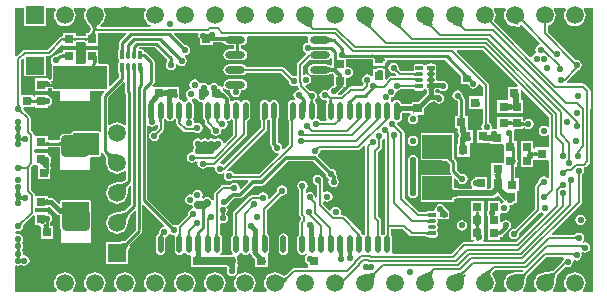
<source format=gbl>
G04 Layer_Physical_Order=4*
G04 Layer_Color=16711680*
%FSLAX25Y25*%
%MOIN*%
G70*
G01*
G75*
%ADD10C,0.01000*%
%ADD11C,0.01500*%
%ADD12C,0.00800*%
%ADD13C,0.01200*%
%ADD18R,0.03000X0.03000*%
%ADD19R,0.03000X0.03000*%
%ADD36R,0.02500X0.02000*%
%ADD37C,0.01100*%
%ADD39C,0.02000*%
%ADD40C,0.00700*%
%ADD42C,0.02500*%
%ADD43C,0.03500*%
%ADD47R,0.05906X0.05906*%
%ADD48C,0.05906*%
%ADD49R,0.05906X0.05906*%
%ADD50C,0.02200*%
%ADD51O,0.06693X0.02362*%
%ADD52R,0.09843X0.07874*%
G04:AMPARAMS|DCode=53|XSize=90.55mil|YSize=70.87mil|CornerRadius=8.86mil|HoleSize=0mil|Usage=FLASHONLY|Rotation=180.000|XOffset=0mil|YOffset=0mil|HoleType=Round|Shape=RoundedRectangle|*
%AMROUNDEDRECTD53*
21,1,0.09055,0.05315,0,0,180.0*
21,1,0.07284,0.07087,0,0,180.0*
1,1,0.01772,-0.03642,0.02658*
1,1,0.01772,0.03642,0.02658*
1,1,0.01772,0.03642,-0.02658*
1,1,0.01772,-0.03642,-0.02658*
%
%ADD53ROUNDEDRECTD53*%
%ADD54O,0.01969X0.05906*%
G04:AMPARAMS|DCode=55|XSize=23.62mil|YSize=15.75mil|CornerRadius=1.97mil|HoleSize=0mil|Usage=FLASHONLY|Rotation=90.000|XOffset=0mil|YOffset=0mil|HoleType=Round|Shape=RoundedRectangle|*
%AMROUNDEDRECTD55*
21,1,0.02362,0.01181,0,0,90.0*
21,1,0.01969,0.01575,0,0,90.0*
1,1,0.00394,0.00591,0.00984*
1,1,0.00394,0.00591,-0.00984*
1,1,0.00394,-0.00591,-0.00984*
1,1,0.00394,-0.00591,0.00984*
%
%ADD55ROUNDEDRECTD55*%
G04:AMPARAMS|DCode=56|XSize=23.62mil|YSize=11.81mil|CornerRadius=1.48mil|HoleSize=0mil|Usage=FLASHONLY|Rotation=90.000|XOffset=0mil|YOffset=0mil|HoleType=Round|Shape=RoundedRectangle|*
%AMROUNDEDRECTD56*
21,1,0.02362,0.00886,0,0,90.0*
21,1,0.02067,0.01181,0,0,90.0*
1,1,0.00295,0.00443,0.01034*
1,1,0.00295,0.00443,-0.01034*
1,1,0.00295,-0.00443,-0.01034*
1,1,0.00295,-0.00443,0.01034*
%
%ADD56ROUNDEDRECTD56*%
G04:AMPARAMS|DCode=57|XSize=23.62mil|YSize=15.75mil|CornerRadius=1.97mil|HoleSize=0mil|Usage=FLASHONLY|Rotation=0.000|XOffset=0mil|YOffset=0mil|HoleType=Round|Shape=RoundedRectangle|*
%AMROUNDEDRECTD57*
21,1,0.02362,0.01181,0,0,0.0*
21,1,0.01969,0.01575,0,0,0.0*
1,1,0.00394,0.00984,-0.00591*
1,1,0.00394,-0.00984,-0.00591*
1,1,0.00394,-0.00984,0.00591*
1,1,0.00394,0.00984,0.00591*
%
%ADD57ROUNDEDRECTD57*%
G04:AMPARAMS|DCode=58|XSize=23.62mil|YSize=11.81mil|CornerRadius=1.48mil|HoleSize=0mil|Usage=FLASHONLY|Rotation=0.000|XOffset=0mil|YOffset=0mil|HoleType=Round|Shape=RoundedRectangle|*
%AMROUNDEDRECTD58*
21,1,0.02362,0.00886,0,0,0.0*
21,1,0.02067,0.01181,0,0,0.0*
1,1,0.00295,0.01034,-0.00443*
1,1,0.00295,-0.01034,-0.00443*
1,1,0.00295,-0.01034,0.00443*
1,1,0.00295,0.01034,0.00443*
%
%ADD58ROUNDEDRECTD58*%
G36*
X3757Y32270D02*
X3728Y32295D01*
X3691Y32317D01*
X3646Y32336D01*
X3593Y32353D01*
X3532Y32368D01*
X3464Y32379D01*
X3303Y32395D01*
X3211Y32399D01*
X3112Y32400D01*
Y33400D01*
X3211Y33401D01*
X3464Y33421D01*
X3532Y33432D01*
X3593Y33447D01*
X3646Y33464D01*
X3691Y33483D01*
X3728Y33505D01*
X3757Y33530D01*
Y32270D01*
D02*
G37*
G36*
X146849Y36178D02*
X146909Y36009D01*
X147010Y35859D01*
X147151Y35728D01*
X147332Y35618D01*
X147553Y35528D01*
X147815Y35458D01*
X148116Y35408D01*
X148459Y35379D01*
X148841Y35368D01*
Y33369D01*
X148459Y33358D01*
X148116Y33329D01*
X147815Y33279D01*
X147553Y33209D01*
X147332Y33119D01*
X147151Y33009D01*
X147010Y32879D01*
X146909Y32728D01*
X146849Y32559D01*
X146829Y32368D01*
Y36369D01*
X146849Y36178D01*
D02*
G37*
G36*
X90191Y34400D02*
X90126Y34397D01*
X90061Y34388D01*
X89996Y34371D01*
X89931Y34348D01*
X89865Y34318D01*
X89799Y34281D01*
X89732Y34237D01*
X89666Y34187D01*
X89598Y34129D01*
X89531Y34065D01*
X88965Y34631D01*
X89029Y34698D01*
X89087Y34765D01*
X89137Y34832D01*
X89181Y34899D01*
X89218Y34965D01*
X89248Y35031D01*
X89271Y35096D01*
X89288Y35162D01*
X89297Y35226D01*
X89300Y35291D01*
X90191Y34400D01*
D02*
G37*
G36*
X163967Y35661D02*
X164763Y34977D01*
X165103Y34735D01*
X165405Y34559D01*
X165669Y34450D01*
X165894Y34407D01*
X166081Y34430D01*
X166230Y34520D01*
X166340Y34676D01*
X164912Y31712D01*
X164891Y31764D01*
X164827Y31855D01*
X164721Y31985D01*
X164148Y32612D01*
X162791Y33995D01*
X163512Y36102D01*
X163967Y35661D01*
D02*
G37*
G36*
X2705Y33126D02*
X2683Y33085D01*
X2664Y33032D01*
X2647Y32969D01*
X2633Y32894D01*
X2621Y32809D01*
X2605Y32606D01*
X2600Y32371D01*
X2601Y32289D01*
X2621Y32036D01*
X2633Y31968D01*
X2647Y31907D01*
X2664Y31854D01*
X2683Y31809D01*
X2705Y31772D01*
X2730Y31743D01*
X1470D01*
X1495Y31772D01*
X1517Y31809D01*
X1536Y31854D01*
X1553Y31907D01*
X1568Y31968D01*
X1579Y32036D01*
X1595Y32197D01*
X1599Y32289D01*
X1600Y32376D01*
X1599Y32489D01*
X1568Y32894D01*
X1553Y32969D01*
X1536Y33032D01*
X1517Y33085D01*
X1495Y33126D01*
X1470Y33157D01*
X2730D01*
X2705Y33126D01*
D02*
G37*
G36*
X100303Y33026D02*
X100312Y32961D01*
X100329Y32896D01*
X100352Y32831D01*
X100382Y32765D01*
X100419Y32699D01*
X100463Y32632D01*
X100513Y32566D01*
X100571Y32498D01*
X100635Y32431D01*
X100069Y31865D01*
X100002Y31929D01*
X99935Y31987D01*
X99868Y32037D01*
X99801Y32081D01*
X99735Y32118D01*
X99669Y32148D01*
X99604Y32171D01*
X99538Y32188D01*
X99474Y32197D01*
X99409Y32200D01*
X100300Y33091D01*
X100303Y33026D01*
D02*
G37*
G36*
X2705Y35828D02*
X2683Y35791D01*
X2664Y35746D01*
X2647Y35693D01*
X2633Y35632D01*
X2621Y35564D01*
X2605Y35403D01*
X2601Y35311D01*
X2600Y35212D01*
X1600D01*
X1599Y35311D01*
X1579Y35564D01*
X1568Y35632D01*
X1553Y35693D01*
X1536Y35746D01*
X1517Y35791D01*
X1495Y35828D01*
X1470Y35857D01*
X2730D01*
X2705Y35828D01*
D02*
G37*
G36*
X73657Y35570D02*
X73610Y35614D01*
X73557Y35653D01*
X73499Y35687D01*
X73436Y35717D01*
X73369Y35743D01*
X73296Y35763D01*
X73218Y35779D01*
X73135Y35791D01*
X73047Y35798D01*
X72954Y35800D01*
Y36600D01*
X73047Y36602D01*
X73135Y36609D01*
X73218Y36621D01*
X73296Y36637D01*
X73369Y36658D01*
X73436Y36683D01*
X73499Y36713D01*
X73557Y36747D01*
X73610Y36786D01*
X73657Y36830D01*
Y35570D01*
D02*
G37*
G36*
X117984Y50135D02*
X117976Y50096D01*
Y20649D01*
X117854Y20567D01*
X117722Y20369D01*
X117121D01*
X116989Y20567D01*
X116707Y20755D01*
X116697Y20859D01*
X116696Y20962D01*
X116637Y21099D01*
X116588Y21344D01*
X116367Y21675D01*
X111275Y26767D01*
X110944Y26988D01*
X110554Y27066D01*
X109963D01*
X109706Y27479D01*
X109707Y27566D01*
X109833Y28200D01*
X109701Y28863D01*
X109326Y29426D01*
X108763Y29801D01*
X108100Y29933D01*
X107437Y29801D01*
X106874Y29426D01*
X106499Y28863D01*
X106483Y28783D01*
X106004Y28638D01*
X103820Y30822D01*
Y31643D01*
X104320Y31910D01*
X104637Y31699D01*
X105300Y31567D01*
X105963Y31699D01*
X106526Y32074D01*
X106901Y32637D01*
X107033Y33300D01*
X106901Y33963D01*
X106526Y34526D01*
X105963Y34901D01*
X105300Y35033D01*
X104637Y34901D01*
X104320Y34690D01*
X103820Y34957D01*
Y37700D01*
X103742Y38090D01*
X103703Y38148D01*
X103833Y38800D01*
X103701Y39463D01*
X103326Y40026D01*
X102763Y40401D01*
X102100Y40533D01*
X101437Y40401D01*
X100874Y40026D01*
X100499Y39463D01*
X100367Y38800D01*
X100499Y38137D01*
X100874Y37574D01*
X101437Y37199D01*
X101780Y37130D01*
Y33178D01*
X101754Y33146D01*
X101280Y32943D01*
X101131Y33087D01*
X101133Y33100D01*
X101001Y33763D01*
X100626Y34326D01*
X100063Y34701D01*
X99400Y34833D01*
X98737Y34701D01*
X98520Y34556D01*
X98020Y34824D01*
Y35437D01*
X98226Y35574D01*
X98601Y36137D01*
X98733Y36800D01*
X98601Y37463D01*
X98226Y38026D01*
X97663Y38401D01*
X97000Y38533D01*
X96337Y38401D01*
X95774Y38026D01*
X95399Y37463D01*
X95267Y36800D01*
X95399Y36137D01*
X95774Y35574D01*
X95980Y35437D01*
Y27270D01*
X96058Y26880D01*
X96279Y26549D01*
X96380Y26447D01*
Y25552D01*
X96279Y25451D01*
X96058Y25120D01*
X95980Y24730D01*
Y20683D01*
X95807Y20567D01*
X95456Y20042D01*
X95333Y19424D01*
Y15487D01*
X95456Y14869D01*
X95807Y14345D01*
X96331Y13995D01*
X96949Y13872D01*
X97567Y13995D01*
X97983Y14273D01*
X98410Y14213D01*
X98562Y14151D01*
X98602Y14044D01*
X98274Y13826D01*
X97899Y13263D01*
X97767Y12600D01*
X97899Y11937D01*
X98274Y11374D01*
X98837Y10999D01*
X98900Y10986D01*
Y9700D01*
X98494Y9472D01*
X94153D01*
X93763Y9395D01*
X93432Y9174D01*
X91481Y7223D01*
X91422Y7204D01*
X91285Y7086D01*
X91192Y7029D01*
X91101Y6995D01*
X91002Y6977D01*
X90885Y6977D01*
X90741Y7000D01*
X90570Y7052D01*
X90370Y7139D01*
X90146Y7264D01*
X89881Y7440D01*
X89876Y7441D01*
X89873Y7445D01*
X89775Y7463D01*
X89592Y7603D01*
X88727Y7961D01*
X87800Y8083D01*
X86873Y7961D01*
X86008Y7603D01*
X85266Y7034D01*
X84697Y6292D01*
X84339Y5427D01*
X84217Y4500D01*
X84339Y3573D01*
X84697Y2708D01*
X85163Y2100D01*
X84976Y1600D01*
X80624D01*
X80437Y2100D01*
X80903Y2708D01*
X81261Y3573D01*
X81383Y4500D01*
X81261Y5427D01*
X80903Y6292D01*
X80334Y7034D01*
X79592Y7603D01*
X78727Y7961D01*
X77800Y8083D01*
X76873Y7961D01*
X76008Y7603D01*
X75266Y7034D01*
X74697Y6292D01*
X74339Y5427D01*
X74217Y4500D01*
X74339Y3573D01*
X74697Y2708D01*
X75163Y2100D01*
X74976Y1600D01*
X70624D01*
X70437Y2100D01*
X70903Y2708D01*
X71261Y3573D01*
X71383Y4500D01*
X71261Y5427D01*
X70903Y6292D01*
X70334Y7034D01*
X69592Y7603D01*
X68727Y7961D01*
X67800Y8083D01*
X66873Y7961D01*
X66008Y7603D01*
X65266Y7034D01*
X64697Y6292D01*
X64339Y5427D01*
X64217Y4500D01*
X64339Y3573D01*
X64697Y2708D01*
X65163Y2100D01*
X64976Y1600D01*
X60624D01*
X60437Y2100D01*
X60903Y2708D01*
X61261Y3573D01*
X61383Y4500D01*
X61261Y5427D01*
X60903Y6292D01*
X60334Y7034D01*
X59592Y7603D01*
X58727Y7961D01*
X57800Y8083D01*
X56873Y7961D01*
X56008Y7603D01*
X55266Y7034D01*
X54697Y6292D01*
X54339Y5427D01*
X54217Y4500D01*
X54339Y3573D01*
X54697Y2708D01*
X55163Y2100D01*
X54976Y1600D01*
X50624D01*
X50437Y2100D01*
X50903Y2708D01*
X51261Y3573D01*
X51383Y4500D01*
X51261Y5427D01*
X50903Y6292D01*
X50334Y7034D01*
X49592Y7603D01*
X48727Y7961D01*
X47800Y8083D01*
X46873Y7961D01*
X46008Y7603D01*
X45266Y7034D01*
X44697Y6292D01*
X44339Y5427D01*
X44217Y4500D01*
X44339Y3573D01*
X44697Y2708D01*
X45163Y2100D01*
X44976Y1600D01*
X40624D01*
X40437Y2100D01*
X40903Y2708D01*
X41261Y3573D01*
X41383Y4500D01*
X41261Y5427D01*
X40903Y6292D01*
X40334Y7034D01*
X39592Y7603D01*
X38727Y7961D01*
X37800Y8083D01*
X36873Y7961D01*
X36008Y7603D01*
X35266Y7034D01*
X34697Y6292D01*
X34339Y5427D01*
X34217Y4500D01*
X34339Y3573D01*
X34697Y2708D01*
X35163Y2100D01*
X34976Y1600D01*
X30624D01*
X30437Y2100D01*
X30903Y2708D01*
X31261Y3573D01*
X31383Y4500D01*
X31261Y5427D01*
X30903Y6292D01*
X30334Y7034D01*
X29592Y7603D01*
X28727Y7961D01*
X27800Y8083D01*
X26873Y7961D01*
X26008Y7603D01*
X25266Y7034D01*
X24697Y6292D01*
X24339Y5427D01*
X24217Y4500D01*
X24339Y3573D01*
X24697Y2708D01*
X25163Y2100D01*
X24976Y1600D01*
X20624D01*
X20437Y2100D01*
X20903Y2708D01*
X21261Y3573D01*
X21383Y4500D01*
X21261Y5427D01*
X20903Y6292D01*
X20334Y7034D01*
X19592Y7603D01*
X18727Y7961D01*
X17800Y8083D01*
X16873Y7961D01*
X16008Y7603D01*
X15266Y7034D01*
X14697Y6292D01*
X14339Y5427D01*
X14217Y4500D01*
X14339Y3573D01*
X14697Y2708D01*
X15163Y2100D01*
X14976Y1600D01*
X1200D01*
Y10001D01*
X1700Y10346D01*
X2100Y10267D01*
X2763Y10399D01*
X3200Y10690D01*
X3637Y10399D01*
X4300Y10267D01*
X4963Y10399D01*
X5526Y10774D01*
X5901Y11337D01*
X6033Y12000D01*
X5901Y12663D01*
X5526Y13226D01*
X4963Y13601D01*
X4300Y13733D01*
X4228Y13719D01*
X3802Y14144D01*
X3833Y14300D01*
X3701Y14963D01*
X3350Y15490D01*
X3349Y15517D01*
X3322Y15583D01*
Y15617D01*
X3349Y15683D01*
X3350Y15710D01*
X3701Y16237D01*
X3833Y16900D01*
X3701Y17563D01*
X3410Y18000D01*
X3701Y18437D01*
X3833Y19100D01*
X3701Y19763D01*
X3326Y20326D01*
X2763Y20701D01*
X2100Y20833D01*
X1706Y20755D01*
X1317Y21054D01*
X1326Y21461D01*
X1740Y21758D01*
X2200Y21667D01*
X2863Y21799D01*
X3426Y22174D01*
X3801Y22737D01*
X3933Y23400D01*
X3892Y23607D01*
X3905Y23621D01*
X3932Y23690D01*
X7400Y27158D01*
X7490Y27153D01*
X7900Y26996D01*
Y23900D01*
X9252D01*
X9411Y23662D01*
X9482Y23615D01*
X9800Y23252D01*
Y19300D01*
X14000D01*
Y23500D01*
X12983D01*
X12981Y23508D01*
X12965Y23605D01*
X12954Y23732D01*
X12949Y23905D01*
X12922Y23967D01*
Y24638D01*
X12949Y24703D01*
X12950Y24724D01*
X13026Y24774D01*
X13401Y25337D01*
X13533Y26000D01*
X13401Y26663D01*
X13026Y27226D01*
X12463Y27601D01*
X12100Y27674D01*
Y28100D01*
X8220D01*
X7900Y28100D01*
X7720Y28525D01*
Y28975D01*
X7900Y29400D01*
X8220Y29400D01*
X11357D01*
X11419Y29366D01*
X11454Y29377D01*
X11488Y29363D01*
X11578Y29400D01*
X12100D01*
Y29881D01*
X12132Y29939D01*
X12609Y30044D01*
X15077Y27577D01*
X15523Y27278D01*
X16050Y27174D01*
X16201Y27050D01*
Y25400D01*
X16243Y25297D01*
Y22951D01*
X16356Y22382D01*
X16400Y21900D01*
X16400Y21900D01*
X16400Y21900D01*
Y17900D01*
X26400D01*
Y21900D01*
X26400Y21900D01*
X26443Y22382D01*
X26557Y22951D01*
Y28266D01*
X26549Y28302D01*
Y31471D01*
X26500Y31590D01*
X26500Y31719D01*
X26462Y31811D01*
X26371Y31902D01*
X26359Y31930D01*
X26331Y31942D01*
X26242Y32031D01*
X26230Y32059D01*
X26202Y32071D01*
X26111Y32162D01*
X26019Y32200D01*
X25890Y32200D01*
X25771Y32249D01*
X24822D01*
X24400Y32333D01*
X23978Y32249D01*
X22222D01*
X21800Y32333D01*
X21378Y32249D01*
X19322D01*
X18900Y32333D01*
X18478Y32249D01*
X16850D01*
X16391Y32059D01*
X16201Y31600D01*
Y30999D01*
X15739Y30808D01*
X14073Y32473D01*
X13627Y32772D01*
X13100Y32876D01*
X13056D01*
X13005Y32899D01*
X12740Y32906D01*
X12529Y32924D01*
X12359Y32952D01*
X12233Y32986D01*
X12153Y33018D01*
X12137Y33028D01*
X12134Y33057D01*
X12100Y33119D01*
Y33600D01*
X11578D01*
X11488Y33637D01*
X11454Y33623D01*
X11419Y33634D01*
X11357Y33600D01*
X8102Y33600D01*
X7774Y33857D01*
X7697Y34016D01*
X7642Y34290D01*
X7421Y34621D01*
X6420Y35622D01*
Y42778D01*
X7321Y43679D01*
X7401Y43798D01*
X7900Y43800D01*
X7971Y43800D01*
X8559D01*
X8800Y43400D01*
Y39200D01*
X13000D01*
Y42454D01*
X13012Y42484D01*
X13112Y42611D01*
X13113Y42613D01*
X13102Y42706D01*
X13137Y42793D01*
X13074Y42944D01*
X13054Y43106D01*
X13053Y43108D01*
X13000Y43149D01*
Y43400D01*
X12965D01*
X12951Y43622D01*
X12949Y43794D01*
X12922Y43860D01*
Y44479D01*
X12949Y44546D01*
X12950Y44610D01*
X13101Y44837D01*
X13233Y45500D01*
X13101Y46163D01*
X12726Y46726D01*
X12163Y47101D01*
X12100Y47114D01*
Y48000D01*
X8120D01*
X7900Y48000D01*
X7620Y48384D01*
Y48916D01*
X7900Y49300D01*
X8120Y49300D01*
X12100D01*
Y49815D01*
X12116Y49820D01*
X12210Y49835D01*
X12335Y49846D01*
X12505Y49851D01*
X12567Y49878D01*
X15688D01*
X15750Y49851D01*
X15923Y49846D01*
X16051Y49835D01*
X16143Y49820D01*
Y47351D01*
X16256Y46782D01*
X16300Y46300D01*
X16300Y46300D01*
X16300Y46300D01*
Y42300D01*
X26300D01*
Y46300D01*
X26738Y46451D01*
X29100D01*
X29559Y46641D01*
X29749Y47100D01*
Y47741D01*
X30249Y47893D01*
X30307Y47807D01*
X31026Y47088D01*
X31044Y47033D01*
X31155Y46905D01*
X31234Y46783D01*
X31312Y46626D01*
X31384Y46433D01*
X31449Y46204D01*
X31504Y45939D01*
X31546Y45646D01*
X31595Y44929D01*
X31598Y44525D01*
X31620Y44472D01*
X31739Y43573D01*
X32097Y42708D01*
X32666Y41966D01*
X33408Y41397D01*
X34273Y41039D01*
X35200Y40917D01*
X36127Y41039D01*
X36992Y41397D01*
X37678Y41924D01*
X38178Y41812D01*
Y39065D01*
X37788Y38674D01*
X37733Y38656D01*
X37605Y38545D01*
X37483Y38466D01*
X37326Y38388D01*
X37133Y38316D01*
X36904Y38251D01*
X36639Y38196D01*
X36346Y38154D01*
X35629Y38105D01*
X35225Y38102D01*
X35172Y38080D01*
X34273Y37961D01*
X33408Y37603D01*
X32666Y37034D01*
X32097Y36292D01*
X31739Y35427D01*
X31617Y34500D01*
X31739Y33573D01*
X32097Y32708D01*
X32666Y31966D01*
X33408Y31397D01*
X34273Y31039D01*
X35200Y30917D01*
X36127Y31039D01*
X36992Y31397D01*
X37734Y31966D01*
X38303Y32708D01*
X38661Y33573D01*
X38780Y34472D01*
X38802Y34525D01*
X38805Y34929D01*
X38854Y35646D01*
X38896Y35939D01*
X38951Y36204D01*
X39016Y36433D01*
X39088Y36626D01*
X39166Y36783D01*
X39245Y36905D01*
X39278Y36943D01*
X39700Y36856D01*
X39778Y36816D01*
Y30665D01*
X37788Y28674D01*
X37733Y28656D01*
X37693Y28622D01*
X37435Y28673D01*
X37149Y28616D01*
X37139Y28655D01*
X35936Y28157D01*
X35892Y28123D01*
X35629Y28105D01*
X35225Y28102D01*
X35172Y28080D01*
X34273Y27961D01*
X33408Y27603D01*
X32666Y27034D01*
X32097Y26292D01*
X31739Y25427D01*
X31617Y24500D01*
X31739Y23573D01*
X32097Y22708D01*
X32666Y21966D01*
X33408Y21397D01*
X34273Y21039D01*
X35200Y20917D01*
X36127Y21039D01*
X36992Y21397D01*
X37734Y21966D01*
X38303Y22708D01*
X38661Y23573D01*
X38780Y24472D01*
X38802Y24525D01*
X38805Y24929D01*
X38823Y25192D01*
X38857Y25236D01*
X39355Y26439D01*
X39316Y26449D01*
X39373Y26735D01*
X39322Y26993D01*
X39356Y27033D01*
X39374Y27088D01*
X40916Y28630D01*
X41378Y28439D01*
Y22400D01*
X41401Y22287D01*
X37760Y18646D01*
X37698Y18623D01*
X37696Y18621D01*
X37435Y18673D01*
X37149Y18616D01*
X37139Y18655D01*
X35936Y18157D01*
X35800Y18053D01*
X31647D01*
Y10947D01*
X38753D01*
Y15100D01*
X38857Y15236D01*
X39355Y16439D01*
X39316Y16449D01*
X39373Y16735D01*
X39320Y17002D01*
X39340Y17054D01*
X43293Y21007D01*
X43536Y21371D01*
X43622Y21800D01*
X43562Y22100D01*
X43622Y22400D01*
Y30439D01*
X44083Y30630D01*
X50892Y23822D01*
X50728Y23279D01*
X50337Y23201D01*
X49774Y22826D01*
X49399Y22263D01*
X49267Y21600D01*
X49308Y21393D01*
X49295Y21379D01*
X49268Y21310D01*
X49079Y21121D01*
X48858Y20790D01*
X48852Y20760D01*
X48562Y20567D01*
X48212Y20042D01*
X48089Y19424D01*
Y15487D01*
X48212Y14869D01*
X48562Y14345D01*
X49087Y13995D01*
X49705Y13872D01*
X50323Y13995D01*
X50847Y14345D01*
X51197Y14869D01*
X51320Y15487D01*
Y19424D01*
X51310Y19473D01*
X51588Y19984D01*
X51663Y19999D01*
X52226Y20374D01*
X52450Y20710D01*
X52759Y20903D01*
X53087Y20832D01*
X53437Y20599D01*
X54100Y20467D01*
X54208Y20488D01*
X54512Y20042D01*
X54389Y19424D01*
Y15487D01*
X54512Y14869D01*
X54862Y14345D01*
X55386Y13995D01*
X56004Y13872D01*
X56622Y13995D01*
X57146Y14345D01*
X57278Y14543D01*
X57879D01*
X58011Y14345D01*
X58535Y13995D01*
X59153Y13872D01*
X59409Y13923D01*
X59900Y13525D01*
Y9700D01*
X63398D01*
X63488Y9663D01*
X63575Y9698D01*
X63668Y9688D01*
X64100Y9700D01*
Y9807D01*
X65535Y9898D01*
X65991Y9901D01*
X66023Y9914D01*
X69471D01*
X69501Y9901D01*
X70761Y9879D01*
X71100Y9858D01*
Y9700D01*
X71810D01*
X71860Y9619D01*
X71950Y9392D01*
X71972Y9280D01*
X71979Y9183D01*
X71899Y9063D01*
X71767Y8400D01*
X71899Y7737D01*
X72274Y7174D01*
X72837Y6799D01*
X73500Y6667D01*
X74163Y6799D01*
X74726Y7174D01*
X75101Y7737D01*
X75233Y8400D01*
X75101Y9063D01*
X75021Y9183D01*
X75027Y9269D01*
X75068Y9459D01*
X75190Y9700D01*
X75300D01*
Y9792D01*
X75447Y9853D01*
X75461Y9887D01*
X75494Y9904D01*
X75555Y10112D01*
X75637Y10312D01*
X75623Y10346D01*
X75634Y10381D01*
X75530Y10571D01*
X75447Y10771D01*
X75413Y10785D01*
X75396Y10818D01*
X75300Y10846D01*
Y11366D01*
X75386Y11800D01*
X75300Y12234D01*
Y13505D01*
X75448Y13980D01*
X75520Y13995D01*
X76044Y14345D01*
X76176Y14543D01*
X76777D01*
X76909Y14345D01*
X77433Y13995D01*
X78051Y13872D01*
X78669Y13995D01*
X79193Y14345D01*
X79552Y14367D01*
X80085Y13748D01*
X80227Y13536D01*
X80258Y13505D01*
X80277Y13454D01*
X80862Y12828D01*
X81061Y12582D01*
X81200Y12385D01*
Y11970D01*
X81188Y11955D01*
X81194Y11899D01*
X81167Y11850D01*
X81200Y11733D01*
Y9700D01*
X85400D01*
Y13900D01*
X85400D01*
X85501Y14358D01*
X85843Y14869D01*
X85966Y15487D01*
Y19424D01*
X85843Y20042D01*
X85493Y20567D01*
X85376Y20645D01*
X85352Y20688D01*
X85306Y20701D01*
X85277Y20740D01*
X85227Y20748D01*
X85203Y21005D01*
X85200Y21188D01*
X85172Y21252D01*
X85184Y21321D01*
X85170Y21340D01*
Y26150D01*
Y28828D01*
X89910Y33569D01*
X89979Y33595D01*
X89992Y33608D01*
X90200Y33567D01*
X90863Y33699D01*
X91426Y34074D01*
X91801Y34637D01*
X91933Y35300D01*
X91801Y35963D01*
X91426Y36526D01*
X90863Y36901D01*
X90200Y37033D01*
X89537Y36901D01*
X88974Y36526D01*
X88599Y35963D01*
X88467Y35300D01*
X88508Y35092D01*
X88495Y35079D01*
X88468Y35010D01*
X85940Y32482D01*
X85479Y32728D01*
X85533Y33000D01*
X85401Y33663D01*
X85026Y34226D01*
X84463Y34601D01*
X83800Y34733D01*
X83137Y34601D01*
X82574Y34226D01*
X82370Y33920D01*
X80200D01*
X79810Y33842D01*
X79479Y33621D01*
X73981Y28122D01*
X73760Y27792D01*
X73682Y27402D01*
Y20451D01*
X73409Y20042D01*
X73286Y19424D01*
Y15487D01*
X73409Y14869D01*
X73723Y14400D01*
X73660Y14156D01*
X73526Y13900D01*
X72102D01*
X72012Y13937D01*
X71925Y13902D01*
X71832Y13912D01*
X71817Y13900D01*
X71100D01*
Y13774D01*
X69965Y13702D01*
X69679Y13700D01*
X69526Y14199D01*
X69744Y14345D01*
X70095Y14869D01*
X70218Y15487D01*
Y19424D01*
X70095Y20042D01*
X69744Y20567D01*
X69628Y20645D01*
X69604Y20688D01*
X69558Y20701D01*
X69529Y20740D01*
X69479Y20748D01*
X69455Y21005D01*
X69452Y21188D01*
X69424Y21252D01*
X69435Y21321D01*
X69422Y21340D01*
Y24220D01*
X69922Y24482D01*
X70500Y24367D01*
X71163Y24499D01*
X71726Y24874D01*
X72101Y25437D01*
X72233Y26100D01*
X72101Y26763D01*
X71858Y27128D01*
X71626Y27574D01*
X72001Y28137D01*
X72133Y28800D01*
X72001Y29463D01*
X71656Y29980D01*
X71663Y29999D01*
X72226Y30374D01*
X72601Y30937D01*
X72610Y30980D01*
X74307Y32677D01*
X76200D01*
X76668Y32770D01*
X77065Y33035D01*
X80992Y36961D01*
X83548D01*
X84016Y37055D01*
X84413Y37320D01*
X92169Y45077D01*
X100593D01*
X104833Y40836D01*
X104859Y40774D01*
X104875Y40758D01*
X104999Y40137D01*
X105374Y39574D01*
X105937Y39199D01*
X105837Y38921D01*
X105799Y38863D01*
X105667Y38200D01*
X105799Y37537D01*
X106174Y36974D01*
X106737Y36599D01*
X107400Y36467D01*
X108063Y36599D01*
X108626Y36974D01*
X109001Y37537D01*
X109133Y38200D01*
X109001Y38863D01*
X108652Y39387D01*
X108649Y39445D01*
X108624Y39498D01*
Y40000D01*
X108530Y40468D01*
X108328Y40772D01*
X108333Y40800D01*
X108201Y41463D01*
X107826Y42026D01*
X107263Y42401D01*
X106646Y42524D01*
X106602Y42563D01*
X106548Y42583D01*
X102263Y46867D01*
X102312Y47365D01*
X102326Y47374D01*
X102701Y47937D01*
X102833Y48600D01*
X103287Y48880D01*
X115600D01*
X115990Y48958D01*
X116321Y49179D01*
X117524Y50381D01*
X117984Y50135D01*
D02*
G37*
G36*
X2601Y34989D02*
X2621Y34736D01*
X2633Y34668D01*
X2647Y34607D01*
X2664Y34554D01*
X2683Y34509D01*
X2705Y34472D01*
X2730Y34443D01*
X1470D01*
X1495Y34472D01*
X1517Y34509D01*
X1536Y34554D01*
X1553Y34607D01*
X1568Y34668D01*
X1579Y34736D01*
X1595Y34897D01*
X1599Y34989D01*
X1600Y35088D01*
X2600D01*
X2601Y34989D01*
D02*
G37*
G36*
X38864Y37457D02*
X38725Y37296D01*
X38601Y37105D01*
X38492Y36885D01*
X38398Y36636D01*
X38320Y36358D01*
X38256Y36051D01*
X38207Y35715D01*
X38156Y34954D01*
X38153Y34530D01*
X35230Y37453D01*
X35654Y37456D01*
X36415Y37507D01*
X36751Y37556D01*
X37058Y37620D01*
X37337Y37698D01*
X37585Y37792D01*
X37805Y37901D01*
X37996Y38025D01*
X38157Y38164D01*
X38864Y37457D01*
D02*
G37*
G36*
X142731Y34969D02*
X141131D01*
X141141Y34991D01*
X141149Y35032D01*
X141157Y35091D01*
X141169Y35263D01*
X141182Y36013D01*
X142682D01*
X142731Y34969D01*
D02*
G37*
G36*
X60591Y26700D02*
X60526Y26697D01*
X60461Y26688D01*
X60396Y26671D01*
X60331Y26648D01*
X60265Y26618D01*
X60199Y26581D01*
X60132Y26537D01*
X60066Y26487D01*
X59998Y26429D01*
X59931Y26365D01*
X59365Y26931D01*
X59429Y26998D01*
X59487Y27066D01*
X59537Y27132D01*
X59581Y27199D01*
X59618Y27265D01*
X59648Y27331D01*
X59671Y27396D01*
X59688Y27461D01*
X59697Y27526D01*
X59700Y27591D01*
X60591Y26700D01*
D02*
G37*
G36*
X139106Y26419D02*
X139072Y26482D01*
X139027Y26539D01*
X138971Y26588D01*
X138902Y26632D01*
X138822Y26668D01*
X138731Y26698D01*
X138627Y26721D01*
X138512Y26738D01*
X138385Y26748D01*
X138247Y26751D01*
Y27551D01*
X138385Y27555D01*
X138512Y27564D01*
X138627Y27581D01*
X138731Y27604D01*
X138822Y27634D01*
X138902Y27671D01*
X138971Y27714D01*
X139027Y27764D01*
X139072Y27820D01*
X139106Y27883D01*
Y26419D01*
D02*
G37*
G36*
X99867Y27587D02*
X99851Y27543D01*
X99844Y27496D01*
X99848Y27445D01*
X99863Y27392D01*
X99888Y27335D01*
X99923Y27275D01*
X99968Y27212D01*
X100024Y27145D01*
X100090Y27075D01*
X99394Y26640D01*
X98717Y27441D01*
X99894Y27627D01*
X99867Y27587D01*
D02*
G37*
G36*
X11157Y25370D02*
X11128Y25395D01*
X11091Y25417D01*
X11046Y25436D01*
X10993Y25453D01*
X10932Y25468D01*
X10864Y25479D01*
X10703Y25495D01*
X10611Y25499D01*
X10512Y25500D01*
Y26500D01*
X10611Y26501D01*
X10864Y26521D01*
X10932Y26533D01*
X10993Y26547D01*
X11046Y26564D01*
X11091Y26583D01*
X11128Y26605D01*
X11157Y26630D01*
Y25370D01*
D02*
G37*
G36*
X25862Y31562D02*
X25900Y31471D01*
Y28302D01*
X25911Y28276D01*
X25907Y28266D01*
Y25400D01*
X16850D01*
Y31600D01*
X25771D01*
X25862Y31562D01*
D02*
G37*
G36*
X66240Y25714D02*
X66210Y25715D01*
X66176Y25708D01*
X66138Y25694D01*
X66094Y25671D01*
X66046Y25640D01*
X65993Y25602D01*
X65874Y25502D01*
X65736Y25370D01*
X65170Y25936D01*
X65240Y26007D01*
X65402Y26193D01*
X65440Y26246D01*
X65471Y26294D01*
X65494Y26338D01*
X65508Y26376D01*
X65515Y26410D01*
X65514Y26440D01*
X66240Y25714D01*
D02*
G37*
G36*
X145294Y27883D02*
X142984Y27742D01*
X142996Y27790D01*
X142993Y27846D01*
X142976Y27909D01*
X142946Y27981D01*
X142901Y28060D01*
X142843Y28146D01*
X142771Y28240D01*
X142584Y28452D01*
X142470Y28570D01*
X143628Y29533D01*
X145294Y27883D01*
D02*
G37*
G36*
X80991Y29800D02*
X80926Y29797D01*
X80862Y29788D01*
X80796Y29771D01*
X80731Y29748D01*
X80665Y29718D01*
X80599Y29681D01*
X80532Y29637D01*
X80466Y29587D01*
X80398Y29529D01*
X80331Y29465D01*
X79765Y30031D01*
X79829Y30098D01*
X79887Y30165D01*
X79937Y30232D01*
X79981Y30299D01*
X80018Y30365D01*
X80048Y30431D01*
X80071Y30496D01*
X80088Y30562D01*
X80097Y30626D01*
X80100Y30691D01*
X80991Y29800D01*
D02*
G37*
G36*
X11503Y32848D02*
X11548Y32722D01*
X11623Y32612D01*
X11728Y32516D01*
X11863Y32434D01*
X12028Y32368D01*
X12223Y32316D01*
X12448Y32280D01*
X12703Y32257D01*
X12988Y32250D01*
Y30750D01*
X12703Y30743D01*
X12448Y30720D01*
X12223Y30684D01*
X12028Y30632D01*
X11863Y30566D01*
X11728Y30484D01*
X11623Y30388D01*
X11548Y30278D01*
X11503Y30152D01*
X11488Y30012D01*
Y32988D01*
X11503Y32848D01*
D02*
G37*
G36*
X70902Y27347D02*
X70914Y27172D01*
X70925Y27096D01*
X70939Y27029D01*
X70956Y26969D01*
X70976Y26917D01*
X70999Y26873D01*
X71025Y26837D01*
X71055Y26809D01*
X69802Y26669D01*
X69821Y26697D01*
X69838Y26733D01*
X69852Y26777D01*
X69865Y26829D01*
X69876Y26889D01*
X69891Y27034D01*
X69899Y27210D01*
X69900Y27311D01*
X70900Y27446D01*
X70902Y27347D01*
D02*
G37*
G36*
X155796Y27796D02*
X155811Y27624D01*
X155836Y27472D01*
X155871Y27340D01*
X155916Y27229D01*
X155971Y27138D01*
X156036Y27067D01*
X156111Y27016D01*
X156196Y26986D01*
X156291Y26976D01*
X154291D01*
X154386Y26986D01*
X154471Y27016D01*
X154546Y27067D01*
X154611Y27138D01*
X154666Y27229D01*
X154711Y27340D01*
X154746Y27472D01*
X154771Y27624D01*
X154786Y27796D01*
X154791Y27988D01*
X155791D01*
X155796Y27796D01*
D02*
G37*
G36*
X71005Y28128D02*
X70983Y28091D01*
X70964Y28046D01*
X70947Y27993D01*
X70933Y27932D01*
X70921Y27864D01*
X70905Y27703D01*
X70901Y27611D01*
X70900Y27512D01*
X69900D01*
X69899Y27611D01*
X69879Y27864D01*
X69867Y27932D01*
X69853Y27993D01*
X69836Y28046D01*
X69817Y28091D01*
X69795Y28128D01*
X69770Y28157D01*
X71030D01*
X71005Y28128D01*
D02*
G37*
G36*
X146841Y46065D02*
X146795Y46058D01*
X146769Y46036D01*
X146763Y46001D01*
X146776Y45952D01*
X146810Y45888D01*
X146862Y45810D01*
X146935Y45718D01*
X147139Y45492D01*
X147271Y45358D01*
X145856D01*
X145714Y45494D01*
X145571Y45615D01*
X145429Y45723D01*
X145287Y45816D01*
X145145Y45895D01*
X145004Y45960D01*
X144863Y46011D01*
X144722Y46047D01*
X144582Y46069D01*
X144442Y46077D01*
X146841Y46065D01*
D02*
G37*
G36*
X175224Y46600D02*
X175214Y46695D01*
X175183Y46780D01*
X175133Y46855D01*
X175062Y46920D01*
X174971Y46975D01*
X174860Y47020D01*
X174728Y47055D01*
X174576Y47080D01*
X174404Y47095D01*
X174212Y47100D01*
Y48100D01*
X174404Y48105D01*
X174576Y48120D01*
X174728Y48145D01*
X174860Y48180D01*
X174971Y48225D01*
X175062Y48280D01*
X175133Y48345D01*
X175183Y48420D01*
X175214Y48505D01*
X175224Y48600D01*
Y46600D01*
D02*
G37*
G36*
X173094Y48250D02*
X173097Y48212D01*
X173288D01*
X173251Y48205D01*
X173218Y48184D01*
X173188Y48148D01*
X173163Y48098D01*
X173142Y48034D01*
X173126Y47963D01*
X173131Y47939D01*
X173911Y48100D01*
X174134Y47100D01*
X174034Y47099D01*
X173795Y47077D01*
X173736Y47065D01*
X173688Y47049D01*
X173650Y47031D01*
X173623Y47010D01*
X173606Y46986D01*
X173599Y46959D01*
X173096Y47596D01*
X173093Y47500D01*
X172093D01*
X172092Y47574D01*
X171998Y47563D01*
X172016Y47591D01*
X172032Y47627D01*
X172046Y47671D01*
X172059Y47723D01*
X172069Y47783D01*
X172075Y47842D01*
X172074Y47863D01*
X172059Y47956D01*
X172040Y48034D01*
X172017Y48098D01*
X171989Y48148D01*
X171957Y48184D01*
X171921Y48205D01*
X171881Y48212D01*
X172145D01*
X173093Y48350D01*
X173094Y48250D01*
D02*
G37*
G36*
X12307Y45095D02*
X12305Y45076D01*
X12301Y44824D01*
X12300Y44548D01*
X11300Y44082D01*
X11298Y44182D01*
X11284Y44354D01*
X11271Y44427D01*
X11255Y44492D01*
X11235Y44548D01*
X11212Y44595D01*
X11185Y44633D01*
X11154Y44663D01*
X11120Y44684D01*
X12308Y45104D01*
X12307Y45095D01*
D02*
G37*
G36*
X32404Y48025D02*
X32595Y47901D01*
X32814Y47792D01*
X33064Y47698D01*
X33342Y47620D01*
X33649Y47556D01*
X33985Y47507D01*
X34746Y47456D01*
X35171Y47453D01*
X32247Y44530D01*
X32244Y44954D01*
X32193Y45715D01*
X32144Y46051D01*
X32081Y46358D01*
X32002Y46637D01*
X31908Y46885D01*
X31799Y47105D01*
X31675Y47296D01*
X31536Y47457D01*
X32243Y48164D01*
X32404Y48025D01*
D02*
G37*
G36*
X10857Y44870D02*
X10828Y44895D01*
X10791Y44917D01*
X10746Y44936D01*
X10693Y44953D01*
X10632Y44967D01*
X10564Y44979D01*
X10403Y44995D01*
X10311Y44999D01*
X10212Y45000D01*
Y46000D01*
X10311Y46001D01*
X10564Y46021D01*
X10632Y46033D01*
X10693Y46047D01*
X10746Y46064D01*
X10791Y46083D01*
X10828Y46105D01*
X10857Y46130D01*
Y44870D01*
D02*
G37*
G36*
X88732Y50490D02*
X87713Y49750D01*
X87711Y49768D01*
X87702Y49793D01*
X87685Y49823D01*
X87660Y49859D01*
X87628Y49902D01*
X87538Y50005D01*
X87346Y50205D01*
X88382Y50867D01*
X88732Y50490D01*
D02*
G37*
G36*
X11498Y51905D02*
X11528Y51820D01*
X11578Y51745D01*
X11648Y51680D01*
X11738Y51625D01*
X11848Y51580D01*
X11978Y51545D01*
X12128Y51520D01*
X12298Y51505D01*
X12488Y51500D01*
Y50500D01*
X12298Y50495D01*
X12128Y50480D01*
X11978Y50455D01*
X11848Y50420D01*
X11738Y50375D01*
X11648Y50320D01*
X11578Y50255D01*
X11528Y50180D01*
X11498Y50095D01*
X11488Y50000D01*
Y52000D01*
X11498Y51905D01*
D02*
G37*
G36*
X16779Y50000D02*
X16769Y50095D01*
X16739Y50180D01*
X16688Y50255D01*
X16617Y50320D01*
X16526Y50375D01*
X16415Y50420D01*
X16283Y50455D01*
X16132Y50480D01*
X15960Y50495D01*
X15767Y50500D01*
Y51500D01*
X15960Y51505D01*
X16132Y51520D01*
X16283Y51545D01*
X16415Y51580D01*
X16526Y51625D01*
X16617Y51680D01*
X16688Y51745D01*
X16739Y51820D01*
X16769Y51905D01*
X16779Y52000D01*
Y50000D01*
D02*
G37*
G36*
X29100Y47200D02*
Y47100D01*
X20600D01*
Y54400D01*
X29100D01*
Y47200D01*
D02*
G37*
G36*
X66667Y48950D02*
X66133Y48932D01*
X65910Y48910D01*
X65717Y48878D01*
X65554Y48838D01*
X65421Y48788D01*
X65317Y48730D01*
X65243Y48662D01*
X65198Y48586D01*
X65183Y48500D01*
X63683D01*
X63670Y48586D01*
X63632Y48662D01*
X63568Y48730D01*
X63478Y48788D01*
X63362Y48838D01*
X63221Y48878D01*
X63055Y48910D01*
X62644Y48946D01*
X62400Y48950D01*
X64433Y50450D01*
X66667Y48950D01*
D02*
G37*
G36*
X102335Y49269D02*
X102271Y49202D01*
X102213Y49134D01*
X102163Y49068D01*
X102119Y49001D01*
X102082Y48935D01*
X102052Y48869D01*
X102029Y48804D01*
X102012Y48739D01*
X102003Y48674D01*
X102000Y48609D01*
X101109Y49500D01*
X101174Y49503D01*
X101239Y49512D01*
X101304Y49529D01*
X101369Y49552D01*
X101435Y49582D01*
X101501Y49619D01*
X101568Y49663D01*
X101635Y49713D01*
X101702Y49771D01*
X101769Y49835D01*
X102335Y49269D01*
D02*
G37*
G36*
X102867Y38323D02*
X102866Y38298D01*
X102870Y38271D01*
X102882Y38239D01*
X102899Y38205D01*
X102923Y38167D01*
X102953Y38126D01*
X102990Y38082D01*
X103083Y37983D01*
X102414Y37521D01*
X102003Y37905D01*
X102876Y38344D01*
X102867Y38323D01*
D02*
G37*
G36*
X108030Y38843D02*
X106770D01*
X106776Y38854D01*
X106781Y38875D01*
X106785Y38906D01*
X106792Y39000D01*
X106800Y39308D01*
X106800Y39411D01*
X108000D01*
X108030Y38843D01*
D02*
G37*
G36*
X149523Y40231D02*
X149655Y40119D01*
X149715Y40077D01*
X149772Y40043D01*
X149825Y40018D01*
X149875Y40002D01*
X149920Y39994D01*
X149962Y39996D01*
X150001Y40006D01*
X149488Y38855D01*
X149109Y39228D01*
X149451Y40300D01*
X149523Y40231D01*
D02*
G37*
G36*
X177391Y37400D02*
X177326Y37397D01*
X177261Y37388D01*
X177196Y37371D01*
X177131Y37348D01*
X177065Y37318D01*
X176999Y37281D01*
X176932Y37237D01*
X176865Y37187D01*
X176798Y37129D01*
X176731Y37065D01*
X176165Y37631D01*
X176229Y37698D01*
X176287Y37765D01*
X176337Y37832D01*
X176381Y37899D01*
X176418Y37965D01*
X176448Y38031D01*
X176471Y38096D01*
X176488Y38162D01*
X176497Y38226D01*
X176500Y38291D01*
X177391Y37400D01*
D02*
G37*
G36*
X155438Y38426D02*
X155471Y38414D01*
X155513Y38403D01*
X155563Y38394D01*
X155689Y38380D01*
X155849Y38371D01*
X156043Y38368D01*
X156277Y37369D01*
X156177Y37367D01*
X156003Y37354D01*
X155929Y37342D01*
X155862Y37327D01*
X155803Y37308D01*
X155752Y37287D01*
X155710Y37262D01*
X155676Y37233D01*
X155649Y37201D01*
X155413Y38439D01*
X155438Y38426D01*
D02*
G37*
G36*
X155055Y37356D02*
X155050Y37359D01*
X155034Y37361D01*
X155008Y37363D01*
X154631Y37368D01*
X154532Y37369D01*
Y38368D01*
X155055Y38381D01*
Y37356D01*
D02*
G37*
G36*
X106591Y41700D02*
X105700Y40809D01*
X105696Y40821D01*
X105685Y40839D01*
X105666Y40865D01*
X105605Y40936D01*
X105392Y41159D01*
X105320Y41232D01*
X106168Y42080D01*
X106591Y41700D01*
D02*
G37*
G36*
X2790Y43586D02*
X2843Y43547D01*
X2901Y43513D01*
X2963Y43483D01*
X3031Y43457D01*
X3104Y43437D01*
X3182Y43421D01*
X3265Y43409D01*
X3353Y43402D01*
X3446Y43400D01*
Y42600D01*
X3353Y42598D01*
X3265Y42591D01*
X3182Y42579D01*
X3104Y42563D01*
X3031Y42542D01*
X2963Y42517D01*
X2901Y42487D01*
X2843Y42453D01*
X2790Y42414D01*
X2743Y42370D01*
Y43630D01*
X2790Y43586D01*
D02*
G37*
G36*
X12302Y43598D02*
X12330Y43148D01*
X12347Y43038D01*
X12368Y42948D01*
X12392Y42878D01*
X12420Y42828D01*
X12452Y42798D01*
X12488Y42788D01*
X10800Y42776D01*
X10895Y42787D01*
X10980Y42818D01*
X11055Y42869D01*
X11120Y42940D01*
X11175Y43031D01*
X11220Y43142D01*
X11255Y43273D01*
X11280Y43425D01*
X11295Y43596D01*
X11300Y43788D01*
X12300D01*
X12302Y43598D01*
D02*
G37*
G36*
X73482Y40410D02*
X73511Y40363D01*
X73549Y40321D01*
X73594Y40285D01*
X73648Y40254D01*
X73710Y40229D01*
X73780Y40210D01*
X73858Y40196D01*
X73945Y40188D01*
X74040Y40185D01*
X73522Y39385D01*
X72904Y39353D01*
X73461Y40463D01*
X73482Y40410D01*
D02*
G37*
G36*
X163379Y40865D02*
X163254Y40821D01*
X163143Y40745D01*
X163047Y40641D01*
X162966Y40505D01*
X162900Y40341D01*
X162848Y40145D01*
X162844Y40119D01*
X162848Y40091D01*
X162900Y39897D01*
X162966Y39731D01*
X163047Y39597D01*
X163143Y39492D01*
X163254Y39417D01*
X163379Y39371D01*
X163520Y39356D01*
X160544D01*
X160684Y39371D01*
X160809Y39417D01*
X160920Y39492D01*
X161016Y39597D01*
X161097Y39731D01*
X161163Y39897D01*
X161215Y40091D01*
X161220Y40119D01*
X161215Y40145D01*
X161163Y40341D01*
X161097Y40505D01*
X161016Y40641D01*
X160920Y40745D01*
X160809Y40821D01*
X160684Y40865D01*
X160544Y40881D01*
X163520D01*
X163379Y40865D01*
D02*
G37*
G36*
X86176Y58870D02*
X86184Y58835D01*
X86205Y58715D01*
X86248Y58193D01*
X86251Y57998D01*
X86277Y57938D01*
Y50900D01*
X86370Y50432D01*
X86635Y50035D01*
X86796Y49874D01*
X86799Y49855D01*
X86849Y49820D01*
X86854Y49815D01*
X86878Y49755D01*
X86894Y49738D01*
X86867Y49600D01*
X86999Y48937D01*
X87374Y48374D01*
X87937Y47999D01*
X88600Y47867D01*
X88872Y47921D01*
X89118Y47460D01*
X82463Y40805D01*
X74213D01*
X74201Y40863D01*
X73826Y41426D01*
X73263Y41801D01*
X72600Y41933D01*
X72203Y41854D01*
X71957Y42315D01*
X84871Y55229D01*
X85092Y55560D01*
X85170Y55950D01*
Y58060D01*
X85184Y58079D01*
X85172Y58148D01*
X85200Y58212D01*
X85203Y58403D01*
X85213Y58552D01*
X85225Y58652D01*
X85277Y58660D01*
X85306Y58699D01*
X85352Y58712D01*
X85376Y58755D01*
X85493Y58833D01*
X85603Y58998D01*
X85695Y59036D01*
X85711Y59040D01*
X86176Y58870D01*
D02*
G37*
G36*
X12405Y25328D02*
X12383Y25291D01*
X12364Y25246D01*
X12347Y25193D01*
X12332Y25132D01*
X12321Y25064D01*
X12305Y24903D01*
X12301Y24811D01*
X12300Y24712D01*
X11300D01*
X11299Y24811D01*
X11279Y25064D01*
X11268Y25132D01*
X11253Y25193D01*
X11236Y25246D01*
X11217Y25291D01*
X11195Y25328D01*
X11170Y25357D01*
X12430D01*
X12405Y25328D01*
D02*
G37*
G36*
X187544Y13421D02*
X187522Y13474D01*
X187492Y13522D01*
X187453Y13563D01*
X187407Y13600D01*
X187353Y13630D01*
X187290Y13655D01*
X187220Y13675D01*
X187141Y13689D01*
X187055Y13697D01*
X186960Y13700D01*
X187448Y14500D01*
X187548Y14500D01*
X188023Y14528D01*
X188059Y14535D01*
X188086Y14544D01*
X187544Y13421D01*
D02*
G37*
G36*
X113553Y15010D02*
X113500Y14903D01*
X113453Y14787D01*
X113413Y14661D01*
X113378Y14527D01*
X113350Y14384D01*
X113312Y14071D01*
X113303Y13900D01*
X113300Y13721D01*
X112300Y13583D01*
X112295Y13870D01*
X112256Y14352D01*
X112222Y14548D01*
X112178Y14714D01*
X112124Y14849D01*
X112060Y14954D01*
X111986Y15028D01*
X111903Y15072D01*
X111810Y15086D01*
X113613Y15108D01*
X113553Y15010D01*
D02*
G37*
G36*
X82063Y15556D02*
X81990Y15451D01*
X81961Y15323D01*
X81976Y15171D01*
X82036Y14996D01*
X82139Y14798D01*
X82287Y14577D01*
X82479Y14333D01*
X82707Y14074D01*
X83216Y13649D01*
X83451Y13488D01*
X83671Y13364D01*
X83875Y13276D01*
X84065Y13225D01*
X84239Y13209D01*
X84398Y13231D01*
X84543Y13288D01*
X81812Y11776D01*
X81924Y11865D01*
X81988Y11982D01*
X82003Y12126D01*
X81970Y12297D01*
X81888Y12495D01*
X81758Y12721D01*
X81579Y12974D01*
X81352Y13254D01*
X80751Y13897D01*
X80802Y13911D01*
X79776Y15102D01*
X79804Y15157D01*
X79934Y15122D01*
X80166Y14999D01*
X80500Y14786D01*
X82180Y15638D01*
X82063Y15556D01*
D02*
G37*
G36*
X2779Y18503D02*
X2762Y18467D01*
X2748Y18423D01*
X2735Y18371D01*
X2724Y18311D01*
X2709Y18166D01*
X2702Y18002D01*
X2724Y17689D01*
X2735Y17629D01*
X2748Y17577D01*
X2762Y17533D01*
X2779Y17497D01*
X2798Y17469D01*
X2240Y16900D01*
X2798Y16331D01*
X2779Y16303D01*
X2762Y16267D01*
X2748Y16223D01*
X2735Y16171D01*
X2724Y16111D01*
X2701Y15790D01*
X2700Y15689D01*
X2041Y15600D01*
X2700Y15511D01*
X2701Y15410D01*
X2724Y15089D01*
X2735Y15029D01*
X2748Y14977D01*
X2762Y14933D01*
X2779Y14897D01*
X2798Y14869D01*
X2240Y14300D01*
X2798Y13731D01*
X2779Y13703D01*
X2762Y13667D01*
X2748Y13623D01*
X2735Y13571D01*
X2724Y13511D01*
X2701Y13190D01*
X2701Y13150D01*
X2701Y13110D01*
X2724Y12789D01*
X2735Y12729D01*
X2748Y12677D01*
X2762Y12633D01*
X2776Y12603D01*
X2809Y12583D01*
X2854Y12564D01*
X2907Y12547D01*
X2968Y12532D01*
X3036Y12521D01*
X3181Y12507D01*
X3364Y12521D01*
X3432Y12532D01*
X3493Y12547D01*
X3546Y12564D01*
X3591Y12583D01*
X3628Y12605D01*
X3657Y12630D01*
Y11370D01*
X3628Y11395D01*
X3591Y11417D01*
X3546Y11436D01*
X3493Y11453D01*
X3432Y11468D01*
X3364Y11479D01*
X3219Y11493D01*
X3036Y11479D01*
X2968Y11468D01*
X2907Y11453D01*
X2854Y11436D01*
X2809Y11417D01*
X2772Y11395D01*
X2743Y11370D01*
Y12575D01*
X1545Y12709D01*
X1575Y12737D01*
X1601Y12773D01*
X1624Y12817D01*
X1644Y12869D01*
X1661Y12929D01*
X1675Y12996D01*
X1686Y13072D01*
X1692Y13150D01*
X1686Y13228D01*
X1675Y13304D01*
X1661Y13371D01*
X1644Y13431D01*
X1624Y13483D01*
X1601Y13527D01*
X1575Y13563D01*
X1545Y13591D01*
X2240Y14300D01*
X1545Y15009D01*
X1575Y15037D01*
X1601Y15073D01*
X1624Y15117D01*
X1644Y15169D01*
X1661Y15229D01*
X1675Y15296D01*
X1686Y15372D01*
X1698Y15547D01*
X1699Y15600D01*
X1698Y15653D01*
X1686Y15828D01*
X1675Y15904D01*
X1661Y15971D01*
X1644Y16031D01*
X1624Y16083D01*
X1601Y16127D01*
X1575Y16163D01*
X1545Y16191D01*
X2240Y16900D01*
X1545Y17609D01*
X1575Y17637D01*
X1601Y17673D01*
X1624Y17717D01*
X1644Y17769D01*
X1661Y17829D01*
X1675Y17896D01*
X1686Y17972D01*
X1688Y18000D01*
X1686Y18028D01*
X1675Y18104D01*
X1661Y18171D01*
X1644Y18231D01*
X1624Y18283D01*
X1601Y18327D01*
X1575Y18363D01*
X1545Y18391D01*
X2798Y18531D01*
X2779Y18503D01*
D02*
G37*
G36*
X110413Y15024D02*
X110368Y14928D01*
X110329Y14821D01*
X110295Y14702D01*
X110266Y14573D01*
X110242Y14432D01*
X110211Y14116D01*
X110203Y13941D01*
X110201Y13819D01*
X110201Y13789D01*
X110221Y13536D01*
X110232Y13468D01*
X110247Y13407D01*
X110264Y13354D01*
X110283Y13309D01*
X110305Y13272D01*
X110330Y13243D01*
X109070D01*
X109095Y13272D01*
X109117Y13309D01*
X109136Y13354D01*
X109153Y13407D01*
X109168Y13468D01*
X109179Y13536D01*
X109195Y13697D01*
X109197Y13742D01*
X109196Y13755D01*
X109168Y14089D01*
X109143Y14233D01*
X109112Y14363D01*
X109073Y14478D01*
X109027Y14577D01*
X108974Y14662D01*
X108914Y14732D01*
X108846Y14786D01*
X110463Y15108D01*
X110413Y15024D01*
D02*
G37*
G36*
X63187Y15046D02*
X63159Y14959D01*
X63134Y14846D01*
X63113Y14709D01*
X63080Y14360D01*
X63076Y14250D01*
X63092Y14023D01*
X63123Y13828D01*
X63162Y13663D01*
X63210Y13528D01*
X63266Y13423D01*
X63331Y13348D01*
X63405Y13303D01*
X63488Y13288D01*
X60803Y13276D01*
X60946Y13292D01*
X61073Y13338D01*
X61186Y13413D01*
X61283Y13520D01*
X61366Y13656D01*
X61433Y13822D01*
X61486Y14018D01*
X61515Y14196D01*
X61472Y14846D01*
X61447Y14959D01*
X61419Y15046D01*
X61387Y15108D01*
X63219D01*
X63187Y15046D01*
D02*
G37*
G36*
X154991Y19624D02*
X155004Y19624D01*
X156252D01*
X156263Y19617D01*
X156259Y19597D01*
X156239Y19563D01*
X156204Y19516D01*
X156154Y19455D01*
X155909Y19190D01*
X155669Y18946D01*
X154991Y19624D01*
X154990Y19624D01*
X154979Y19625D01*
X154970Y19627D01*
X154963Y19629D01*
X154958Y19631D01*
X154955Y19635D01*
X154954Y19638D01*
X154954Y19643D01*
X154957Y19648D01*
X154962Y19654D01*
X154991Y19624D01*
D02*
G37*
G36*
X188557Y18970D02*
X188510Y19014D01*
X188457Y19053D01*
X188399Y19087D01*
X188337Y19117D01*
X188269Y19142D01*
X188196Y19163D01*
X188118Y19179D01*
X188035Y19191D01*
X187947Y19198D01*
X187854Y19200D01*
Y20000D01*
X187947Y20002D01*
X188035Y20009D01*
X188118Y20021D01*
X188196Y20037D01*
X188269Y20057D01*
X188337Y20083D01*
X188399Y20113D01*
X188457Y20147D01*
X188510Y20186D01*
X188557Y20230D01*
Y18970D01*
D02*
G37*
G36*
X62807Y21095D02*
X62820Y20935D01*
X62841Y20778D01*
X62870Y20627D01*
X62907Y20479D01*
X62953Y20335D01*
X63007Y20196D01*
X63069Y20061D01*
X63140Y19930D01*
X63219Y19804D01*
X61387D01*
X61466Y19930D01*
X61537Y20061D01*
X61599Y20196D01*
X61653Y20335D01*
X61699Y20479D01*
X61737Y20627D01*
X61766Y20778D01*
X61787Y20935D01*
X61799Y21095D01*
X61803Y21260D01*
X62803D01*
X62807Y21095D01*
D02*
G37*
G36*
X190344Y16021D02*
X190322Y16074D01*
X190292Y16122D01*
X190253Y16163D01*
X190207Y16200D01*
X190153Y16230D01*
X190090Y16255D01*
X190020Y16275D01*
X189941Y16289D01*
X189855Y16297D01*
X189760Y16300D01*
X190248Y17100D01*
X190348Y17100D01*
X190823Y17128D01*
X190859Y17135D01*
X190886Y17143D01*
X190344Y16021D01*
D02*
G37*
G36*
X38848Y17441D02*
X38649Y17235D01*
X38335Y16865D01*
X38221Y16702D01*
X38135Y16554D01*
X38077Y16420D01*
X38048Y16300D01*
X38046Y16194D01*
X38073Y16103D01*
X38129Y16026D01*
X36726Y17429D01*
X36803Y17373D01*
X36894Y17346D01*
X37000Y17347D01*
X37120Y17377D01*
X37254Y17435D01*
X37402Y17521D01*
X37565Y17635D01*
X37743Y17778D01*
X38141Y18148D01*
X38848Y17441D01*
D02*
G37*
G36*
X62834Y17986D02*
X61773D01*
X61778Y18007D01*
X61783Y18057D01*
X61792Y18245D01*
X61803Y19515D01*
X62803D01*
X62834Y17986D01*
D02*
G37*
G36*
X151020Y7954D02*
X150880Y7789D01*
X150764Y7597D01*
X150672Y7378D01*
X150603Y7132D01*
X150558Y6860D01*
X150538Y6560D01*
X150540Y6234D01*
X150567Y5881D01*
X150618Y5501D01*
X150692Y5095D01*
X147263Y7404D01*
X147752Y7498D01*
X149306Y7890D01*
X149594Y7991D01*
X149841Y8094D01*
X150049Y8197D01*
X150216Y8302D01*
X150343Y8409D01*
X151020Y7954D01*
D02*
G37*
G36*
X140681Y8216D02*
X140535Y8044D01*
X140419Y7850D01*
X140334Y7635D01*
X140278Y7398D01*
X140252Y7139D01*
X140256Y6858D01*
X140290Y6556D01*
X140354Y6231D01*
X140448Y5886D01*
X140572Y5518D01*
X136838Y7292D01*
X137360Y7474D01*
X139819Y8503D01*
X139912Y8578D01*
X140681Y8216D01*
D02*
G37*
G36*
X160011Y8546D02*
X159858Y8367D01*
X159743Y8177D01*
X159666Y7975D01*
X159628Y7760D01*
X159627Y7534D01*
X159665Y7295D01*
X159742Y7045D01*
X159856Y6782D01*
X160009Y6508D01*
X160199Y6221D01*
X156322Y7056D01*
X159040Y8705D01*
X160011Y8546D01*
D02*
G37*
G36*
X89808Y6708D02*
X90082Y6556D01*
X90345Y6442D01*
X90595Y6365D01*
X90834Y6328D01*
X91060Y6328D01*
X91275Y6366D01*
X91477Y6443D01*
X91667Y6558D01*
X91846Y6711D01*
X92005Y5740D01*
X91956Y5679D01*
X91880Y5572D01*
X91323Y4673D01*
X90356Y3022D01*
X89521Y6899D01*
X89808Y6708D01*
D02*
G37*
G36*
X121404Y7539D02*
X121276Y7387D01*
X121162Y7202D01*
X121062Y6984D01*
X120976Y6733D01*
X120904Y6449D01*
X120846Y6131D01*
X120801Y5781D01*
X120755Y4980D01*
X120753Y4530D01*
X117830Y7453D01*
X118280Y7455D01*
X119081Y7501D01*
X119431Y7546D01*
X119749Y7604D01*
X120033Y7676D01*
X120284Y7762D01*
X120502Y7862D01*
X120687Y7976D01*
X120839Y8104D01*
X121404Y7539D01*
D02*
G37*
G36*
X181404D02*
X181276Y7387D01*
X181162Y7202D01*
X181062Y6984D01*
X180976Y6733D01*
X180904Y6449D01*
X180846Y6131D01*
X180801Y5781D01*
X180755Y4980D01*
X180753Y4530D01*
X177830Y7453D01*
X178280Y7455D01*
X179081Y7501D01*
X179431Y7546D01*
X179749Y7604D01*
X180033Y7676D01*
X180284Y7762D01*
X180502Y7862D01*
X180687Y7976D01*
X180839Y8104D01*
X181404Y7539D01*
D02*
G37*
G36*
X184077Y12580D02*
X183799Y12163D01*
X183781Y12074D01*
X183658Y11890D01*
X183649Y11845D01*
X183404Y11588D01*
X183378Y11519D01*
X180477Y8619D01*
X180420Y8600D01*
X180399Y8583D01*
X180395Y8585D01*
X180004Y8663D01*
X179745Y8611D01*
X179735Y8651D01*
X178968Y8333D01*
X178775Y8324D01*
X178754Y8328D01*
X178486Y8310D01*
Y8310D01*
X177985Y8103D01*
X177826Y8102D01*
X177774Y8080D01*
X176873Y7961D01*
X176008Y7603D01*
X175266Y7034D01*
X174697Y6292D01*
X174339Y5427D01*
X174217Y4500D01*
X174339Y3573D01*
X174697Y2708D01*
X175163Y2100D01*
X174976Y1600D01*
X170624D01*
X170437Y2100D01*
X170903Y2708D01*
X171261Y3573D01*
X171328Y4081D01*
X171389Y4192D01*
X171483Y5073D01*
X171605Y5787D01*
X171673Y6072D01*
X171748Y6321D01*
X171824Y6524D01*
X171899Y6681D01*
X171966Y6789D01*
X172056Y6895D01*
X172074Y6952D01*
X178202Y13080D01*
X183874D01*
X184077Y12580D01*
D02*
G37*
G36*
X63513Y13243D02*
X63588Y13202D01*
X63713Y13167D01*
X63888Y13136D01*
X64113Y13110D01*
X64713Y13071D01*
X65988Y13050D01*
Y10550D01*
X65513Y10548D01*
X63713Y10433D01*
X63588Y10398D01*
X63513Y10357D01*
X63488Y10312D01*
Y13288D01*
X63513Y13243D01*
D02*
G37*
G36*
X184968Y10711D02*
X184916Y10733D01*
X184863Y10746D01*
X184807Y10750D01*
X184750Y10743D01*
X184691Y10727D01*
X184629Y10701D01*
X184566Y10665D01*
X184501Y10620D01*
X184434Y10564D01*
X184365Y10499D01*
X183874Y11140D01*
X184589Y11890D01*
X184968Y10711D01*
D02*
G37*
G36*
X171559Y7314D02*
X171440Y7172D01*
X171329Y6994D01*
X171226Y6779D01*
X171132Y6528D01*
X171046Y6241D01*
X170969Y5918D01*
X170839Y5162D01*
X170743Y4261D01*
X168098Y7438D01*
X168528Y7402D01*
X169299Y7387D01*
X169639Y7408D01*
X169949Y7448D01*
X170229Y7507D01*
X170478Y7585D01*
X170697Y7681D01*
X170887Y7797D01*
X171046Y7931D01*
X171559Y7314D01*
D02*
G37*
G36*
X170549Y8621D02*
X170571Y8380D01*
X170505Y8325D01*
X170396Y8258D01*
X170250Y8194D01*
X170065Y8136D01*
X169840Y8089D01*
X169577Y8055D01*
X169285Y8037D01*
X168562Y8051D01*
X168152Y8085D01*
X168046Y8051D01*
X167800Y8083D01*
X166873Y7961D01*
X166008Y7603D01*
X165266Y7034D01*
X164697Y6292D01*
X164339Y5427D01*
X164217Y4500D01*
X164339Y3573D01*
X164697Y2708D01*
X165163Y2100D01*
X164976Y1600D01*
X160624D01*
X160437Y2100D01*
X160903Y2708D01*
X161261Y3573D01*
X161383Y4500D01*
X161261Y5427D01*
X160903Y6292D01*
X160763Y6475D01*
X160745Y6573D01*
X160741Y6576D01*
X160740Y6581D01*
X160564Y6846D01*
X160439Y7070D01*
X160352Y7270D01*
X160300Y7441D01*
X160277Y7585D01*
X160277Y7702D01*
X160295Y7801D01*
X160329Y7892D01*
X160386Y7985D01*
X160504Y8122D01*
X160523Y8181D01*
X161222Y8880D01*
X170447D01*
X170549Y8621D01*
D02*
G37*
G36*
X72012Y10312D02*
X72666D01*
X72639Y10795D01*
X72609Y10898D01*
X72576Y10958D01*
X74424D01*
X74391Y10898D01*
X74361Y10795D01*
X74335Y10648D01*
X74313Y10457D01*
X74304Y10312D01*
X74988D01*
X74848Y10297D01*
X74722Y10252D01*
X74612Y10177D01*
X74516Y10072D01*
X74435Y9937D01*
X74368Y9772D01*
X74316Y9577D01*
X74279Y9352D01*
X74259Y9118D01*
X74250Y8400D01*
X72750D01*
X72748Y8852D01*
X72720Y9356D01*
X72684Y9577D01*
X72632Y9772D01*
X72566Y9937D01*
X72484Y10072D01*
X72388Y10177D01*
X72278Y10252D01*
X72152Y10297D01*
X72012Y10312D01*
X71987Y10357D01*
X71912Y10398D01*
X71787Y10433D01*
X71612Y10464D01*
X71387Y10491D01*
X70787Y10529D01*
X69512Y10550D01*
Y13050D01*
X69987Y13052D01*
X71787Y13167D01*
X71912Y13202D01*
X71987Y13243D01*
X72012Y13288D01*
Y10312D01*
D02*
G37*
G36*
X162299Y21778D02*
X162320Y21762D01*
X162355Y21747D01*
X162405Y21735D01*
X162469Y21724D01*
X162547Y21715D01*
X162745Y21704D01*
X163000Y21700D01*
Y20500D01*
X162865Y20499D01*
X162405Y20465D01*
X162355Y20453D01*
X162320Y20438D01*
X162299Y20422D01*
X162292Y20404D01*
Y21796D01*
X162299Y21778D01*
D02*
G37*
G36*
X168835Y21469D02*
X168771Y21402D01*
X168713Y21335D01*
X168663Y21268D01*
X168619Y21201D01*
X168582Y21135D01*
X168552Y21069D01*
X168529Y21004D01*
X168512Y20938D01*
X168503Y20874D01*
X168500Y20809D01*
X167609Y21700D01*
X167674Y21703D01*
X167738Y21712D01*
X167804Y21729D01*
X167869Y21752D01*
X167935Y21782D01*
X168001Y21819D01*
X168068Y21863D01*
X168134Y21913D01*
X168202Y21971D01*
X168269Y22035D01*
X168835Y21469D01*
D02*
G37*
G36*
X53614Y23395D02*
X53806Y23230D01*
X53863Y23190D01*
X53916Y23157D01*
X53965Y23132D01*
X54011Y23114D01*
X54053Y23103D01*
X54091Y23100D01*
X53200Y22209D01*
X53197Y22247D01*
X53186Y22289D01*
X53168Y22335D01*
X53143Y22384D01*
X53110Y22437D01*
X53070Y22494D01*
X52967Y22618D01*
X52905Y22686D01*
X52836Y22757D01*
X53543Y23464D01*
X53614Y23395D01*
D02*
G37*
G36*
X139106Y20317D02*
X139072Y20380D01*
X139027Y20436D01*
X138971Y20486D01*
X138902Y20529D01*
X138822Y20566D01*
X138731Y20596D01*
X138627Y20619D01*
X138512Y20636D01*
X138385Y20646D01*
X138247Y20649D01*
Y21449D01*
X138385Y21452D01*
X138512Y21462D01*
X138627Y21479D01*
X138731Y21502D01*
X138822Y21532D01*
X138902Y21568D01*
X138971Y21611D01*
X139027Y21661D01*
X139072Y21718D01*
X139106Y21781D01*
Y20317D01*
D02*
G37*
G36*
X50991Y20700D02*
X50926Y20697D01*
X50862Y20688D01*
X50796Y20671D01*
X50731Y20648D01*
X50665Y20618D01*
X50599Y20581D01*
X50532Y20537D01*
X50466Y20487D01*
X50398Y20429D01*
X50331Y20365D01*
X49765Y20931D01*
X49829Y20998D01*
X49887Y21066D01*
X49937Y21132D01*
X49981Y21199D01*
X50018Y21265D01*
X50048Y21331D01*
X50071Y21396D01*
X50088Y21462D01*
X50097Y21526D01*
X50100Y21591D01*
X50991Y20700D01*
D02*
G37*
G36*
X124480Y52504D02*
Y20785D01*
X124153Y20567D01*
X124021Y20369D01*
X123491D01*
X123120Y20745D01*
Y25300D01*
X123042Y25690D01*
X122821Y26021D01*
X122220Y26622D01*
Y48078D01*
X123321Y49179D01*
X123542Y49510D01*
X123620Y49900D01*
Y52204D01*
X123726Y52274D01*
X123980Y52656D01*
X124480Y52504D01*
D02*
G37*
G36*
X3435Y24069D02*
X3371Y24002D01*
X3313Y23934D01*
X3263Y23868D01*
X3219Y23801D01*
X3182Y23735D01*
X3152Y23669D01*
X3129Y23604D01*
X3112Y23539D01*
X3103Y23474D01*
X3100Y23409D01*
X2209Y24300D01*
X2274Y24303D01*
X2338Y24312D01*
X2404Y24329D01*
X2469Y24352D01*
X2535Y24382D01*
X2601Y24419D01*
X2668Y24463D01*
X2734Y24513D01*
X2802Y24571D01*
X2869Y24635D01*
X3435Y24069D01*
D02*
G37*
G36*
X38864Y27457D02*
X38725Y27296D01*
X38601Y27105D01*
X38492Y26886D01*
X38398Y26636D01*
X38320Y26358D01*
X38256Y26051D01*
X38207Y25714D01*
X38156Y24954D01*
X38153Y24530D01*
X35230Y27453D01*
X35654Y27456D01*
X36415Y27507D01*
X36751Y27556D01*
X37058Y27619D01*
X37337Y27698D01*
X37585Y27792D01*
X37805Y27901D01*
X37996Y28025D01*
X38157Y28164D01*
X38864Y27457D01*
D02*
G37*
G36*
X139094Y24538D02*
X139075Y24565D01*
X139041Y24590D01*
X138993Y24612D01*
X138930Y24631D01*
X138853Y24648D01*
X138762Y24661D01*
X138535Y24678D01*
X138251Y24684D01*
Y25484D01*
X138400Y25486D01*
X138853Y25521D01*
X138930Y25537D01*
X138993Y25556D01*
X139041Y25578D01*
X139075Y25603D01*
X139094Y25631D01*
Y24538D01*
D02*
G37*
G36*
X156196Y24002D02*
X156111Y23972D01*
X156036Y23922D01*
X155971Y23852D01*
X155916Y23762D01*
X155871Y23652D01*
X155836Y23522D01*
X155811Y23372D01*
X155805Y23300D01*
X155811Y23228D01*
X155836Y23078D01*
X155871Y22948D01*
X155916Y22838D01*
X155971Y22748D01*
X156036Y22678D01*
X156111Y22628D01*
X156196Y22598D01*
X156291Y22588D01*
X154291D01*
X154386Y22598D01*
X154471Y22628D01*
X154546Y22678D01*
X154611Y22748D01*
X154666Y22838D01*
X154711Y22948D01*
X154746Y23078D01*
X154771Y23228D01*
X154778Y23300D01*
X154771Y23372D01*
X154746Y23522D01*
X154711Y23652D01*
X154666Y23762D01*
X154611Y23852D01*
X154546Y23922D01*
X154471Y23972D01*
X154386Y24002D01*
X154291Y24012D01*
X156291D01*
X156196Y24002D01*
D02*
G37*
G36*
X12305Y23696D02*
X12320Y23524D01*
X12345Y23372D01*
X12380Y23240D01*
X12425Y23129D01*
X12480Y23038D01*
X12545Y22967D01*
X12620Y22917D01*
X12705Y22886D01*
X12800Y22876D01*
X10800D01*
X10895Y22886D01*
X10980Y22917D01*
X11055Y22967D01*
X11120Y23038D01*
X11175Y23129D01*
X11220Y23240D01*
X11255Y23372D01*
X11280Y23524D01*
X11295Y23696D01*
X11300Y23888D01*
X12300D01*
X12305Y23696D01*
D02*
G37*
G36*
X61762Y23602D02*
X61698Y23595D01*
X61635Y23581D01*
X61570Y23561D01*
X61506Y23534D01*
X61441Y23502D01*
X61375Y23462D01*
X61309Y23417D01*
X61243Y23365D01*
X61176Y23307D01*
X61109Y23243D01*
X60493Y23759D01*
X60557Y23826D01*
X60614Y23894D01*
X60663Y23961D01*
X60706Y24027D01*
X60740Y24094D01*
X60768Y24160D01*
X60788Y24225D01*
X60800Y24291D01*
X60806Y24356D01*
X60804Y24420D01*
X61762Y23602D01*
D02*
G37*
G36*
X84554Y20969D02*
X84586Y20628D01*
X84613Y20493D01*
X84649Y20382D01*
X84692Y20294D01*
X84743Y20231D01*
X84802Y20191D01*
X84869Y20175D01*
X84944Y20183D01*
X83435Y19804D01*
X83495Y19901D01*
X83548Y20003D01*
X83596Y20109D01*
X83637Y20221D01*
X83671Y20337D01*
X83700Y20459D01*
X83722Y20585D01*
X83738Y20716D01*
X83750Y20993D01*
X84550Y21176D01*
X84554Y20969D01*
D02*
G37*
G36*
X100652Y21460D02*
X100707Y20759D01*
X100740Y20558D01*
X100780Y20374D01*
X100828Y20207D01*
X100883Y20056D01*
X100945Y19921D01*
X101014Y19804D01*
X99183D01*
X99176Y19808D01*
X99170Y19840D01*
X99165Y19902D01*
X99151Y20433D01*
X99148Y21132D01*
X100648Y21726D01*
X100652Y21460D01*
D02*
G37*
G36*
X103452Y20969D02*
X103483Y20628D01*
X103511Y20493D01*
X103546Y20382D01*
X103590Y20294D01*
X103641Y20231D01*
X103700Y20191D01*
X103767Y20175D01*
X103841Y20183D01*
X102332Y19804D01*
X102392Y19901D01*
X102446Y20003D01*
X102493Y20109D01*
X102534Y20221D01*
X102569Y20337D01*
X102597Y20459D01*
X102620Y20585D01*
X102635Y20716D01*
X102648Y20993D01*
X103448Y21176D01*
X103452Y20969D01*
D02*
G37*
G36*
X68806D02*
X68838Y20628D01*
X68865Y20493D01*
X68901Y20382D01*
X68944Y20294D01*
X68995Y20231D01*
X69054Y20191D01*
X69121Y20175D01*
X69196Y20183D01*
X67686Y19804D01*
X67747Y19901D01*
X67800Y20003D01*
X67848Y20109D01*
X67889Y20221D01*
X67923Y20337D01*
X67952Y20459D01*
X67974Y20585D01*
X67990Y20716D01*
X68002Y20993D01*
X68802Y21176D01*
X68806Y20969D01*
D02*
G37*
G36*
X78255D02*
X78287Y20628D01*
X78314Y20493D01*
X78350Y20382D01*
X78393Y20294D01*
X78444Y20231D01*
X78503Y20191D01*
X78570Y20175D01*
X78645Y20183D01*
X77135Y19804D01*
X77195Y19901D01*
X77249Y20003D01*
X77296Y20109D01*
X77337Y20221D01*
X77372Y20337D01*
X77401Y20459D01*
X77423Y20585D01*
X77438Y20716D01*
X77451Y20993D01*
X78251Y21176D01*
X78255Y20969D01*
D02*
G37*
G36*
X81952Y21264D02*
X82032Y20065D01*
X82057Y19953D01*
X82085Y19866D01*
X82117Y19804D01*
X80285D01*
X80317Y19866D01*
X80345Y19953D01*
X80370Y20065D01*
X80391Y20203D01*
X80424Y20552D01*
X80449Y21264D01*
X80451Y21552D01*
X81951D01*
X81952Y21264D01*
D02*
G37*
G36*
X59600Y21095D02*
X59604Y20879D01*
X59635Y20510D01*
X59662Y20358D01*
X59698Y20228D01*
X59740Y20119D01*
X59791Y20032D01*
X59850Y19967D01*
X59916Y19923D01*
X59990Y19901D01*
X58453Y20125D01*
X58519Y20177D01*
X58578Y20240D01*
X58630Y20315D01*
X58675Y20400D01*
X58713Y20496D01*
X58744Y20604D01*
X58769Y20723D01*
X58786Y20852D01*
X58797Y20993D01*
X58800Y21145D01*
X59600Y21095D01*
D02*
G37*
G36*
X65857Y20907D02*
X65888Y20537D01*
X65915Y20387D01*
X65950Y20259D01*
X65993Y20155D01*
X66044Y20075D01*
X66102Y20017D01*
X66169Y19982D01*
X66243Y19970D01*
X64663D01*
X64737Y19982D01*
X64803Y20017D01*
X64862Y20075D01*
X64912Y20155D01*
X64955Y20259D01*
X64990Y20387D01*
X65018Y20537D01*
X65037Y20710D01*
X65049Y20907D01*
X65053Y21126D01*
X65853D01*
X65857Y20907D01*
D02*
G37*
G36*
X116048Y20826D02*
X116075Y20530D01*
X116090Y20460D01*
X116110Y20405D01*
X116132Y20364D01*
X116159Y20338D01*
X116188Y20326D01*
X116222Y20329D01*
X115079Y20004D01*
X115111Y20022D01*
X115139Y20057D01*
X115164Y20109D01*
X115186Y20179D01*
X115205Y20265D01*
X115220Y20369D01*
X115240Y20627D01*
X115246Y20954D01*
X116047D01*
X116048Y20826D01*
D02*
G37*
G36*
X106604Y20969D02*
X106635Y20627D01*
X106663Y20492D01*
X106698Y20381D01*
X106742Y20293D01*
X106793Y20230D01*
X106852Y20190D01*
X106919Y20174D01*
X106993Y20181D01*
X105482Y19804D01*
X105542Y19901D01*
X105596Y20004D01*
X105644Y20111D01*
X105685Y20223D01*
X105720Y20339D01*
X105749Y20461D01*
X105771Y20587D01*
X105787Y20718D01*
X105800Y20994D01*
X106600Y21175D01*
X106604Y20969D01*
D02*
G37*
G36*
X56500Y21062D02*
X56504Y20841D01*
X56535Y20463D01*
X56562Y20307D01*
X56598Y20172D01*
X56640Y20060D01*
X56691Y19969D01*
X56750Y19900D01*
X56816Y19852D01*
X56890Y19827D01*
X55303Y20125D01*
X55378Y20183D01*
X55446Y20251D01*
X55506Y20330D01*
X55557Y20417D01*
X55601Y20516D01*
X55637Y20623D01*
X55664Y20741D01*
X55684Y20869D01*
X55696Y21007D01*
X55700Y21155D01*
X56500Y21062D01*
D02*
G37*
G36*
X155793Y21031D02*
X155813Y20792D01*
X155824Y20733D01*
X155839Y20685D01*
X155856Y20648D01*
X155876Y20622D01*
X155898Y20606D01*
X155923Y20600D01*
X155028Y19847D01*
X154791Y20888D01*
X155791Y21131D01*
X155793Y21031D01*
D02*
G37*
G36*
X105645Y76541D02*
X105770Y76470D01*
X105906Y76406D01*
X106053Y76352D01*
X106210Y76305D01*
X106378Y76267D01*
X106556Y76238D01*
X106745Y76217D01*
X107153Y76200D01*
Y75000D01*
X106944Y74996D01*
X106556Y74962D01*
X106378Y74933D01*
X106210Y74895D01*
X106053Y74848D01*
X105906Y74794D01*
X105770Y74730D01*
X105645Y74659D01*
X105530Y74579D01*
Y76621D01*
X105645Y76541D01*
D02*
G37*
G36*
X128303Y76126D02*
X128312Y76061D01*
X128329Y75996D01*
X128352Y75931D01*
X128382Y75865D01*
X128419Y75799D01*
X128463Y75732D01*
X128513Y75665D01*
X128571Y75598D01*
X128635Y75531D01*
X128069Y74965D01*
X128002Y75029D01*
X127935Y75087D01*
X127868Y75137D01*
X127801Y75181D01*
X127735Y75218D01*
X127669Y75248D01*
X127604Y75271D01*
X127539Y75288D01*
X127474Y75297D01*
X127409Y75300D01*
X128300Y76191D01*
X128303Y76126D01*
D02*
G37*
G36*
X62345Y87394D02*
X62267Y87000D01*
X62399Y86337D01*
X62774Y85774D01*
X62900Y85690D01*
Y83700D01*
X67100D01*
Y84676D01*
X70049D01*
X70108Y84651D01*
X70421Y84645D01*
X70679Y84629D01*
X70890Y84605D01*
X70996Y84584D01*
X71176Y84316D01*
X71765Y83922D01*
X72460Y83784D01*
X74147D01*
X74160Y83704D01*
X74172Y83576D01*
X74176Y83404D01*
X74204Y83342D01*
Y82858D01*
X74176Y82796D01*
X74172Y82624D01*
X74160Y82496D01*
X74147Y82416D01*
X72460D01*
X71765Y82278D01*
X71176Y81884D01*
X70782Y81295D01*
X70644Y80600D01*
X70782Y79905D01*
X71176Y79316D01*
X71765Y78922D01*
X72460Y78784D01*
X76790D01*
X77486Y78922D01*
X78075Y79316D01*
X78468Y79905D01*
X78606Y80600D01*
X78468Y81295D01*
X78075Y81884D01*
X77486Y82278D01*
X76790Y82416D01*
X76503D01*
X76490Y82496D01*
X76479Y82624D01*
X76474Y82796D01*
X76447Y82858D01*
Y83342D01*
X76474Y83404D01*
X76479Y83576D01*
X76490Y83704D01*
X76503Y83784D01*
X76790D01*
X77486Y83922D01*
X78075Y84316D01*
X78468Y84905D01*
X78606Y85600D01*
X78471Y86280D01*
X78458Y86370D01*
X78738Y86780D01*
X98662D01*
X98942Y86370D01*
X98929Y86280D01*
X98794Y85600D01*
X98889Y85122D01*
X98835Y84824D01*
X98546Y84583D01*
X98137Y84501D01*
X97574Y84126D01*
X97199Y83563D01*
X97067Y82900D01*
X97199Y82237D01*
X97574Y81674D01*
X98137Y81299D01*
X98289Y80759D01*
X95523Y77993D01*
X95313Y77678D01*
X95239Y77308D01*
Y73654D01*
X94739Y73404D01*
X94158Y73520D01*
X93794Y73448D01*
X90921Y76321D01*
X90590Y76542D01*
X90200Y76620D01*
X78251D01*
X78075Y76884D01*
X77486Y77278D01*
X76790Y77416D01*
X72460D01*
X71765Y77278D01*
X71176Y76884D01*
X70782Y76295D01*
X70644Y75600D01*
X70782Y74905D01*
X71176Y74316D01*
X71765Y73922D01*
X72460Y73784D01*
X76790D01*
X77486Y73922D01*
X78075Y74316D01*
X78251Y74580D01*
X89778D01*
X92449Y71909D01*
X92424Y71786D01*
X92556Y71123D01*
X92932Y70561D01*
X93494Y70185D01*
X94158Y70053D01*
X94821Y70185D01*
X95013Y70313D01*
X95255Y70203D01*
X95494Y70033D01*
X95558Y69710D01*
X95779Y69379D01*
X95843Y69314D01*
X95763Y69046D01*
X95631Y68820D01*
X95037Y68701D01*
X94474Y68326D01*
X94099Y67763D01*
X93967Y67100D01*
X94099Y66437D01*
X94452Y65908D01*
X94414Y65773D01*
X94217Y65445D01*
X93799Y65528D01*
X93181Y65405D01*
X92657Y65055D01*
X92307Y64531D01*
X92184Y63913D01*
Y59976D01*
X92286Y59463D01*
X92289Y59336D01*
X92297Y59327D01*
X92305Y59306D01*
X92309Y59291D01*
X92313Y59272D01*
X92350Y58750D01*
X92351Y58617D01*
X92380Y58546D01*
Y58473D01*
X92377Y58439D01*
X92380Y58435D01*
Y50722D01*
X90740Y49082D01*
X90279Y49328D01*
X90333Y49600D01*
X90201Y50263D01*
X89826Y50826D01*
X89263Y51201D01*
X88888Y51276D01*
X88857Y51310D01*
X88791Y51340D01*
X88723Y51407D01*
Y57938D01*
X88749Y57998D01*
X88752Y58204D01*
X88761Y58380D01*
X88794Y58709D01*
X88816Y58835D01*
X88842Y58951D01*
X88871Y59049D01*
X88901Y59129D01*
X88930Y59190D01*
X88974Y59264D01*
X88986Y59348D01*
X88992Y59357D01*
X89016Y59478D01*
X89065Y59596D01*
X89048Y59638D01*
X89115Y59976D01*
Y63913D01*
X88992Y64531D01*
X88642Y65055D01*
X88118Y65405D01*
X87500Y65528D01*
X86882Y65405D01*
X86358Y65055D01*
X86226Y64857D01*
X85624D01*
X85493Y65055D01*
X84969Y65405D01*
X84350Y65528D01*
X83732Y65405D01*
X83208Y65055D01*
X82858Y64531D01*
X82735Y63913D01*
Y59976D01*
X82858Y59357D01*
X82865Y59347D01*
X82877Y59263D01*
X82881Y59260D01*
X82882Y59254D01*
X82930Y59177D01*
X82964Y59114D01*
X82994Y59047D01*
X83020Y58974D01*
X83044Y58896D01*
X83063Y58811D01*
X83078Y58728D01*
X83099Y58510D01*
X83101Y58393D01*
X83131Y58325D01*
Y56373D01*
X70681Y43922D01*
X70263Y44201D01*
X69819Y44290D01*
X69633Y44811D01*
X78321Y53499D01*
X78542Y53830D01*
X78620Y54220D01*
Y58473D01*
X78669Y58483D01*
X79193Y58833D01*
X79544Y59357D01*
X79667Y59976D01*
Y63913D01*
X79544Y64531D01*
X79193Y65055D01*
X78669Y65405D01*
X78051Y65528D01*
X77433Y65405D01*
X76909Y65055D01*
X76777Y64857D01*
X76176D01*
X76044Y65055D01*
X75520Y65405D01*
X74902Y65528D01*
X74283Y65405D01*
X73759Y65055D01*
X73193Y65042D01*
X73030Y65159D01*
X73004Y65517D01*
X73001Y65754D01*
X72951Y65874D01*
X72882Y66216D01*
X72617Y66613D01*
X71451Y67779D01*
X71427Y67840D01*
X71197Y68077D01*
X70815Y68514D01*
X70673Y68699D01*
X70555Y68872D01*
X70465Y69026D01*
X70401Y69157D01*
X70362Y69263D01*
X70349Y69318D01*
X70349Y69465D01*
X70410Y69562D01*
X70618Y69624D01*
X70986Y69600D01*
X71176Y69316D01*
X71765Y68922D01*
X72460Y68784D01*
X72689D01*
X73006Y68397D01*
X72967Y68200D01*
X73099Y67537D01*
X73474Y66974D01*
X74037Y66599D01*
X74700Y66467D01*
X75363Y66599D01*
X75926Y66974D01*
X76301Y67537D01*
X76433Y68200D01*
X76394Y68397D01*
X76667Y68730D01*
X76825Y68791D01*
X77486Y68922D01*
X78075Y69316D01*
X78468Y69905D01*
X78606Y70600D01*
X78468Y71295D01*
X78075Y71884D01*
X77486Y72278D01*
X76790Y72416D01*
X72460D01*
X71765Y72278D01*
X71176Y71884D01*
X70782Y71295D01*
X70691Y70836D01*
X70644Y70600D01*
X70691Y70365D01*
X70700Y70225D01*
X70675Y70151D01*
X70253Y70000D01*
X70094Y70000D01*
X69778Y70000D01*
X69688Y70037D01*
X69661Y70026D01*
X69633Y70035D01*
X69587Y70011D01*
X69101Y70063D01*
X68726Y70626D01*
X68163Y71001D01*
X67500Y71133D01*
X66837Y71001D01*
X66274Y70626D01*
X66145Y70431D01*
X66129Y70426D01*
X65566Y70466D01*
X65326Y70826D01*
X64763Y71201D01*
X64100Y71333D01*
X63437Y71201D01*
X63209Y71049D01*
X62654Y71280D01*
X62647Y71313D01*
X62271Y71876D01*
X61709Y72251D01*
X61046Y72383D01*
X60383Y72251D01*
X59820Y71876D01*
X59444Y71313D01*
X59313Y70650D01*
X59444Y69987D01*
X59701Y69603D01*
X59544Y69096D01*
X59511Y69056D01*
X59237Y69001D01*
X58674Y68626D01*
X58299Y68063D01*
X58167Y67400D01*
X58299Y66737D01*
X58674Y66174D01*
X58942Y65996D01*
X58836Y65465D01*
X58535Y65405D01*
X58011Y65055D01*
X57879Y64857D01*
X57278D01*
X57146Y65055D01*
X56622Y65405D01*
X56358Y65457D01*
X56002Y65798D01*
X56000Y66000D01*
Y70000D01*
X52543D01*
X52481Y70034D01*
X52446Y70023D01*
X52412Y70037D01*
X52322Y70000D01*
X51800D01*
Y70000D01*
X51400D01*
Y70000D01*
X50878D01*
X50788Y70037D01*
X50754Y70023D01*
X50719Y70034D01*
X50657Y70000D01*
X47280D01*
X46984Y70410D01*
X47402Y70828D01*
X47402Y70828D01*
X47645Y71192D01*
X47730Y71622D01*
X47730Y71622D01*
Y78191D01*
X47730Y78191D01*
X47645Y78620D01*
X47402Y78984D01*
X44993Y81393D01*
X44629Y81636D01*
X44326Y81697D01*
X44292Y81864D01*
X44116Y82127D01*
X43853Y82303D01*
X43542Y82365D01*
X42699D01*
X42465Y82865D01*
X42643Y83078D01*
X43215D01*
X43215Y83078D01*
X43283Y83092D01*
X47822D01*
X51978Y78935D01*
Y78462D01*
X51951Y78397D01*
X51950Y78376D01*
X51874Y78326D01*
X51499Y77763D01*
X51367Y77100D01*
X51499Y76437D01*
X51874Y75874D01*
X52437Y75499D01*
X53100Y75367D01*
X53763Y75499D01*
X54326Y75874D01*
X54701Y76437D01*
X54833Y77100D01*
X54767Y77433D01*
X55238Y77628D01*
X55474Y77274D01*
X56037Y76899D01*
X56700Y76767D01*
X57363Y76899D01*
X57926Y77274D01*
X58301Y77837D01*
X58433Y78500D01*
X58301Y79163D01*
X57926Y79726D01*
X57699Y79877D01*
X57771Y80225D01*
X57851Y80377D01*
X58463Y80499D01*
X59026Y80874D01*
X59401Y81437D01*
X59533Y82100D01*
X59401Y82763D01*
X59026Y83326D01*
X58463Y83701D01*
X57800Y83833D01*
X57710Y83815D01*
X57696Y83830D01*
X57630Y83856D01*
X54054Y87432D01*
X54246Y87894D01*
X61997D01*
X62345Y87394D01*
D02*
G37*
G36*
X43660Y75486D02*
X43640Y75448D01*
X43622Y75390D01*
X43606Y75314D01*
X43593Y75218D01*
X43573Y74970D01*
X43562Y74456D01*
X42562Y74447D01*
X42559Y74623D01*
X42531Y74927D01*
X42507Y75056D01*
X42476Y75170D01*
X42439Y75268D01*
X42394Y75351D01*
X42343Y75418D01*
X42284Y75470D01*
X42219Y75506D01*
X43683D01*
X43660Y75486D01*
D02*
G37*
G36*
X39451Y75479D02*
X39440Y75445D01*
X39431Y75391D01*
X39423Y75318D01*
X39406Y74981D01*
X39400Y74468D01*
X38400Y74481D01*
X38369Y75494D01*
X39463D01*
X39451Y75479D01*
D02*
G37*
G36*
X41425Y75482D02*
X41420Y75450D01*
X41415Y75398D01*
X41403Y74993D01*
X41400Y74481D01*
X40400Y74468D01*
X40399Y74659D01*
X40349Y75479D01*
X40337Y75494D01*
X41431D01*
X41425Y75482D01*
D02*
G37*
G36*
X16064Y79257D02*
X15995Y79186D01*
X15830Y78994D01*
X15790Y78937D01*
X15757Y78884D01*
X15732Y78835D01*
X15714Y78789D01*
X15703Y78747D01*
X15700Y78709D01*
X14809Y79600D01*
X14847Y79603D01*
X14889Y79614D01*
X14935Y79632D01*
X14984Y79657D01*
X15037Y79690D01*
X15094Y79730D01*
X15218Y79833D01*
X15286Y79895D01*
X15357Y79965D01*
X16064Y79257D01*
D02*
G37*
G36*
X106778Y79245D02*
Y77342D01*
X106688Y77199D01*
X106575Y77104D01*
X106278Y76962D01*
X106259Y76968D01*
X106157Y77006D01*
X106069Y77047D01*
X105992Y77091D01*
X105901Y77154D01*
X105781Y77181D01*
X105635Y77278D01*
X104940Y77416D01*
X100610D01*
X99914Y77278D01*
X99325Y76884D01*
X98932Y76295D01*
X98794Y75600D01*
X98932Y74905D01*
X99325Y74316D01*
X99914Y73922D01*
X100610Y73784D01*
X104940D01*
X105635Y73922D01*
X105781Y74019D01*
X105901Y74046D01*
X105992Y74109D01*
X106069Y74153D01*
X106157Y74194D01*
X106259Y74232D01*
X106374Y74266D01*
X106502Y74295D01*
X106637Y74317D01*
X106978Y74347D01*
X107120Y74350D01*
X107168Y74301D01*
X107400Y73900D01*
X107400D01*
X107400Y73900D01*
Y70347D01*
X107134Y70080D01*
X106737Y70001D01*
X106174Y69626D01*
X105799Y69063D01*
X105754Y68841D01*
X105199Y68611D01*
X105063Y68701D01*
X104400Y68833D01*
X103737Y68701D01*
X103174Y68326D01*
X102799Y67763D01*
X102667Y67100D01*
X102799Y66437D01*
X103174Y65874D01*
X103737Y65499D01*
X104400Y65367D01*
X104712Y65429D01*
X105084Y65059D01*
X105083Y64842D01*
X105066Y64771D01*
X104905Y64531D01*
X104782Y63913D01*
Y59976D01*
X104905Y59357D01*
X105131Y59020D01*
X104894Y58520D01*
X103029D01*
X102962Y58549D01*
X102943Y58550D01*
X102826Y58726D01*
X102263Y59101D01*
X102020Y59150D01*
X102006Y59157D01*
X101662Y59717D01*
X101714Y59976D01*
Y63913D01*
X101591Y64531D01*
X101432Y64768D01*
X101416Y64838D01*
X101371Y64865D01*
X101351Y64914D01*
X101328Y64923D01*
X101241Y65055D01*
X101183Y65093D01*
X101166Y65568D01*
X101326Y65674D01*
X101701Y66237D01*
X101833Y66900D01*
X101701Y67563D01*
X101326Y68126D01*
X100763Y68501D01*
X100100Y68633D01*
X99523Y68519D01*
X97889Y70153D01*
X98135Y70614D01*
X98258Y70589D01*
X98921Y70721D01*
X99483Y71097D01*
X99859Y71659D01*
X99991Y72323D01*
X99859Y72986D01*
X99483Y73548D01*
X98921Y73924D01*
X98258Y74056D01*
X97676Y73940D01*
X97176Y74190D01*
Y76907D01*
X99481Y79212D01*
X99914Y78922D01*
X100610Y78784D01*
X104940D01*
X105635Y78922D01*
X106224Y79316D01*
X106278Y79397D01*
X106778Y79245D01*
D02*
G37*
G36*
X123998Y80573D02*
X124028Y80559D01*
X124078Y80547D01*
X124148Y80537D01*
X124348Y80521D01*
X124798Y80510D01*
X124988Y80509D01*
Y79509D01*
X124796Y79504D01*
X124625Y79489D01*
X124474Y79464D01*
X124342Y79429D01*
X124231Y79384D01*
X124140Y79329D01*
X124069Y79264D01*
X124018Y79189D01*
X123987Y79104D01*
X123976Y79009D01*
X123988Y80588D01*
X123998Y80573D01*
D02*
G37*
G36*
X53601Y78289D02*
X53621Y78036D01*
X53632Y77968D01*
X53647Y77907D01*
X53664Y77854D01*
X53683Y77809D01*
X53705Y77772D01*
X53730Y77743D01*
X52470D01*
X52495Y77772D01*
X52517Y77809D01*
X52536Y77854D01*
X52553Y77907D01*
X52567Y77968D01*
X52579Y78036D01*
X52595Y78197D01*
X52599Y78289D01*
X52600Y78388D01*
X53600D01*
X53601Y78289D01*
D02*
G37*
G36*
X28288Y78712D02*
X28271Y78706D01*
X28256Y78688D01*
X28243Y78657D01*
X28232Y78614D01*
X28222Y78559D01*
X28214Y78492D01*
X28203Y78320D01*
X28200Y78100D01*
X27200D01*
X27199Y78218D01*
X27172Y78567D01*
X27160Y78624D01*
X27145Y78667D01*
X27128Y78699D01*
X27109Y78718D01*
X27088Y78724D01*
X28288Y78712D01*
D02*
G37*
G36*
X56214Y79695D02*
X56406Y79530D01*
X56463Y79490D01*
X56516Y79457D01*
X56565Y79432D01*
X56611Y79414D01*
X56653Y79403D01*
X56691Y79400D01*
X55800Y78509D01*
X55797Y78547D01*
X55786Y78589D01*
X55768Y78635D01*
X55743Y78684D01*
X55710Y78737D01*
X55670Y78794D01*
X55567Y78918D01*
X55505Y78986D01*
X55436Y79057D01*
X56143Y79764D01*
X56214Y79695D01*
D02*
G37*
G36*
X37537Y75478D02*
X37497Y75433D01*
X37462Y75370D01*
X37432Y75290D01*
X37407Y75193D01*
X37386Y75078D01*
X37370Y74947D01*
X37351Y74631D01*
X37349Y74447D01*
X36349D01*
X36347Y74631D01*
X36312Y75078D01*
X36291Y75193D01*
X36265Y75290D01*
X36235Y75370D01*
X36200Y75433D01*
X36161Y75478D01*
X36117Y75506D01*
X37581D01*
X37537Y75478D01*
D02*
G37*
G36*
X52412Y66412D02*
X52397Y66552D01*
X52352Y66678D01*
X52277Y66788D01*
X52172Y66884D01*
X52037Y66966D01*
X51872Y67032D01*
X51677Y67084D01*
X51600Y67096D01*
X51523Y67084D01*
X51328Y67032D01*
X51163Y66966D01*
X51028Y66884D01*
X50923Y66788D01*
X50848Y66678D01*
X50803Y66552D01*
X50788Y66412D01*
Y69388D01*
X50803Y69248D01*
X50848Y69122D01*
X50923Y69012D01*
X51028Y68916D01*
X51163Y68835D01*
X51328Y68768D01*
X51523Y68716D01*
X51600Y68704D01*
X51677Y68716D01*
X51872Y68768D01*
X52037Y68835D01*
X52172Y68916D01*
X52277Y69012D01*
X52352Y69122D01*
X52397Y69248D01*
X52412Y69388D01*
Y66412D01*
D02*
G37*
G36*
X120774Y69343D02*
X120764Y69337D01*
X120746Y69323D01*
X120722Y69303D01*
X120496Y69088D01*
X120358Y68951D01*
X119347Y69354D01*
X119416Y69425D01*
X119528Y69558D01*
X119571Y69618D01*
X119605Y69676D01*
X119631Y69729D01*
X119648Y69779D01*
X119657Y69826D01*
X119657Y69869D01*
X119649Y69909D01*
X120774Y69343D01*
D02*
G37*
G36*
X31700Y69300D02*
X14000D01*
Y77000D01*
X31700D01*
Y69300D01*
D02*
G37*
G36*
X99239Y67931D02*
X99306Y67876D01*
X99372Y67829D01*
X99438Y67791D01*
X99502Y67762D01*
X99565Y67742D01*
X99628Y67731D01*
X99689Y67729D01*
X99749Y67736D01*
X99809Y67751D01*
X99243Y66626D01*
X99225Y66676D01*
X99201Y66727D01*
X99172Y66781D01*
X99138Y66837D01*
X99053Y66954D01*
X99003Y67016D01*
X98821Y67214D01*
X99170Y67996D01*
X99239Y67931D01*
D02*
G37*
G36*
X140374Y73513D02*
X140374Y73506D01*
X140868D01*
X140773Y73496D01*
X140689Y73466D01*
X140613Y73415D01*
X140549Y73345D01*
X140494Y73254D01*
X140448Y73142D01*
X140437Y73100D01*
X140448Y73058D01*
X140494Y72947D01*
X140549Y72855D01*
X140613Y72785D01*
X140689Y72734D01*
X140773Y72704D01*
X140868Y72694D01*
X140374D01*
X140374Y72687D01*
X140370Y72544D01*
X140376Y72206D01*
X140387Y71686D01*
X140390Y71538D01*
X140846D01*
X140755Y71528D01*
X140674Y71499D01*
X140602Y71449D01*
X140540Y71380D01*
X140488Y71291D01*
X140448Y71189D01*
X140448Y71188D01*
X140492Y71076D01*
X140547Y70985D01*
X140611Y70913D01*
X140686Y70863D01*
X140770Y70832D01*
X140854Y70823D01*
X140853Y70839D01*
X140670Y70927D01*
X140566Y71005D01*
X140540Y71074D01*
X140592Y71134D01*
X140723Y71184D01*
X140932Y71225D01*
X141220Y71258D01*
X142030Y71294D01*
X142553Y71299D01*
Y69799D01*
X142293Y69794D01*
X141842Y69755D01*
X141651Y69722D01*
X141484Y69678D01*
X141339Y69625D01*
X141218Y69563D01*
X141121Y69490D01*
X141046Y69408D01*
X140994Y69317D01*
X140923Y69273D01*
X140859Y69205D01*
X140803Y69111D01*
X140754Y68993D01*
X140712Y68849D01*
X140679Y68681D01*
X140652Y68488D01*
X140622Y68026D01*
X140619Y67758D01*
X139119D01*
X139115Y68026D01*
X139058Y68681D01*
X139025Y68849D01*
X138983Y68993D01*
X138934Y69111D01*
X138878Y69205D01*
X138814Y69273D01*
X138743Y69317D01*
X140994D01*
X140854Y70822D01*
X140381D01*
X140373Y70737D01*
X140368Y70549D01*
X139368D01*
X139364Y70737D01*
X139357Y70822D01*
X138873D01*
X138967Y70832D01*
X139051Y70863D01*
X139126Y70913D01*
X139190Y70985D01*
X139245Y71076D01*
X139289Y71188D01*
X139289Y71189D01*
X139249Y71291D01*
X139197Y71380D01*
X139135Y71449D01*
X139063Y71499D01*
X138982Y71528D01*
X138891Y71538D01*
X139354D01*
X139360Y71602D01*
X139362Y71884D01*
X139368Y72523D01*
X139364Y72687D01*
X139363Y72694D01*
X138868D01*
X138963Y72704D01*
X139049Y72734D01*
X139123Y72785D01*
X139189Y72855D01*
X139243Y72947D01*
X139288Y73058D01*
X139300Y73100D01*
X139288Y73142D01*
X139243Y73254D01*
X139189Y73345D01*
X139123Y73415D01*
X139049Y73466D01*
X138963Y73496D01*
X138868Y73506D01*
X139363D01*
X139364Y73513D01*
X139368Y73706D01*
X140368D01*
X140374Y73513D01*
D02*
G37*
G36*
X75028Y69486D02*
X75032Y69433D01*
X75425D01*
X75349Y69425D01*
X75281Y69400D01*
X75221Y69360D01*
X75169Y69303D01*
X75125Y69230D01*
X75094Y69152D01*
X75115Y69102D01*
X75147Y69041D01*
X75185Y68986D01*
X75227Y68937D01*
X75274Y68893D01*
X75038Y68873D01*
X75029Y68775D01*
X75025Y68621D01*
X74225D01*
X74221Y68775D01*
X74219Y68805D01*
X74019Y68788D01*
X74058Y68838D01*
X74093Y68893D01*
X74124Y68953D01*
X74151Y69017D01*
X74174Y69087D01*
X74174Y69090D01*
X74161Y69140D01*
X74125Y69230D01*
X74081Y69303D01*
X74029Y69360D01*
X73969Y69400D01*
X73901Y69425D01*
X73825Y69433D01*
X74224D01*
X74225Y69505D01*
X75025Y69579D01*
X75028Y69486D01*
D02*
G37*
G36*
X134794Y73537D02*
X134775Y73565D01*
X134741Y73590D01*
X134693Y73612D01*
X134630Y73631D01*
X134553Y73648D01*
X134462Y73661D01*
X134235Y73678D01*
X133951Y73684D01*
Y74484D01*
X134100Y74486D01*
X134553Y74521D01*
X134630Y74537D01*
X134693Y74556D01*
X134741Y74578D01*
X134775Y74603D01*
X134794Y74631D01*
Y73537D01*
D02*
G37*
G36*
X151653Y74161D02*
X151795Y74041D01*
X151936Y73935D01*
X152078Y73843D01*
X152219Y73765D01*
X152360Y73701D01*
X152502Y73652D01*
X152643Y73616D01*
X152785Y73595D01*
X152926Y73588D01*
X150462D01*
X150520Y73595D01*
X150557Y73616D01*
X150573Y73652D01*
X150568Y73701D01*
X150542Y73765D01*
X150496Y73843D01*
X150427Y73935D01*
X150339Y74041D01*
X150098Y74295D01*
X151512D01*
X151653Y74161D01*
D02*
G37*
G36*
X140374Y75482D02*
X140383Y75378D01*
X140864D01*
X140770Y75368D01*
X140686Y75337D01*
X140611Y75287D01*
X140547Y75215D01*
X140492Y75124D01*
X140451Y75020D01*
X140494Y74915D01*
X140549Y74824D01*
X140613Y74753D01*
X140689Y74703D01*
X140773Y74672D01*
X140868Y74662D01*
X140383D01*
X140374Y74554D01*
X140368Y74361D01*
X139368D01*
X139364Y74554D01*
X139354Y74662D01*
X138868D01*
X138963Y74672D01*
X139049Y74703D01*
X139123Y74753D01*
X139189Y74824D01*
X139243Y74915D01*
X139286Y75020D01*
X139245Y75124D01*
X139190Y75215D01*
X139126Y75287D01*
X139051Y75337D01*
X138967Y75368D01*
X138873Y75378D01*
X139355D01*
X139364Y75482D01*
X139368Y75674D01*
X140368D01*
X140374Y75482D01*
D02*
G37*
G36*
X121303Y70620D02*
X121346Y70574D01*
X121395Y70533D01*
X121451Y70498D01*
X121513Y70468D01*
X121581Y70443D01*
X121656Y70424D01*
X121737Y70411D01*
X121824Y70403D01*
X121917Y70400D01*
X121711Y69600D01*
X121617Y69598D01*
X121444Y69586D01*
X121365Y69575D01*
X121220Y69543D01*
X121154Y69523D01*
X121094Y69499D01*
X121038Y69473D01*
X120987Y69443D01*
X121267Y70671D01*
X121303Y70620D01*
D02*
G37*
G36*
X11498Y71505D02*
X11528Y71420D01*
X11578Y71345D01*
X11648Y71280D01*
X11738Y71225D01*
X11848Y71180D01*
X11978Y71145D01*
X12128Y71120D01*
X12298Y71105D01*
X12488Y71100D01*
Y70100D01*
X12298Y70095D01*
X12128Y70080D01*
X11978Y70055D01*
X11848Y70020D01*
X11738Y69975D01*
X11648Y69920D01*
X11578Y69855D01*
X11528Y69780D01*
X11498Y69695D01*
X11488Y69600D01*
Y71600D01*
X11498Y71505D01*
D02*
G37*
G36*
X152895Y73475D02*
X152887Y73365D01*
X152902Y73246D01*
X152940Y73118D01*
X153000Y72981D01*
X153084Y72835D01*
X153190Y72680D01*
X153319Y72516D01*
X153471Y72344D01*
X153603Y72206D01*
X153792Y72040D01*
X153847Y71998D01*
X153898Y71964D01*
X153945Y71937D01*
X153988Y71917D01*
X154027Y71904D01*
X154062Y71898D01*
X153558Y71468D01*
X153488Y70905D01*
X153257Y71129D01*
X153209Y71170D01*
X153103Y71080D01*
X153103Y71120D01*
X153095Y71164D01*
X153079Y71211D01*
X153056Y71261D01*
X153025Y71315D01*
X153004Y71347D01*
X152856Y71475D01*
X152684Y71597D01*
X152533Y71686D01*
X152401Y71741D01*
X152290Y71763D01*
X152198Y71750D01*
X152126Y71704D01*
X152074Y71624D01*
X152926Y73576D01*
X152895Y73475D01*
D02*
G37*
G36*
X29719Y91456D02*
X29393Y91167D01*
X28842Y90616D01*
X28619Y90354D01*
X28430Y90102D01*
X28275Y89860D01*
X28155Y89626D01*
X28069Y89402D01*
X28017Y89188D01*
X28000Y88982D01*
X27200Y89037D01*
X27184Y89226D01*
X27136Y89432D01*
X27055Y89657D01*
X26943Y89899D01*
X26799Y90160D01*
X26622Y90439D01*
X26173Y91052D01*
X25900Y91385D01*
X25595Y91736D01*
X29719Y91456D01*
D02*
G37*
G36*
X120164Y91876D02*
X120027Y91578D01*
X119926Y91295D01*
X119861Y91027D01*
X119832Y90774D01*
X119839Y90536D01*
X119882Y90314D01*
X119961Y90107D01*
X120076Y89915D01*
X120228Y89738D01*
X119327Y89507D01*
X119261Y89561D01*
X119146Y89637D01*
X118768Y89858D01*
X116461Y91068D01*
X120337Y92190D01*
X120164Y91876D01*
D02*
G37*
G36*
X130164D02*
X130027Y91578D01*
X129926Y91295D01*
X129861Y91027D01*
X129832Y90774D01*
X129839Y90536D01*
X129882Y90314D01*
X129961Y90107D01*
X130076Y89915D01*
X130227Y89738D01*
X129327Y89507D01*
X129261Y89561D01*
X129146Y89637D01*
X128768Y89858D01*
X126461Y91068D01*
X130337Y92190D01*
X130164Y91876D01*
D02*
G37*
G36*
X20784Y86424D02*
X20809Y86356D01*
X20849Y86296D01*
X20906Y86244D01*
X20979Y86200D01*
X21068Y86164D01*
X21174Y86136D01*
X21296Y86116D01*
X21434Y86104D01*
X21588Y86100D01*
Y85300D01*
X21434Y85296D01*
X21296Y85284D01*
X21174Y85264D01*
X21068Y85236D01*
X20979Y85200D01*
X20906Y85156D01*
X20849Y85104D01*
X20809Y85044D01*
X20784Y84976D01*
X20776Y84900D01*
Y86500D01*
X20784Y86424D01*
D02*
G37*
G36*
X25312Y84900D02*
X25304Y84976D01*
X25280Y85044D01*
X25240Y85104D01*
X25184Y85156D01*
X25112Y85200D01*
X25024Y85236D01*
X24920Y85264D01*
X24800Y85284D01*
X24664Y85296D01*
X24512Y85300D01*
Y86100D01*
X24664Y86104D01*
X24800Y86116D01*
X24920Y86136D01*
X25024Y86164D01*
X25112Y86200D01*
X25184Y86244D01*
X25240Y86296D01*
X25280Y86356D01*
X25304Y86424D01*
X25312Y86500D01*
Y84900D01*
D02*
G37*
G36*
X28003Y87836D02*
X28026Y87580D01*
X28046Y87476D01*
X28072Y87388D01*
X28104Y87316D01*
X28141Y87260D01*
X28184Y87220D01*
X28233Y87196D01*
X28288Y87188D01*
X26800Y87176D01*
X26876Y87185D01*
X26944Y87209D01*
X27004Y87250D01*
X27056Y87308D01*
X27100Y87381D01*
X27136Y87470D01*
X27164Y87575D01*
X27184Y87697D01*
X27196Y87834D01*
X27200Y87988D01*
X28000D01*
X28003Y87836D01*
D02*
G37*
G36*
X44896Y95752D02*
X44697Y95492D01*
X44339Y94627D01*
X44217Y93700D01*
X44339Y92773D01*
X44697Y91908D01*
X45266Y91166D01*
X46008Y90597D01*
X46404Y90433D01*
X46304Y89933D01*
X41282D01*
X41215Y89920D01*
X29772D01*
X29564Y90420D01*
X29838Y90694D01*
X30150Y90970D01*
X30193Y91058D01*
X30334Y91166D01*
X30903Y91908D01*
X31261Y92773D01*
X31383Y93700D01*
X31261Y94627D01*
X30903Y95492D01*
X30704Y95752D01*
X30925Y96200D01*
X44675D01*
X44896Y95752D01*
D02*
G37*
G36*
X24896D02*
X24697Y95492D01*
X24339Y94627D01*
X24217Y93700D01*
X24339Y92773D01*
X24697Y91908D01*
X25065Y91428D01*
X25104Y91311D01*
X25403Y90966D01*
X25659Y90653D01*
X26085Y90073D01*
X26240Y89829D01*
X26364Y89605D01*
X26454Y89411D01*
X26498Y89288D01*
X26239Y88864D01*
X26063Y88600D01*
X26043Y88499D01*
X25785Y88076D01*
X25617Y87825D01*
X25612Y87800D01*
X24700D01*
Y86759D01*
X24627Y86753D01*
X24495Y86749D01*
X24428Y86720D01*
X21671D01*
X21605Y86749D01*
X21470Y86753D01*
X21400Y86759D01*
Y87800D01*
X17200D01*
Y86759D01*
X17127Y86753D01*
X16995Y86749D01*
X16871Y86694D01*
X16610Y86642D01*
X16279Y86421D01*
X12178Y82320D01*
X4400D01*
X4010Y82242D01*
X3679Y82021D01*
X1700Y80042D01*
X1223Y80205D01*
X1200Y80223D01*
Y96200D01*
X4247D01*
Y90147D01*
X11353D01*
Y96200D01*
X14675D01*
X14896Y95752D01*
X14697Y95492D01*
X14339Y94627D01*
X14217Y93700D01*
X14339Y92773D01*
X14697Y91908D01*
X15266Y91166D01*
X16008Y90597D01*
X16873Y90239D01*
X17800Y90117D01*
X18727Y90239D01*
X19592Y90597D01*
X20334Y91166D01*
X20903Y91908D01*
X21261Y92773D01*
X21383Y93700D01*
X21261Y94627D01*
X20903Y95492D01*
X20704Y95752D01*
X20925Y96200D01*
X24675D01*
X24896Y95752D01*
D02*
G37*
G36*
X193800Y1600D02*
X190624D01*
X190437Y2100D01*
X190903Y2708D01*
X191261Y3573D01*
X191383Y4500D01*
X191261Y5427D01*
X190903Y6292D01*
X190334Y7034D01*
X189592Y7603D01*
X188727Y7961D01*
X187800Y8083D01*
X186873Y7961D01*
X186008Y7603D01*
X185266Y7034D01*
X184697Y6292D01*
X184339Y5427D01*
X184217Y4500D01*
X184339Y3573D01*
X184697Y2708D01*
X185163Y2100D01*
X184976Y1600D01*
X180624D01*
X180437Y2100D01*
X180903Y2708D01*
X181261Y3573D01*
X181380Y4474D01*
X181402Y4526D01*
X181403Y4685D01*
X181610Y5186D01*
X181610D01*
X181628Y5454D01*
X181624Y5475D01*
X181633Y5668D01*
X181950Y6435D01*
X181911Y6445D01*
X181963Y6704D01*
X181885Y7095D01*
X181883Y7099D01*
X181900Y7119D01*
X181919Y7177D01*
X184679Y9937D01*
X184737Y9899D01*
X185400Y9767D01*
X186063Y9899D01*
X186626Y10274D01*
X187001Y10837D01*
X187133Y11500D01*
X187041Y11962D01*
X187490Y12263D01*
X187737Y12099D01*
X188400Y11967D01*
X189063Y12099D01*
X189626Y12474D01*
X190001Y13037D01*
X190133Y13700D01*
X190001Y14363D01*
X189891Y14529D01*
X190251Y14889D01*
X190537Y14699D01*
X191200Y14567D01*
X191863Y14699D01*
X192426Y15074D01*
X192801Y15637D01*
X192933Y16300D01*
X192801Y16963D01*
X192426Y17526D01*
X191863Y17901D01*
X191200Y18033D01*
X190652Y17924D01*
X190453Y18321D01*
X190436Y18390D01*
X190801Y18937D01*
X190933Y19600D01*
X190801Y20263D01*
X190426Y20826D01*
X189863Y21201D01*
X189200Y21333D01*
X188537Y21201D01*
X187974Y20826D01*
X187857Y20650D01*
X187838Y20649D01*
X187771Y20620D01*
X180315D01*
X180123Y21081D01*
X187673Y28631D01*
X187790Y28710D01*
X189821Y30740D01*
X190042Y31071D01*
X190120Y31461D01*
Y40537D01*
X190326Y40674D01*
X190701Y41237D01*
X190833Y41900D01*
X190708Y42531D01*
X190710Y42658D01*
X190979Y43047D01*
X191271Y43105D01*
X191585Y43315D01*
X192685Y44415D01*
X192895Y44729D01*
X192969Y45100D01*
Y62644D01*
X193020Y62900D01*
Y68500D01*
X192942Y68890D01*
X192721Y69221D01*
X191221Y70721D01*
X190890Y70942D01*
X190500Y71020D01*
X185184D01*
X185032Y71520D01*
X185121Y71579D01*
X188921Y75379D01*
X188961Y75439D01*
X189021Y75479D01*
X189030Y75492D01*
X189063Y75499D01*
X189626Y75874D01*
X190001Y76437D01*
X190133Y77100D01*
X190001Y77763D01*
X189626Y78326D01*
X189063Y78701D01*
X188400Y78833D01*
X188097Y78773D01*
X178820Y88050D01*
Y90277D01*
X179592Y90597D01*
X180334Y91166D01*
X180903Y91908D01*
X181261Y92773D01*
X181383Y93700D01*
X181261Y94627D01*
X180903Y95492D01*
X180704Y95752D01*
X180925Y96200D01*
X184675D01*
X184896Y95752D01*
X184697Y95492D01*
X184339Y94627D01*
X184217Y93700D01*
X184339Y92773D01*
X184697Y91908D01*
X185266Y91166D01*
X186008Y90597D01*
X186873Y90239D01*
X187800Y90117D01*
X188727Y90239D01*
X189592Y90597D01*
X190334Y91166D01*
X190903Y91908D01*
X191261Y92773D01*
X191383Y93700D01*
X191261Y94627D01*
X190903Y95492D01*
X190704Y95752D01*
X190925Y96200D01*
X193800D01*
Y1600D01*
D02*
G37*
G36*
X100298Y92062D02*
X100178Y91743D01*
X100092Y91441D01*
X100040Y91157D01*
X100021Y90891D01*
X100036Y90644D01*
X100084Y90415D01*
X100166Y90203D01*
X100281Y90010D01*
X100430Y89836D01*
X99590Y89544D01*
X99520Y89599D01*
X99399Y89674D01*
X99004Y89885D01*
X96597Y91004D01*
X100452Y92401D01*
X100298Y92062D01*
D02*
G37*
G36*
X140413Y92251D02*
X140313Y91911D01*
X140243Y91593D01*
X140204Y91294D01*
X140196Y91017D01*
X140219Y90761D01*
X140273Y90526D01*
X140358Y90311D01*
X140474Y90118D01*
X140621Y89945D01*
X139834Y89600D01*
X139750Y89667D01*
X139615Y89749D01*
X139432Y89846D01*
X138917Y90084D01*
X136767Y90934D01*
X140545Y92612D01*
X140413Y92251D01*
D02*
G37*
G36*
X150413D02*
X150313Y91911D01*
X150243Y91593D01*
X150204Y91294D01*
X150196Y91017D01*
X150219Y90761D01*
X150273Y90526D01*
X150358Y90311D01*
X150474Y90118D01*
X150621Y89945D01*
X149835Y89600D01*
X149750Y89667D01*
X149616Y89749D01*
X149432Y89846D01*
X148917Y90084D01*
X146767Y90934D01*
X150545Y92612D01*
X150413Y92251D01*
D02*
G37*
G36*
X17812Y84900D02*
X17804Y84976D01*
X17780Y85044D01*
X17740Y85104D01*
X17684Y85156D01*
X17612Y85200D01*
X17524Y85236D01*
X17420Y85264D01*
X17300Y85284D01*
X17164Y85296D01*
X17012Y85300D01*
Y86100D01*
X17164Y86104D01*
X17300Y86116D01*
X17420Y86136D01*
X17524Y86164D01*
X17612Y86200D01*
X17684Y86244D01*
X17740Y86296D01*
X17780Y86356D01*
X17804Y86424D01*
X17812Y86500D01*
Y84900D01*
D02*
G37*
G36*
X37351Y82569D02*
X37386Y82121D01*
X37407Y82007D01*
X37432Y81910D01*
X37462Y81830D01*
X37497Y81767D01*
X37537Y81722D01*
X37581Y81694D01*
X36117D01*
X36161Y81722D01*
X36200Y81767D01*
X36235Y81830D01*
X36265Y81910D01*
X36291Y82007D01*
X36312Y82121D01*
X36328Y82253D01*
X36347Y82569D01*
X36349Y82753D01*
X37349D01*
X37351Y82569D01*
D02*
G37*
G36*
X39463Y81706D02*
X38369D01*
X38378Y81719D01*
X38386Y81753D01*
X38393Y81806D01*
X38404Y81970D01*
X38416Y82725D01*
X39416D01*
X39463Y81706D01*
D02*
G37*
G36*
X41431D02*
X40337D01*
X40346Y81719D01*
X40354Y81753D01*
X40361Y81806D01*
X40373Y81970D01*
X40384Y82725D01*
X41384D01*
X41431Y81706D01*
D02*
G37*
G36*
X17812Y79200D02*
X17802Y79295D01*
X17772Y79380D01*
X17722Y79455D01*
X17652Y79520D01*
X17562Y79575D01*
X17452Y79620D01*
X17322Y79655D01*
X17172Y79680D01*
X17002Y79695D01*
X16812Y79700D01*
Y80700D01*
X17002Y80705D01*
X17172Y80720D01*
X17322Y80745D01*
X17452Y80780D01*
X17562Y80825D01*
X17652Y80880D01*
X17722Y80945D01*
X17772Y81020D01*
X17802Y81105D01*
X17812Y81200D01*
Y79200D01*
D02*
G37*
G36*
X120202Y80699D02*
X120852Y80660D01*
X120922Y80645D01*
X120972Y80628D01*
X121002Y80609D01*
X121012Y80588D01*
Y79200D01*
X121002Y79295D01*
X120972Y79380D01*
X120922Y79455D01*
X120852Y79520D01*
X120762Y79575D01*
X120652Y79620D01*
X120522Y79655D01*
X120372Y79680D01*
X120202Y79695D01*
X120012Y79700D01*
Y80700D01*
X120202Y80699D01*
D02*
G37*
G36*
X164896Y95752D02*
X164697Y95492D01*
X164339Y94627D01*
X164217Y93700D01*
X164339Y92773D01*
X164697Y91908D01*
X165266Y91166D01*
X166008Y90597D01*
X166873Y90239D01*
X167800Y90117D01*
X167905Y90130D01*
X168485Y89890D01*
X168494Y89924D01*
X168754Y89872D01*
X169144Y89950D01*
X169475Y90171D01*
X169597Y90354D01*
X170074Y90471D01*
X170197Y90460D01*
X176162Y84496D01*
X175998Y83953D01*
X175737Y83901D01*
X175174Y83526D01*
X174799Y82963D01*
X174667Y82300D01*
X174799Y81637D01*
X174889Y81501D01*
X174659Y80946D01*
X174437Y80901D01*
X173874Y80526D01*
X173499Y79963D01*
X173479Y79866D01*
X173001Y79721D01*
X160864Y91857D01*
X160903Y91908D01*
X161261Y92773D01*
X161383Y93700D01*
X161261Y94627D01*
X160903Y95492D01*
X160704Y95752D01*
X160925Y96200D01*
X164675D01*
X164896Y95752D01*
D02*
G37*
G36*
X38332Y87419D02*
X36056Y85142D01*
X35813Y84778D01*
X35727Y84349D01*
X35727Y84349D01*
Y82826D01*
X35699Y82761D01*
X35697Y82592D01*
X35681Y82312D01*
X35669Y82219D01*
X35657Y82153D01*
X35588Y81985D01*
X35483Y81837D01*
X35492Y81786D01*
X35480Y81725D01*
X35467Y81694D01*
X35472Y81683D01*
X35446Y81553D01*
Y79584D01*
X35508Y79273D01*
X35684Y79010D01*
X35898Y78866D01*
X35924Y78600D01*
X35898Y78334D01*
X35684Y78190D01*
X35508Y77927D01*
X35446Y77616D01*
Y75647D01*
X35472Y75516D01*
X35467Y75506D01*
X35480Y75475D01*
X35492Y75415D01*
X35483Y75363D01*
X35588Y75214D01*
X35657Y75047D01*
X35667Y74995D01*
X35697Y74602D01*
X35699Y74439D01*
X35727Y74374D01*
Y73013D01*
X32811Y70098D01*
X32349Y70289D01*
Y77000D01*
X32159Y77459D01*
X31700Y77649D01*
X29242D01*
X29047Y77785D01*
X28940Y77951D01*
X28900Y78100D01*
X28900D01*
Y78618D01*
X28937Y78706D01*
X28914Y78762D01*
X28917Y78772D01*
X28900Y78804D01*
Y82300D01*
X24700D01*
Y78100D01*
X24700Y78100D01*
X24700D01*
X24700Y78100D01*
X24581Y77649D01*
X21519D01*
X21400Y78100D01*
X21400D01*
Y82300D01*
X17200D01*
Y81385D01*
X17184Y81380D01*
X17090Y81365D01*
X16965Y81354D01*
X16795Y81349D01*
X16733Y81322D01*
X16300D01*
X16300Y81322D01*
X15871Y81236D01*
X15507Y80993D01*
X14970Y80456D01*
X14904Y80430D01*
X14890Y80415D01*
X14800Y80433D01*
X14137Y80301D01*
X13574Y79926D01*
X13199Y79363D01*
X13067Y78700D01*
X13199Y78037D01*
X13305Y77877D01*
X13541Y77459D01*
X13351Y77000D01*
Y72847D01*
X13031Y72513D01*
X12686Y72282D01*
X12222Y72407D01*
X12100Y72508D01*
Y72700D01*
X7900D01*
Y68500D01*
X12100D01*
Y69415D01*
X12116Y69420D01*
X12210Y69435D01*
X12335Y69446D01*
X12505Y69451D01*
X12567Y69478D01*
X13351D01*
Y69300D01*
X13541Y68841D01*
X14000Y68651D01*
X16200D01*
Y65300D01*
X26200D01*
Y68651D01*
X30711D01*
X30902Y68189D01*
X30307Y67593D01*
X30064Y67229D01*
X29978Y66800D01*
X29978Y66800D01*
Y55093D01*
X29478Y54893D01*
X29100Y55049D01*
X20600D01*
X20141Y54859D01*
X19951Y54400D01*
Y54181D01*
X17658D01*
X17078Y54066D01*
X16587Y53737D01*
X16259Y53246D01*
X16143Y52666D01*
Y52180D01*
X16051Y52165D01*
X15923Y52154D01*
X15750Y52149D01*
X15688Y52122D01*
X12567D01*
X12505Y52149D01*
X12335Y52154D01*
X12210Y52165D01*
X12116Y52180D01*
X12100Y52185D01*
Y53500D01*
X8002Y53500D01*
X7737Y53708D01*
X7604Y53878D01*
X7542Y54190D01*
X7321Y54521D01*
X6420Y55422D01*
Y59400D01*
X6342Y59790D01*
X6121Y60121D01*
X4031Y62210D01*
X4005Y62279D01*
X3992Y62292D01*
X4033Y62500D01*
X3991Y62713D01*
X4308Y63100D01*
X7200D01*
Y63276D01*
X7686Y63596D01*
X7900Y63493D01*
Y63000D01*
X12100D01*
Y63426D01*
X12463Y63499D01*
X13026Y63874D01*
X13401Y64437D01*
X13533Y65100D01*
X13401Y65763D01*
X13026Y66326D01*
X12463Y66701D01*
X12100Y66774D01*
Y67200D01*
X7900D01*
Y66707D01*
X7686Y66604D01*
X7200Y66924D01*
Y67300D01*
X3320D01*
Y78778D01*
X3785Y79243D01*
X4247Y79052D01*
Y73447D01*
X11353D01*
Y80280D01*
X12600D01*
X12990Y80358D01*
X13321Y80579D01*
X16738Y83996D01*
X17200Y83805D01*
Y83600D01*
X21400D01*
Y84641D01*
X21470Y84647D01*
X21605Y84651D01*
X21671Y84680D01*
X24428D01*
X24495Y84651D01*
X24627Y84647D01*
X24700Y84641D01*
Y83600D01*
X28900D01*
Y87043D01*
X28931Y87094D01*
X28918Y87145D01*
X28937Y87193D01*
X28900Y87282D01*
Y87800D01*
X29367Y87880D01*
X38141D01*
X38332Y87419D01*
D02*
G37*
G36*
X105687Y86397D02*
X105722Y86314D01*
X105787Y86240D01*
X105879Y86177D01*
X106001Y86123D01*
X106151Y86079D01*
X106330Y86044D01*
X106538Y86020D01*
X106775Y86005D01*
X107040Y86000D01*
X106953Y85000D01*
X106782Y84996D01*
X106458Y84962D01*
X106306Y84933D01*
X106160Y84895D01*
X106021Y84848D01*
X105888Y84794D01*
X105762Y84730D01*
X105643Y84659D01*
X105530Y84579D01*
X105680Y86490D01*
X105687Y86397D01*
D02*
G37*
G36*
X71720Y84710D02*
X71726Y84822D01*
X71696Y84922D01*
X71629Y85011D01*
X71524Y85087D01*
X71383Y85152D01*
X71205Y85206D01*
X70989Y85247D01*
X70736Y85276D01*
X70447Y85294D01*
X70120Y85300D01*
X70512Y86500D01*
X70720Y86502D01*
X71456Y86560D01*
X71615Y86586D01*
X71904Y86653D01*
X72034Y86694D01*
X72155Y86739D01*
X71720Y84710D01*
D02*
G37*
G36*
X75830Y82587D02*
X75845Y82415D01*
X75870Y82263D01*
X75905Y82131D01*
X75950Y82020D01*
X76005Y81929D01*
X76070Y81858D01*
X76145Y81808D01*
X76230Y81777D01*
X76325Y81767D01*
X74325D01*
X74420Y81777D01*
X74505Y81808D01*
X74580Y81858D01*
X74645Y81929D01*
X74700Y82020D01*
X74745Y82131D01*
X74780Y82263D01*
X74805Y82415D01*
X74820Y82587D01*
X74825Y82779D01*
X75825D01*
X75830Y82587D01*
D02*
G37*
G36*
X57314Y83295D02*
X57506Y83130D01*
X57563Y83090D01*
X57616Y83057D01*
X57665Y83032D01*
X57711Y83014D01*
X57753Y83003D01*
X57791Y83000D01*
X56900Y82109D01*
X56897Y82147D01*
X56886Y82189D01*
X56868Y82235D01*
X56843Y82284D01*
X56810Y82337D01*
X56770Y82394D01*
X56667Y82518D01*
X56605Y82586D01*
X56536Y82657D01*
X57243Y83364D01*
X57314Y83295D01*
D02*
G37*
G36*
X76230Y84423D02*
X76145Y84392D01*
X76070Y84342D01*
X76005Y84271D01*
X75950Y84180D01*
X75905Y84069D01*
X75870Y83937D01*
X75845Y83785D01*
X75830Y83613D01*
X75825Y83421D01*
X74825D01*
X74820Y83613D01*
X74805Y83785D01*
X74780Y83937D01*
X74745Y84069D01*
X74700Y84180D01*
X74645Y84271D01*
X74580Y84342D01*
X74505Y84392D01*
X74420Y84423D01*
X74325Y84433D01*
X76325D01*
X76230Y84423D01*
D02*
G37*
G36*
X49933Y66412D02*
X49817Y66497D01*
X49679Y66539D01*
X49520D01*
X49339Y66497D01*
X49138Y66412D01*
X48915Y66285D01*
X48671Y66115D01*
X48406Y65903D01*
X47812Y65351D01*
X46751Y66412D01*
X47048Y66720D01*
X47515Y67271D01*
X47685Y67515D01*
X47812Y67738D01*
X47897Y67939D01*
X47939Y68120D01*
Y68279D01*
X47897Y68417D01*
X47812Y68533D01*
X49933Y66412D01*
D02*
G37*
G36*
X158603Y57924D02*
X158611Y57837D01*
X158624Y57756D01*
X158643Y57681D01*
X158668Y57613D01*
X158698Y57551D01*
X158733Y57495D01*
X158774Y57446D01*
X158820Y57403D01*
X158871Y57367D01*
X157643Y57087D01*
X157673Y57138D01*
X157700Y57194D01*
X157723Y57254D01*
X157744Y57320D01*
X157761Y57390D01*
X157775Y57465D01*
X157794Y57628D01*
X157798Y57717D01*
X157800Y57811D01*
X158600Y58017D01*
X158603Y57924D01*
D02*
G37*
G36*
X88356Y59495D02*
X88302Y59381D01*
X88255Y59255D01*
X88214Y59115D01*
X88179Y58963D01*
X88151Y58797D01*
X88113Y58428D01*
X88103Y58224D01*
X88100Y58007D01*
X86900D01*
X86897Y58224D01*
X86849Y58797D01*
X86821Y58963D01*
X86786Y59115D01*
X86745Y59255D01*
X86698Y59381D01*
X86644Y59495D01*
X86584Y59596D01*
X88416D01*
X88356Y59495D01*
D02*
G37*
G36*
X109927Y59060D02*
X109964Y59060D01*
X109977Y59039D01*
X109967Y58998D01*
X109931Y58937D01*
X109872Y58856D01*
X109788Y58755D01*
X109392Y58329D01*
X109212Y58146D01*
X108498Y58564D01*
X108629Y58700D01*
X108821Y58938D01*
X108883Y59039D01*
X108922Y59129D01*
X108939Y59207D01*
X108932Y59273D01*
X108903Y59328D01*
X108850Y59371D01*
X108775Y59403D01*
X109927Y59060D01*
D02*
G37*
G36*
X102290Y58086D02*
X102343Y58047D01*
X102401Y58013D01*
X102463Y57983D01*
X102531Y57958D01*
X102604Y57937D01*
X102682Y57921D01*
X102765Y57909D01*
X102853Y57902D01*
X102946Y57900D01*
Y57100D01*
X102853Y57098D01*
X102765Y57091D01*
X102682Y57079D01*
X102604Y57063D01*
X102531Y57042D01*
X102463Y57017D01*
X102401Y56987D01*
X102343Y56953D01*
X102290Y56914D01*
X102243Y56870D01*
Y58130D01*
X102290Y58086D01*
D02*
G37*
G36*
X171657Y56870D02*
X171628Y56895D01*
X171591Y56917D01*
X171546Y56936D01*
X171493Y56953D01*
X171432Y56968D01*
X171364Y56979D01*
X171203Y56995D01*
X171111Y56999D01*
X171012Y57000D01*
Y58000D01*
X171111Y58001D01*
X171364Y58021D01*
X171432Y58033D01*
X171493Y58047D01*
X171546Y58064D01*
X171591Y58083D01*
X171628Y58105D01*
X171657Y58130D01*
Y56870D01*
D02*
G37*
G36*
X37778Y71185D02*
Y68400D01*
X37778Y68400D01*
X37864Y67971D01*
X38107Y67607D01*
X38178Y67535D01*
Y57188D01*
X37678Y57076D01*
X36992Y57603D01*
X36127Y57961D01*
X35200Y58083D01*
X34273Y57961D01*
X33408Y57603D01*
X32722Y57076D01*
X32222Y57188D01*
Y66335D01*
X37278Y71392D01*
X37778Y71185D01*
D02*
G37*
G36*
X166978Y56828D02*
X166968Y56923D01*
X166938Y57008D01*
X166887Y57083D01*
X166816Y57148D01*
X166725Y57203D01*
X166614Y57248D01*
X166482Y57283D01*
X166331Y57308D01*
X166254Y57315D01*
X166178Y57308D01*
X166026Y57283D01*
X165895Y57248D01*
X165783Y57203D01*
X165692Y57148D01*
X165621Y57083D01*
X165571Y57008D01*
X165541Y56923D01*
X165530Y56828D01*
Y58828D01*
X165541Y58733D01*
X165571Y58648D01*
X165621Y58573D01*
X165692Y58508D01*
X165783Y58453D01*
X165895Y58408D01*
X166026Y58373D01*
X166178Y58348D01*
X166254Y58342D01*
X166331Y58348D01*
X166482Y58373D01*
X166614Y58408D01*
X166725Y58453D01*
X166816Y58508D01*
X166887Y58573D01*
X166938Y58648D01*
X166968Y58733D01*
X166978Y58828D01*
Y56828D01*
D02*
G37*
G36*
X59553Y59404D02*
X59556Y59310D01*
X59564Y59223D01*
X59577Y59141D01*
X59596Y59066D01*
X59619Y58996D01*
X59648Y58932D01*
X59683Y58874D01*
X59722Y58823D01*
X59767Y58777D01*
X59817Y58737D01*
X58574Y58532D01*
X58608Y58585D01*
X58639Y58646D01*
X58666Y58715D01*
X58689Y58793D01*
X58709Y58878D01*
X58725Y58972D01*
X58746Y59184D01*
X58752Y59302D01*
X58754Y59428D01*
X59553Y59404D01*
D02*
G37*
G36*
X94193Y59084D02*
X94118Y59103D01*
X94051Y59097D01*
X93992Y59068D01*
X93941Y59014D01*
X93898Y58936D01*
X93862Y58834D01*
X93835Y58708D01*
X93815Y58557D01*
X93803Y58383D01*
X93799Y58184D01*
X93000Y58622D01*
X92999Y58775D01*
X92958Y59356D01*
X92943Y59435D01*
X92925Y59501D01*
X92905Y59555D01*
X92883Y59596D01*
X94193Y59084D01*
D02*
G37*
G36*
X50421Y59418D02*
X50354Y59383D01*
X50296Y59325D01*
X50245Y59245D01*
X50202Y59140D01*
X50167Y59013D01*
X50140Y58863D01*
X50120Y58690D01*
X50109Y58493D01*
X50105Y58274D01*
X49305D01*
X49301Y58493D01*
X49270Y58863D01*
X49242Y59013D01*
X49207Y59140D01*
X49164Y59245D01*
X49114Y59325D01*
X49055Y59383D01*
X48989Y59418D01*
X48915Y59430D01*
X50495D01*
X50421Y59418D01*
D02*
G37*
G36*
X56720D02*
X56653Y59383D01*
X56595Y59325D01*
X56544Y59245D01*
X56501Y59140D01*
X56466Y59013D01*
X56439Y58863D01*
X56419Y58690D01*
X56408Y58493D01*
X56404Y58274D01*
X55604D01*
X55600Y58493D01*
X55569Y58863D01*
X55541Y59013D01*
X55506Y59140D01*
X55463Y59245D01*
X55413Y59325D01*
X55354Y59383D01*
X55288Y59418D01*
X55214Y59430D01*
X56794D01*
X56720Y59418D01*
D02*
G37*
G36*
X66169D02*
X66102Y59383D01*
X66044Y59325D01*
X65993Y59245D01*
X65950Y59140D01*
X65915Y59013D01*
X65888Y58863D01*
X65868Y58690D01*
X65857Y58493D01*
X65853Y58274D01*
X65053D01*
X65049Y58493D01*
X65018Y58863D01*
X64990Y59013D01*
X64955Y59140D01*
X64912Y59245D01*
X64862Y59325D01*
X64803Y59383D01*
X64737Y59418D01*
X64663Y59430D01*
X66243D01*
X66169Y59418D01*
D02*
G37*
G36*
X128055Y52991D02*
X128006Y52949D01*
X127963Y52900D01*
X127925Y52846D01*
X127892Y52787D01*
X127864Y52722D01*
X127841Y52651D01*
X127823Y52574D01*
X127810Y52492D01*
X127803Y52405D01*
X127800Y52311D01*
X127000Y52412D01*
X126998Y52505D01*
X126982Y52677D01*
X126968Y52756D01*
X126951Y52830D01*
X126929Y52900D01*
X126903Y52965D01*
X126874Y53025D01*
X126840Y53080D01*
X126803Y53131D01*
X128055Y52991D01*
D02*
G37*
G36*
X48835Y54269D02*
X48771Y54202D01*
X48713Y54135D01*
X48663Y54068D01*
X48619Y54001D01*
X48582Y53935D01*
X48552Y53869D01*
X48529Y53804D01*
X48512Y53738D01*
X48503Y53674D01*
X48500Y53609D01*
X47609Y54500D01*
X47674Y54503D01*
X47739Y54512D01*
X47804Y54529D01*
X47869Y54552D01*
X47935Y54582D01*
X48001Y54619D01*
X48068Y54663D01*
X48134Y54713D01*
X48202Y54771D01*
X48269Y54835D01*
X48835Y54269D01*
D02*
G37*
G36*
X160220Y53489D02*
X161307Y53535D01*
X161293Y53518D01*
X161285Y53497D01*
X161283Y53474D01*
X161288Y53447D01*
X161300Y53417D01*
X161318Y53384D01*
X161342Y53348D01*
X161373Y53309D01*
X161410Y53267D01*
X161453Y53222D01*
X160696Y52565D01*
X160220Y53371D01*
X160212Y51412D01*
X160197Y51546D01*
X160152Y51666D01*
X160077Y51772D01*
X159972Y51864D01*
X159837Y51942D01*
X159672Y52005D01*
X159477Y52055D01*
X159274Y52087D01*
X158648Y52050D01*
X158603Y52032D01*
X158588Y52012D01*
X158576Y54369D01*
X158592Y54226D01*
X158638Y54098D01*
X158714Y53986D01*
X158820Y53888D01*
X158956Y53806D01*
X159122Y53738D01*
X159318Y53686D01*
X159400Y53672D01*
X159482Y53686D01*
X159678Y53738D01*
X159845Y53806D01*
X159981Y53888D01*
X160087Y53986D01*
X160163Y54098D01*
X160208Y54226D01*
X160224Y54369D01*
X160220Y53489D01*
D02*
G37*
G36*
X166805Y51996D02*
X166820Y51824D01*
X166845Y51672D01*
X166880Y51540D01*
X166925Y51429D01*
X166980Y51338D01*
X167045Y51267D01*
X167120Y51217D01*
X167205Y51186D01*
X167300Y51176D01*
X165300D01*
X165395Y51186D01*
X165480Y51217D01*
X165555Y51267D01*
X165620Y51338D01*
X165675Y51429D01*
X165720Y51540D01*
X165755Y51672D01*
X165780Y51824D01*
X165795Y51996D01*
X165800Y52188D01*
X166800D01*
X166805Y51996D01*
D02*
G37*
G36*
X2705Y52626D02*
X2683Y52585D01*
X2664Y52532D01*
X2647Y52469D01*
X2633Y52394D01*
X2621Y52309D01*
X2605Y52106D01*
X2604Y52053D01*
X2621Y51836D01*
X2633Y51768D01*
X2647Y51707D01*
X2664Y51654D01*
X2683Y51609D01*
X2705Y51572D01*
X2730Y51543D01*
X1470D01*
X1495Y51572D01*
X1517Y51609D01*
X1536Y51654D01*
X1553Y51707D01*
X1568Y51768D01*
X1579Y51836D01*
X1595Y51997D01*
X1596Y52024D01*
X1568Y52394D01*
X1553Y52469D01*
X1536Y52532D01*
X1517Y52585D01*
X1495Y52626D01*
X1470Y52657D01*
X2730D01*
X2705Y52626D01*
D02*
G37*
G36*
X3957Y51770D02*
X3928Y51795D01*
X3891Y51817D01*
X3846Y51836D01*
X3793Y51853D01*
X3732Y51868D01*
X3664Y51879D01*
X3503Y51895D01*
X3411Y51899D01*
X3312Y51900D01*
Y52900D01*
X3411Y52901D01*
X3664Y52921D01*
X3732Y52933D01*
X3793Y52947D01*
X3846Y52964D01*
X3891Y52983D01*
X3928Y53005D01*
X3957Y53030D01*
Y51770D01*
D02*
G37*
G36*
X67598Y56471D02*
X67665Y56413D01*
X67732Y56363D01*
X67799Y56319D01*
X67865Y56282D01*
X67931Y56252D01*
X67996Y56229D01*
X68062Y56212D01*
X68126Y56203D01*
X68191Y56200D01*
X67300Y55309D01*
X67297Y55374D01*
X67288Y55439D01*
X67271Y55504D01*
X67248Y55569D01*
X67218Y55635D01*
X67181Y55701D01*
X67137Y55768D01*
X67087Y55835D01*
X67029Y55902D01*
X66965Y55969D01*
X67531Y56535D01*
X67598Y56471D01*
D02*
G37*
G36*
X168696Y70462D02*
X168505Y70000D01*
X165500D01*
Y65800D01*
X165190Y65428D01*
X161954D01*
Y61228D01*
X165854D01*
X166154Y61228D01*
Y61228D01*
X166354D01*
X166354Y61228D01*
X170554D01*
Y65428D01*
X170011D01*
X170007Y65432D01*
X169700Y65800D01*
Y66319D01*
X169737Y66407D01*
X169705Y66487D01*
X169706Y66491D01*
X169700Y66501D01*
Y68805D01*
X170162Y68996D01*
X179180Y59978D01*
Y56645D01*
X178896Y56508D01*
X178680Y56456D01*
X178163Y56801D01*
X177500Y56933D01*
X176837Y56801D01*
X176274Y56426D01*
X175899Y55863D01*
X175767Y55200D01*
X175899Y54537D01*
X176274Y53974D01*
X176837Y53599D01*
X177500Y53467D01*
X178163Y53599D01*
X178680Y53944D01*
X178896Y53892D01*
X179180Y53755D01*
Y49989D01*
X178800Y49700D01*
X178680Y49700D01*
X174600D01*
Y49207D01*
X174381Y49101D01*
X173900Y49424D01*
Y51800D01*
X169700D01*
Y47600D01*
X169700Y47600D01*
Y47300D01*
X169700D01*
X169700Y47100D01*
Y43100D01*
X173900D01*
Y45602D01*
X174100Y45781D01*
X174600Y45558D01*
Y45500D01*
X178680D01*
X178800Y45500D01*
X179180Y45211D01*
Y39595D01*
X178680Y39444D01*
X178626Y39526D01*
X178063Y39901D01*
X177400Y40033D01*
X176737Y39901D01*
X176174Y39526D01*
X175799Y38963D01*
X175667Y38300D01*
X175708Y38092D01*
X175695Y38079D01*
X175669Y38010D01*
X174779Y37121D01*
X174558Y36790D01*
X174480Y36400D01*
Y29122D01*
X167890Y22532D01*
X167821Y22505D01*
X167807Y22492D01*
X167600Y22533D01*
X166937Y22401D01*
X166374Y22026D01*
X165999Y21463D01*
X165867Y20800D01*
X165999Y20137D01*
X166374Y19574D01*
X166937Y19199D01*
X167600Y19067D01*
X168263Y19199D01*
X168826Y19574D01*
X169201Y20137D01*
X169333Y20800D01*
X169292Y21008D01*
X169305Y21021D01*
X169332Y21090D01*
X176207Y27965D01*
X176224Y27980D01*
X176867Y28079D01*
X177137Y27899D01*
X177248Y27877D01*
X177412Y27334D01*
X168298Y18220D01*
X157572D01*
X157305Y18720D01*
X157517Y19037D01*
X157649Y19700D01*
X157517Y20363D01*
X157416Y20515D01*
Y23200D01*
X157416D01*
Y23400D01*
X157416D01*
Y27310D01*
X157416Y27600D01*
X157416D01*
X157391Y27800D01*
X157391Y27800D01*
Y32000D01*
X153191D01*
Y27800D01*
X153191Y27800D01*
X153191Y27800D01*
X153216Y27310D01*
Y23400D01*
X153216D01*
Y23200D01*
X153216D01*
Y19000D01*
X153993D01*
X154169Y18700D01*
X153904Y18220D01*
X151000D01*
X150610Y18142D01*
X150279Y17921D01*
X146678Y14320D01*
X127022D01*
X126754Y14820D01*
X126788Y14869D01*
X126911Y15487D01*
Y19424D01*
X126788Y20042D01*
X126520Y20444D01*
Y22480D01*
X130578D01*
X132730Y20328D01*
X133061Y20107D01*
X133451Y20029D01*
X138165D01*
X138232Y20000D01*
X138352Y19997D01*
X138440Y19990D01*
X138510Y19980D01*
X138558Y19969D01*
X138586Y19960D01*
X138599Y19949D01*
X138611Y19944D01*
X138647Y19858D01*
X138793Y19797D01*
X138914Y19696D01*
X138968Y19701D01*
X139075Y19680D01*
X139106Y19667D01*
X139117Y19672D01*
X139247Y19646D01*
X141216D01*
X141527Y19708D01*
X141790Y19884D01*
X141966Y20147D01*
X142028Y20458D01*
Y21639D01*
X141966Y21950D01*
X141824Y22164D01*
X141969Y22381D01*
X142027Y22673D01*
Y23559D01*
X141969Y23850D01*
X141806Y24100D01*
X141969Y24350D01*
X142027Y24641D01*
Y25527D01*
X141992Y25704D01*
X142069Y25896D01*
X142380Y25990D01*
X142610Y25986D01*
X142873Y25810D01*
X143184Y25748D01*
X145153D01*
X145464Y25810D01*
X145727Y25986D01*
X145903Y26250D01*
X145965Y26561D01*
Y27742D01*
X145939Y27875D01*
X145944Y27887D01*
X145936Y27904D01*
X145942Y27923D01*
X145920Y27969D01*
X145903Y28053D01*
X145824Y28172D01*
X145751Y28345D01*
X144671Y29414D01*
X144601Y29763D01*
X144226Y30326D01*
X143663Y30701D01*
X143000Y30833D01*
X142337Y30701D01*
X141774Y30326D01*
X141399Y29763D01*
X141267Y29100D01*
X141281Y29027D01*
X140866Y28554D01*
X139247D01*
X139117Y28528D01*
X139106Y28533D01*
X139075Y28520D01*
X138968Y28499D01*
X138914Y28504D01*
X138793Y28403D01*
X138647Y28342D01*
X138611Y28256D01*
X138599Y28251D01*
X138586Y28240D01*
X138558Y28231D01*
X138510Y28220D01*
X138440Y28210D01*
X138352Y28203D01*
X138232Y28200D01*
X138165Y28171D01*
X135771D01*
X131020Y32922D01*
Y54500D01*
X130942Y54890D01*
X130721Y55221D01*
X128431Y57511D01*
X128398Y57677D01*
X128412Y57745D01*
X128799Y58226D01*
X129163Y58299D01*
X129726Y58674D01*
X130101Y59237D01*
X130233Y59900D01*
X130101Y60563D01*
X130060Y60625D01*
Y61213D01*
X130171Y61324D01*
X132444D01*
X132495Y61301D01*
X132760Y61294D01*
X132971Y61276D01*
X132987Y61273D01*
X133221Y60879D01*
X133250Y60746D01*
X133237Y60701D01*
X132674Y60326D01*
X132299Y59763D01*
X132167Y59100D01*
X132299Y58437D01*
X132674Y57874D01*
X133237Y57499D01*
X133900Y57367D01*
X134563Y57499D01*
X135126Y57874D01*
X135501Y58437D01*
X135633Y59100D01*
X135501Y59763D01*
X135276Y60100D01*
X135544Y60600D01*
X137600D01*
Y61917D01*
X137629Y61965D01*
X137617Y62017D01*
X137637Y62067D01*
X137600Y62157D01*
Y62624D01*
X137665Y62738D01*
X137801Y62933D01*
X138234Y63445D01*
X138516Y63737D01*
X138537Y63790D01*
X138864Y64117D01*
X138905Y64130D01*
X138915Y64148D01*
X138933Y64155D01*
X139132Y64340D01*
X139319Y64489D01*
X139510Y64619D01*
X139707Y64731D01*
X139910Y64825D01*
X140120Y64902D01*
X140339Y64962D01*
X140566Y65006D01*
X140804Y65032D01*
X141075Y65042D01*
X141091Y65049D01*
X141274Y64774D01*
X141837Y64399D01*
X142500Y64267D01*
X143163Y64399D01*
X143726Y64774D01*
X144101Y65337D01*
X144233Y66000D01*
X144101Y66663D01*
X143726Y67226D01*
X143163Y67601D01*
X142500Y67733D01*
X142491Y67731D01*
X142059Y67817D01*
X141696D01*
X141292Y68317D01*
X141299Y68423D01*
X141319Y68573D01*
X141344Y68695D01*
X141368Y68778D01*
X141383Y68814D01*
X141398Y68830D01*
X141400Y68835D01*
X141453Y68858D01*
X141466Y68887D01*
X141494Y68902D01*
X141512Y68961D01*
X141524Y68970D01*
X141526Y68971D01*
X141527Y68972D01*
X141560Y68998D01*
X141568Y69012D01*
X141602Y69030D01*
X141678Y69058D01*
X141789Y69087D01*
X141926Y69111D01*
X142326Y69145D01*
X142393Y69146D01*
X142574Y68874D01*
X143137Y68499D01*
X143800Y68367D01*
X144463Y68499D01*
X145026Y68874D01*
X145401Y69437D01*
X145533Y70100D01*
X145401Y70763D01*
X145026Y71326D01*
X144463Y71701D01*
X143884Y71817D01*
X143878Y71820D01*
X143351Y71925D01*
X142608D01*
X142553Y71948D01*
X142550Y71947D01*
X142547Y71948D01*
X142164Y71945D01*
X141664Y72285D01*
Y72559D01*
X141606Y72850D01*
X141443Y73100D01*
X141606Y73350D01*
X141664Y73641D01*
Y74527D01*
X141606Y74819D01*
X141461Y75036D01*
X141603Y75250D01*
X141665Y75561D01*
Y76742D01*
X141603Y77053D01*
X141427Y77316D01*
X141164Y77492D01*
X140853Y77554D01*
X140497D01*
X140298Y77687D01*
X139868Y77773D01*
X139439Y77687D01*
X139240Y77554D01*
X138884D01*
X138573Y77492D01*
X138310Y77316D01*
X138166Y77102D01*
X137900Y77076D01*
X137634Y77102D01*
X137490Y77316D01*
X137227Y77492D01*
X136916Y77554D01*
X134947D01*
X134636Y77492D01*
X134373Y77316D01*
X134197Y77053D01*
X134135Y76742D01*
Y75561D01*
X134071Y75417D01*
X133739Y75104D01*
X129938D01*
X129131Y75910D01*
X129105Y75979D01*
X129092Y75993D01*
X129133Y76200D01*
X129001Y76863D01*
X128626Y77426D01*
X128063Y77801D01*
X127400Y77933D01*
X126737Y77801D01*
X126174Y77426D01*
X125799Y76863D01*
X125667Y76200D01*
X125799Y75537D01*
X126174Y74974D01*
X126737Y74599D01*
X127400Y74467D01*
X127608Y74508D01*
X127621Y74495D01*
X127690Y74468D01*
X128277Y73882D01*
X128085Y73420D01*
X126600D01*
X126210Y73342D01*
X125879Y73121D01*
X125062Y72304D01*
X124600Y72495D01*
Y74433D01*
X124633Y74600D01*
X124600Y74767D01*
Y75700D01*
X124210D01*
X124126Y75826D01*
X123563Y76201D01*
X122900Y76333D01*
X122237Y76201D01*
X121674Y75826D01*
X121590Y75700D01*
X120400D01*
Y73566D01*
X119900Y73414D01*
X119826Y73526D01*
X119263Y73901D01*
X118600Y74033D01*
X117937Y73901D01*
X117374Y73526D01*
X116999Y72963D01*
X116867Y72300D01*
X116999Y71637D01*
X117374Y71074D01*
X117278Y70620D01*
X116678Y70020D01*
X113200D01*
X112810Y69942D01*
X112479Y69721D01*
X109878Y67120D01*
X109190D01*
X108923Y67620D01*
X109001Y67737D01*
X109080Y68134D01*
X110473Y69527D01*
X110589Y69700D01*
X111600D01*
Y72731D01*
X111986Y73048D01*
X112250Y72995D01*
X112913Y73127D01*
X113476Y73503D01*
X113851Y74065D01*
X113983Y74729D01*
X113851Y75392D01*
X113476Y75954D01*
X112913Y76330D01*
X112250Y76462D01*
X111986Y76410D01*
X111600Y76727D01*
Y79078D01*
X119933D01*
X119995Y79051D01*
X120165Y79046D01*
X120290Y79035D01*
X120384Y79020D01*
X120400Y79015D01*
Y77000D01*
X124600D01*
Y77919D01*
X124623Y77934D01*
X124622Y77937D01*
X124864Y78098D01*
X125107Y78462D01*
X125191Y78887D01*
X144627D01*
X149602Y73912D01*
X149626Y73849D01*
X149831Y73632D01*
X149813Y73588D01*
X149829Y73550D01*
X149817Y73510D01*
X149850Y73452D01*
Y71000D01*
X152146D01*
X152207Y70988D01*
X152357Y70548D01*
X152399Y70337D01*
X152774Y69774D01*
X153337Y69399D01*
X154000Y69267D01*
X154663Y69399D01*
X155226Y69774D01*
X155601Y70337D01*
X155686Y70764D01*
X156216Y70942D01*
X157180Y69978D01*
Y66747D01*
X156700Y66700D01*
X156680Y66700D01*
X152500D01*
Y62500D01*
X155033D01*
X155200Y62467D01*
X155367Y62500D01*
X156680D01*
X156700Y62500D01*
X157180Y62453D01*
Y57890D01*
X157151Y57822D01*
X157150Y57789D01*
X156799Y57263D01*
X156667Y56600D01*
X156786Y56000D01*
X156717Y55784D01*
X156565Y55500D01*
X155000D01*
Y51300D01*
X159200D01*
X159600Y51059D01*
Y50800D01*
X160120D01*
X160209Y50763D01*
X160246Y50778D01*
X160284Y50767D01*
X160345Y50800D01*
X163700D01*
X163800Y50800D01*
X164200Y50559D01*
Y47600D01*
X164200D01*
Y47300D01*
X164200D01*
Y44940D01*
X164131Y44469D01*
X159932D01*
Y41012D01*
X159898Y40950D01*
X159908Y40914D01*
X159894Y40881D01*
X159932Y40790D01*
Y40268D01*
X159932D01*
Y39968D01*
X159932D01*
Y39447D01*
X159894Y39356D01*
X159908Y39323D01*
X159898Y39287D01*
X159932Y39226D01*
Y36376D01*
X159556Y36000D01*
X158632D01*
Y39968D01*
X154431D01*
Y39340D01*
X154237Y39301D01*
X153674Y38926D01*
X153299Y38363D01*
X153167Y37700D01*
X153299Y37037D01*
X153657Y36500D01*
X153628Y36358D01*
X153485Y36000D01*
X148898D01*
X148858Y36018D01*
X148495Y36027D01*
X148198Y36053D01*
X147952Y36094D01*
X147760Y36145D01*
X147625Y36200D01*
X147543Y36250D01*
X147507Y36284D01*
X147494Y36303D01*
X147487Y36323D01*
X147475Y36437D01*
X147453Y36477D01*
Y39352D01*
X147915Y39544D01*
X148625Y38834D01*
X148653Y38765D01*
X148685Y38735D01*
X148730Y38505D01*
X149106Y37943D01*
X149668Y37567D01*
X150331Y37435D01*
X150995Y37567D01*
X151557Y37943D01*
X151933Y38505D01*
X152065Y39169D01*
X151933Y39832D01*
X151557Y40394D01*
X150995Y40770D01*
X150331Y40902D01*
X149829Y40802D01*
X148353Y42277D01*
Y44690D01*
X148268Y45119D01*
X148025Y45483D01*
X148024Y45483D01*
X147761Y45746D01*
X147735Y45812D01*
X147612Y45937D01*
X147482Y46082D01*
X147470Y46112D01*
X147483Y46164D01*
X147453Y46213D01*
Y54527D01*
X136410D01*
Y45453D01*
X143159D01*
X144197Y45023D01*
X144209Y45065D01*
X144494Y45008D01*
X144923Y45094D01*
X145062Y45186D01*
X145164Y45109D01*
X145279Y45011D01*
X145409Y44887D01*
X145473Y44863D01*
X146110Y44225D01*
Y41813D01*
X146110Y41813D01*
X146195Y41384D01*
X146418Y41050D01*
X146370Y40829D01*
X146255Y40550D01*
X136410D01*
Y31476D01*
X147453D01*
Y32260D01*
X147475Y32300D01*
X147487Y32414D01*
X147494Y32434D01*
X147507Y32453D01*
X147543Y32487D01*
X147625Y32537D01*
X147760Y32592D01*
X147952Y32643D01*
X148198Y32684D01*
X148495Y32710D01*
X148858Y32719D01*
X148898Y32737D01*
X160231D01*
X160856Y32861D01*
X161385Y33215D01*
X161782Y33611D01*
X162081D01*
X162237Y33566D01*
X162372Y33495D01*
X163677Y32165D01*
X164099Y31703D01*
X163999Y31264D01*
X163915Y31157D01*
X163637Y31101D01*
X163391Y30937D01*
X162891Y31205D01*
Y32000D01*
X158691D01*
Y28578D01*
X158614Y28463D01*
X158482Y27800D01*
X158614Y27137D01*
X158716Y26985D01*
Y23700D01*
X158716Y23400D01*
X158716Y22900D01*
Y19000D01*
X162916D01*
Y19850D01*
X163005Y19851D01*
X163125Y19901D01*
X163468Y19970D01*
X163865Y20235D01*
X165665Y22035D01*
X165905Y22394D01*
X166026Y22474D01*
X166401Y23037D01*
X166533Y23700D01*
X166401Y24363D01*
X166026Y24926D01*
X165463Y25301D01*
X164800Y25433D01*
X164137Y25301D01*
X163574Y24926D01*
X163416Y24688D01*
X162916Y24840D01*
Y27600D01*
X162916Y27600D01*
X162916D01*
X163205Y27964D01*
X163391Y28063D01*
X163637Y27899D01*
X164300Y27767D01*
X164963Y27899D01*
X165526Y28274D01*
X165901Y28837D01*
X166033Y29500D01*
X165929Y30025D01*
X166123Y30361D01*
X166278Y30499D01*
X166856Y30614D01*
X167419Y30990D01*
X167492Y31100D01*
X168500D01*
Y35216D01*
X169093D01*
Y39416D01*
X167822D01*
Y43100D01*
X168400D01*
Y44292D01*
X168600Y44592D01*
X168724Y45216D01*
X168600Y45840D01*
X168400Y46139D01*
Y47300D01*
X168400D01*
Y47600D01*
X168400D01*
Y51800D01*
X167483D01*
X167481Y51808D01*
X167465Y51905D01*
X167454Y52033D01*
X167449Y52205D01*
X167422Y52267D01*
Y53811D01*
X167524Y53965D01*
X167656Y54628D01*
X167537Y55228D01*
X167606Y55445D01*
X167758Y55728D01*
X170554D01*
Y56136D01*
X170978Y56339D01*
X171024Y56350D01*
X171074Y56274D01*
X171637Y55899D01*
X172300Y55767D01*
X172963Y55899D01*
X173526Y56274D01*
X173901Y56837D01*
X174033Y57500D01*
X173901Y58163D01*
X173526Y58726D01*
X172963Y59101D01*
X172300Y59233D01*
X171637Y59101D01*
X171074Y58726D01*
X171024Y58650D01*
X170978Y58661D01*
X170554Y58864D01*
Y59928D01*
X166354D01*
Y59928D01*
X166154D01*
Y59928D01*
X161954D01*
Y56008D01*
X161454Y55740D01*
X161363Y55801D01*
X160700Y55933D01*
X160503Y55894D01*
X160078Y56319D01*
X160133Y56600D01*
X160001Y57263D01*
X159626Y57826D01*
X159223Y58095D01*
X159220Y58102D01*
Y58114D01*
X159229Y58180D01*
X159220Y58192D01*
Y70400D01*
X159142Y70790D01*
X158921Y71121D01*
X148424Y81618D01*
X148615Y82080D01*
X157078D01*
X168696Y70462D01*
D02*
G37*
G36*
X169952Y58405D02*
X169982Y58320D01*
X170032Y58245D01*
X170102Y58180D01*
X170192Y58125D01*
X170302Y58080D01*
X170432Y58045D01*
X170582Y58020D01*
X170752Y58005D01*
X170942Y58000D01*
Y57000D01*
X170752Y56995D01*
X170582Y56980D01*
X170432Y56955D01*
X170302Y56920D01*
X170192Y56875D01*
X170102Y56820D01*
X170032Y56755D01*
X169982Y56680D01*
X169952Y56595D01*
X169942Y56500D01*
Y58500D01*
X169952Y58405D01*
D02*
G37*
G36*
X2601Y54489D02*
X2621Y54236D01*
X2633Y54168D01*
X2647Y54107D01*
X2664Y54054D01*
X2683Y54009D01*
X2705Y53972D01*
X2730Y53943D01*
X1470D01*
X1495Y53972D01*
X1517Y54009D01*
X1536Y54054D01*
X1553Y54107D01*
X1568Y54168D01*
X1579Y54236D01*
X1595Y54397D01*
X1599Y54489D01*
X1600Y54588D01*
X2600D01*
X2601Y54489D01*
D02*
G37*
G36*
X61243Y66127D02*
X61600Y65984D01*
Y65800D01*
X61986D01*
X61999Y65737D01*
X62374Y65174D01*
X62937Y64799D01*
X63508Y64685D01*
X63713Y64496D01*
X63898Y64216D01*
X63837Y63913D01*
Y59976D01*
X63960Y59357D01*
X64121Y59117D01*
X64138Y59047D01*
X64183Y59019D01*
X64204Y58970D01*
X64225Y58961D01*
X64311Y58833D01*
X64370Y58794D01*
X64373Y58778D01*
X64400Y58460D01*
X64403Y58262D01*
X64433Y58194D01*
Y58047D01*
X64511Y57657D01*
X64732Y57326D01*
X66469Y55590D01*
X66495Y55521D01*
X66508Y55507D01*
X66467Y55300D01*
X66599Y54637D01*
X66974Y54074D01*
X67537Y53699D01*
X68200Y53567D01*
X68863Y53699D01*
X69426Y54074D01*
X69801Y54637D01*
X69933Y55300D01*
X69906Y55435D01*
X70300Y55867D01*
X70963Y55999D01*
X71526Y56374D01*
X71901Y56937D01*
X72033Y57600D01*
X71901Y58263D01*
X71959Y58401D01*
X72370Y58483D01*
X72894Y58833D01*
X73026Y59031D01*
X73498D01*
X73882Y58636D01*
Y53924D01*
X71112Y51154D01*
X70570Y51319D01*
X70501Y51663D01*
X70126Y52226D01*
X69563Y52601D01*
X68900Y52733D01*
X68237Y52601D01*
X67900Y52376D01*
X67667D01*
X67330Y52601D01*
X66667Y52733D01*
X66003Y52601D01*
X65550Y52298D01*
X65097Y52601D01*
X64433Y52733D01*
X63770Y52601D01*
X63317Y52298D01*
X62863Y52601D01*
X62200Y52733D01*
X61537Y52601D01*
X60974Y52226D01*
X60599Y51663D01*
X60467Y51000D01*
X60599Y50337D01*
X60824Y50000D01*
Y49500D01*
X60599Y49163D01*
X60467Y48500D01*
X60500Y48333D01*
X60200Y48033D01*
X59537Y47901D01*
X58974Y47526D01*
X58599Y46963D01*
X58467Y46300D01*
X58599Y45637D01*
X58974Y45074D01*
X59537Y44699D01*
X60200Y44567D01*
X60863Y44699D01*
X61333Y45012D01*
X61647Y45027D01*
X61951Y44961D01*
X62062Y44780D01*
X61967Y44300D01*
X62099Y43637D01*
X62474Y43074D01*
X63037Y42699D01*
X63700Y42567D01*
X64363Y42699D01*
X64926Y43074D01*
X64996Y43180D01*
X67472D01*
X67729Y42967D01*
X67893Y42733D01*
X67867Y42600D01*
X67999Y41937D01*
X68374Y41374D01*
X68937Y40999D01*
X69600Y40867D01*
X70263Y40999D01*
X70669Y41269D01*
X71029Y40909D01*
X70999Y40863D01*
X70867Y40200D01*
X70999Y39537D01*
X71374Y38974D01*
X71937Y38599D01*
X72600Y38467D01*
X73263Y38599D01*
X73462Y38732D01*
X73556Y38737D01*
X73605Y38760D01*
X73658Y38750D01*
X73680Y38765D01*
X78682D01*
X78873Y38304D01*
X76487Y35917D01*
X76026Y36163D01*
X76033Y36200D01*
X75901Y36863D01*
X75526Y37426D01*
X74963Y37801D01*
X74300Y37933D01*
X73637Y37801D01*
X73074Y37426D01*
X72957Y37250D01*
X72938Y37249D01*
X72871Y37220D01*
X70400D01*
X70010Y37142D01*
X69679Y36921D01*
X67681Y34923D01*
X67460Y34593D01*
X67383Y34202D01*
Y32195D01*
X67316Y32168D01*
X66883Y32111D01*
X66534Y32634D01*
X65922Y33043D01*
X65200Y33186D01*
X64478Y33043D01*
X63866Y32634D01*
X63780Y32547D01*
X63751Y32561D01*
X63575Y33197D01*
X63601Y33237D01*
X63733Y33900D01*
X63601Y34563D01*
X63226Y35126D01*
X62663Y35501D01*
X62000Y35633D01*
X61337Y35501D01*
X60774Y35126D01*
X60399Y34563D01*
X60357Y34354D01*
X60263Y33901D01*
X59600Y34033D01*
X58937Y33901D01*
X58374Y33526D01*
X57999Y32963D01*
X57867Y32300D01*
X57999Y31637D01*
X58374Y31074D01*
X58937Y30699D01*
X59600Y30567D01*
X59847Y30616D01*
X59949Y30569D01*
X60352Y30207D01*
X60457Y29678D01*
X60147Y29243D01*
X59937Y29201D01*
X59374Y28826D01*
X58999Y28263D01*
X58867Y27600D01*
X58908Y27393D01*
X58895Y27379D01*
X58868Y27310D01*
X55379Y23821D01*
X55376Y23817D01*
X54886Y23719D01*
X54763Y23801D01*
X54100Y23933D01*
X54010Y23915D01*
X53996Y23930D01*
X53930Y23956D01*
X45222Y32665D01*
Y56852D01*
X45500Y56989D01*
X45722Y57043D01*
X46237Y56699D01*
X46900Y56567D01*
X47563Y56699D01*
X48126Y57074D01*
X48185Y57163D01*
X48685Y57012D01*
Y56127D01*
X47890Y55331D01*
X47821Y55305D01*
X47807Y55292D01*
X47600Y55333D01*
X46937Y55201D01*
X46374Y54826D01*
X45999Y54263D01*
X45867Y53600D01*
X45999Y52937D01*
X46374Y52374D01*
X46937Y51999D01*
X47600Y51867D01*
X48263Y51999D01*
X48826Y52374D01*
X49201Y52937D01*
X49333Y53600D01*
X49292Y53807D01*
X49305Y53821D01*
X49332Y53890D01*
X50426Y54984D01*
X50647Y55314D01*
X50724Y55705D01*
Y58194D01*
X50754Y58262D01*
X50758Y58468D01*
X50768Y58634D01*
X50783Y58769D01*
X50787Y58794D01*
X50847Y58833D01*
X50932Y58961D01*
X50954Y58970D01*
X50974Y59019D01*
X51019Y59047D01*
X51210Y59089D01*
X51580Y59031D01*
X51712Y58833D01*
X52236Y58483D01*
X52854Y58360D01*
X53473Y58483D01*
X53996Y58833D01*
X54128Y59031D01*
X54498Y59089D01*
X54689Y59047D01*
X54734Y59019D01*
X54755Y58970D01*
X54776Y58961D01*
X54862Y58833D01*
X54921Y58794D01*
X54924Y58778D01*
X54951Y58460D01*
X54955Y58262D01*
X54984Y58194D01*
Y57796D01*
X55062Y57406D01*
X55283Y57075D01*
X57379Y54979D01*
X57710Y54758D01*
X58100Y54680D01*
X61214D01*
X61337Y54599D01*
X62000Y54467D01*
X62663Y54599D01*
X63226Y54974D01*
X63601Y55537D01*
X63733Y56200D01*
X63601Y56863D01*
X63226Y57426D01*
X62663Y57801D01*
X62000Y57933D01*
X61510Y57836D01*
X61213Y57938D01*
X60998Y58176D01*
X60901Y58663D01*
X60542Y59202D01*
X60646Y59357D01*
X60769Y59976D01*
Y63913D01*
X60646Y64531D01*
X60296Y65055D01*
X60087Y65194D01*
X60193Y65725D01*
X60563Y65799D01*
X61100Y66157D01*
X61243Y66127D01*
D02*
G37*
G36*
X2705Y55428D02*
X2683Y55391D01*
X2664Y55346D01*
X2647Y55293D01*
X2633Y55232D01*
X2621Y55164D01*
X2605Y55003D01*
X2601Y54911D01*
X2600Y54812D01*
X1600D01*
X1599Y54911D01*
X1579Y55164D01*
X1568Y55232D01*
X1553Y55293D01*
X1536Y55346D01*
X1517Y55391D01*
X1495Y55428D01*
X1470Y55457D01*
X2730D01*
X2705Y55428D01*
D02*
G37*
G36*
X84944Y59217D02*
X84869Y59225D01*
X84802Y59209D01*
X84743Y59169D01*
X84692Y59106D01*
X84649Y59018D01*
X84613Y58907D01*
X84586Y58772D01*
X84566Y58613D01*
X84554Y58430D01*
X84550Y58224D01*
X83750Y58407D01*
X83747Y58548D01*
X83722Y58815D01*
X83700Y58941D01*
X83671Y59063D01*
X83637Y59179D01*
X83596Y59291D01*
X83548Y59397D01*
X83495Y59499D01*
X83435Y59596D01*
X84944Y59217D01*
D02*
G37*
G36*
X106801Y65395D02*
X106833Y65025D01*
X106860Y64875D01*
X106895Y64748D01*
X106938Y64644D01*
X106989Y64563D01*
X107047Y64505D01*
X107114Y64470D01*
X107188Y64459D01*
X105608D01*
X105682Y64470D01*
X105748Y64505D01*
X105807Y64563D01*
X105857Y64644D01*
X105900Y64748D01*
X105935Y64875D01*
X105963Y65025D01*
X105982Y65198D01*
X105994Y65395D01*
X105998Y65615D01*
X106798D01*
X106801Y65395D01*
D02*
G37*
G36*
X11157Y64470D02*
X11128Y64495D01*
X11091Y64517D01*
X11046Y64536D01*
X10993Y64553D01*
X10932Y64568D01*
X10864Y64579D01*
X10703Y64595D01*
X10611Y64599D01*
X10512Y64600D01*
Y65600D01*
X10611Y65601D01*
X10864Y65621D01*
X10932Y65632D01*
X10993Y65647D01*
X11046Y65664D01*
X11091Y65683D01*
X11128Y65705D01*
X11157Y65730D01*
Y64470D01*
D02*
G37*
G36*
X100686Y66210D02*
X100647Y66157D01*
X100613Y66099D01*
X100583Y66036D01*
X100557Y65969D01*
X100537Y65896D01*
X100521Y65818D01*
X100509Y65735D01*
X100502Y65647D01*
X100501Y65579D01*
X100504Y65394D01*
X100535Y65024D01*
X100562Y64873D01*
X100598Y64746D01*
X100640Y64642D01*
X100691Y64561D01*
X100750Y64503D01*
X100816Y64468D01*
X100890Y64456D01*
X99310Y64461D01*
X99384Y64472D01*
X99450Y64507D01*
X99509Y64564D01*
X99560Y64645D01*
X99603Y64749D01*
X99638Y64876D01*
X99665Y65026D01*
X99684Y65200D01*
X99696Y65396D01*
X99699Y65580D01*
X99698Y65647D01*
X99691Y65735D01*
X99679Y65818D01*
X99663Y65896D01*
X99642Y65969D01*
X99617Y66036D01*
X99587Y66099D01*
X99553Y66157D01*
X99514Y66210D01*
X99470Y66257D01*
X100730D01*
X100686Y66210D01*
D02*
G37*
G36*
X113939Y65432D02*
X113758Y65244D01*
X113493Y64922D01*
X113407Y64788D01*
X113354Y64671D01*
X113332Y64571D01*
X113341Y64489D01*
X113382Y64425D01*
X113455Y64378D01*
X113560Y64349D01*
X111996Y64613D01*
X111849Y64522D01*
X111759Y64481D01*
X111725Y64490D01*
X111747Y64550D01*
X111825Y64660D01*
X111959Y64820D01*
X112698Y65602D01*
X113056Y65963D01*
X113939Y65432D01*
D02*
G37*
G36*
X72354Y65491D02*
X72411Y64731D01*
X72436Y64609D01*
X72467Y64515D01*
X72502Y64447D01*
X72542Y64406D01*
X72586Y64393D01*
X70918D01*
X70962Y64406D01*
X71002Y64447D01*
X71037Y64515D01*
X71068Y64609D01*
X71093Y64731D01*
X71114Y64881D01*
X71143Y65260D01*
X71152Y65748D01*
X72352D01*
X72354Y65491D01*
D02*
G37*
G36*
X139241Y66441D02*
X141052Y65691D01*
X140756Y65680D01*
X140469Y65649D01*
X140191Y65596D01*
X139922Y65521D01*
X139661Y65426D01*
X139410Y65309D01*
X139167Y65171D01*
X138933Y65012D01*
X138707Y64832D01*
X138491Y64630D01*
X138711Y66971D01*
X139338Y67599D01*
X139241Y66441D01*
D02*
G37*
G36*
X96603Y67053D02*
X96614Y67011D01*
X96632Y66965D01*
X96657Y66916D01*
X96690Y66863D01*
X96730Y66806D01*
X96833Y66682D01*
X96895Y66614D01*
X96965Y66543D01*
X96257Y65835D01*
X96186Y65905D01*
X95994Y66070D01*
X95937Y66110D01*
X95884Y66143D01*
X95835Y66168D01*
X95789Y66186D01*
X95747Y66197D01*
X95709Y66200D01*
X96600Y67091D01*
X96603Y67053D01*
D02*
G37*
G36*
X69701Y69237D02*
X69739Y69075D01*
X69802Y68902D01*
X69892Y68719D01*
X70006Y68524D01*
X70146Y68319D01*
X70312Y68102D01*
X70719Y67637D01*
X70961Y67388D01*
X70537Y66115D01*
X70475Y66171D01*
X70407Y66222D01*
X70335Y66266D01*
X70258Y66305D01*
X70176Y66338D01*
X70088Y66365D01*
X69996Y66385D01*
X69898Y66400D01*
X69796Y66409D01*
X69688Y66412D01*
Y69388D01*
X69701Y69237D01*
D02*
G37*
G36*
X97849Y65316D02*
X97865Y64292D01*
X96715Y64845D01*
X96740Y64840D01*
X96763Y64849D01*
X96783Y64872D01*
X96801Y64911D01*
X96815Y64964D01*
X96827Y65032D01*
X96837Y65115D01*
X96847Y65324D01*
X96849Y65451D01*
X97849Y65316D01*
D02*
G37*
G36*
X134197Y69147D02*
X134373Y68884D01*
X134636Y68708D01*
X134947Y68646D01*
X136916D01*
X137227Y68708D01*
X137490Y68884D01*
X137639Y69106D01*
X137702Y69120D01*
X137864Y69125D01*
X138165Y69091D01*
X138216Y69021D01*
X138284Y68858D01*
X138337Y68835D01*
X138339Y68830D01*
X138355Y68814D01*
X138369Y68778D01*
X138393Y68695D01*
X138415Y68589D01*
X138466Y67994D01*
X138469Y67749D01*
X138492Y67696D01*
Y67671D01*
X138251Y67431D01*
X138228Y67375D01*
X136597Y65743D01*
X136546Y65725D01*
X135970Y65189D01*
X135740Y65006D01*
X135538Y64865D01*
X135424Y64800D01*
X134957D01*
X134867Y64837D01*
X134817Y64817D01*
X134765Y64829D01*
X134717Y64800D01*
X134143D01*
X134081Y64834D01*
X134046Y64823D01*
X134012Y64837D01*
X133922Y64800D01*
X133400D01*
Y64319D01*
X133366Y64257D01*
X133363Y64228D01*
X133347Y64218D01*
X133267Y64186D01*
X133141Y64152D01*
X132971Y64124D01*
X132760Y64106D01*
X132495Y64099D01*
X132444Y64076D01*
X130028D01*
X129937Y64531D01*
X129587Y65055D01*
X129063Y65405D01*
X128445Y65528D01*
X127827Y65405D01*
X127303Y65055D01*
X127171Y64857D01*
X126569D01*
X126437Y65055D01*
X126352Y65713D01*
X126501Y65937D01*
X126615Y66509D01*
X127063Y66599D01*
X127626Y66974D01*
X128001Y67537D01*
X128133Y68200D01*
X128130Y68216D01*
X128396Y68483D01*
X128568Y68580D01*
X129163Y68699D01*
X129726Y69074D01*
X129863Y69280D01*
X134170D01*
X134197Y69147D01*
D02*
G37*
G36*
X169088Y66412D02*
X169063Y66402D01*
X169040Y66372D01*
X169020Y66322D01*
X169002Y66252D01*
X168988Y66162D01*
X168976Y66052D01*
X168958Y65662D01*
X168959Y65624D01*
X168974Y65452D01*
X168999Y65300D01*
X169034Y65169D01*
X169079Y65057D01*
X169134Y64966D01*
X169199Y64895D01*
X169274Y64845D01*
X169359Y64815D01*
X169454Y64804D01*
X167454D01*
X167549Y64815D01*
X167634Y64845D01*
X167709Y64895D01*
X167774Y64966D01*
X167829Y65057D01*
X167874Y65169D01*
X167909Y65300D01*
X167934Y65452D01*
X167948Y65614D01*
X167934Y65775D01*
X167909Y65927D01*
X167874Y66058D01*
X167829Y66169D01*
X167774Y66260D01*
X167709Y66331D01*
X167634Y66382D01*
X167549Y66413D01*
X167454Y66424D01*
X169088Y66412D01*
D02*
G37*
G36*
X166978Y63875D02*
X166987Y63872D01*
X167048Y63859D01*
X167116Y63848D01*
X167277Y63833D01*
X167469Y63828D01*
X167507Y62828D01*
X167407Y62827D01*
X167155Y62806D01*
X167087Y62794D01*
X167026Y62779D01*
X166978Y62762D01*
Y62555D01*
X166971Y62607D01*
X166947Y62653D01*
X166908Y62694D01*
X166884Y62710D01*
X166862Y62691D01*
X166861Y62724D01*
X166853Y62730D01*
X166782Y62760D01*
X166696Y62785D01*
X166594Y62804D01*
X166476Y62817D01*
X166342Y62826D01*
X166193Y62828D01*
X166067Y62827D01*
X165769Y62804D01*
X165696Y62791D01*
X165636Y62774D01*
X165590Y62755D01*
X165557Y62732D01*
X165538Y62708D01*
X165538Y62691D01*
X165534Y62694D01*
X165530Y62678D01*
Y62697D01*
X165508Y62717D01*
X165471Y62740D01*
X165427Y62761D01*
X165374Y62779D01*
X165313Y62794D01*
X165245Y62806D01*
X165169Y62816D01*
X164993Y62827D01*
X164893Y62828D01*
X164931Y63828D01*
X165031Y63830D01*
X165284Y63848D01*
X165352Y63859D01*
X165413Y63872D01*
X165466Y63888D01*
X165511Y63906D01*
X165530Y63917D01*
Y63979D01*
X165537Y63950D01*
X165552Y63930D01*
X165577Y63950D01*
X165576Y63911D01*
X165590Y63902D01*
X165636Y63883D01*
X165696Y63866D01*
X165769Y63852D01*
X165855Y63842D01*
X166067Y63830D01*
X166193Y63828D01*
X166342Y63831D01*
X166594Y63853D01*
X166696Y63872D01*
X166782Y63897D01*
X166824Y63914D01*
X166823Y63950D01*
X166852Y63927D01*
X166852Y63927D01*
X166853Y63927D01*
X166908Y63962D01*
X166947Y64003D01*
X166971Y64050D01*
X166978Y64102D01*
Y63875D01*
D02*
G37*
G36*
X138049Y64188D02*
X137752Y63880D01*
X137285Y63329D01*
X137115Y63085D01*
X136988Y62862D01*
X136903Y62661D01*
X136861Y62480D01*
Y62321D01*
X136903Y62183D01*
X136988Y62067D01*
X134867Y64188D01*
X134983Y64103D01*
X135121Y64061D01*
X135280D01*
X135461Y64103D01*
X135662Y64188D01*
X135885Y64315D01*
X136129Y64485D01*
X136394Y64697D01*
X136988Y65249D01*
X138049Y64188D01*
D02*
G37*
G36*
X2702Y63753D02*
X2709Y63665D01*
X2721Y63582D01*
X2737Y63504D01*
X2757Y63431D01*
X2783Y63363D01*
X2813Y63301D01*
X2847Y63243D01*
X2886Y63190D01*
X2930Y63143D01*
X1670D01*
X1714Y63190D01*
X1753Y63243D01*
X1787Y63301D01*
X1817Y63363D01*
X1843Y63431D01*
X1863Y63504D01*
X1879Y63582D01*
X1891Y63665D01*
X1898Y63753D01*
X1900Y63846D01*
X2700D01*
X2702Y63753D01*
D02*
G37*
G36*
X134012Y61212D02*
X133997Y61352D01*
X133952Y61478D01*
X133877Y61588D01*
X133772Y61684D01*
X133637Y61765D01*
X133472Y61832D01*
X133277Y61884D01*
X133052Y61920D01*
X132797Y61943D01*
X132512Y61950D01*
Y63450D01*
X132797Y63457D01*
X133052Y63480D01*
X133277Y63516D01*
X133472Y63568D01*
X133637Y63635D01*
X133772Y63716D01*
X133877Y63812D01*
X133952Y63922D01*
X133997Y64048D01*
X134012Y64188D01*
Y61212D01*
D02*
G37*
G36*
X3203Y62426D02*
X3212Y62362D01*
X3229Y62296D01*
X3252Y62231D01*
X3282Y62165D01*
X3319Y62099D01*
X3363Y62032D01*
X3413Y61966D01*
X3471Y61898D01*
X3535Y61831D01*
X2969Y61265D01*
X2902Y61329D01*
X2834Y61387D01*
X2768Y61437D01*
X2701Y61481D01*
X2635Y61518D01*
X2569Y61548D01*
X2504Y61571D01*
X2438Y61588D01*
X2374Y61597D01*
X2309Y61600D01*
X3200Y62491D01*
X3203Y62426D01*
D02*
G37*
G36*
X54012Y66408D02*
X53884Y66362D01*
X53772Y66286D01*
X53674Y66180D01*
X53592Y66043D01*
X53524Y65877D01*
X53472Y65681D01*
X53443Y65505D01*
X53463Y65247D01*
X53496Y65046D01*
X53536Y64862D01*
X53584Y64695D01*
X53638Y64544D01*
X53701Y64410D01*
X53770Y64292D01*
X51938D01*
X51932Y64296D01*
X51926Y64329D01*
X51921Y64390D01*
X51908Y64912D01*
X51904D01*
X51907Y64921D01*
X51907Y64921D01*
X51904Y65620D01*
X52181Y65730D01*
X52412Y66412D01*
X54154Y66424D01*
X54012Y66408D01*
D02*
G37*
G36*
X8524Y64100D02*
X8514Y64195D01*
X8484Y64280D01*
X8433Y64355D01*
X8362Y64420D01*
X8271Y64475D01*
X8160Y64520D01*
X8028Y64555D01*
X7876Y64580D01*
X7704Y64595D01*
X7512Y64600D01*
Y65600D01*
X7704Y65605D01*
X7876Y65620D01*
X8028Y65645D01*
X8160Y65680D01*
X8271Y65725D01*
X8362Y65780D01*
X8433Y65845D01*
X8484Y65920D01*
X8514Y66005D01*
X8524Y66100D01*
Y64100D01*
D02*
G37*
G36*
X6386Y66005D02*
X6417Y65920D01*
X6467Y65845D01*
X6538Y65780D01*
X6629Y65725D01*
X6740Y65680D01*
X6872Y65645D01*
X7024Y65620D01*
X7196Y65605D01*
X7388Y65600D01*
Y64600D01*
X7196Y64595D01*
X7024Y64580D01*
X6872Y64555D01*
X6740Y64520D01*
X6629Y64475D01*
X6538Y64420D01*
X6467Y64355D01*
X6417Y64280D01*
X6386Y64195D01*
X6376Y64100D01*
Y66100D01*
X6386Y66005D01*
D02*
G37*
%LPC*%
G36*
X133900Y53533D02*
X133237Y53401D01*
X132674Y53026D01*
X132299Y52463D01*
X132167Y51800D01*
X132299Y51137D01*
X132674Y50574D01*
X133237Y50199D01*
X133900Y50067D01*
X134563Y50199D01*
X135126Y50574D01*
X135501Y51137D01*
X135633Y51800D01*
X135501Y52463D01*
X135126Y53026D01*
X134563Y53401D01*
X133900Y53533D01*
D02*
G37*
G36*
X90650Y21040D02*
X90031Y20917D01*
X89507Y20567D01*
X89157Y20042D01*
X89034Y19424D01*
Y15487D01*
X89157Y14869D01*
X89507Y14345D01*
X90031Y13995D01*
X90650Y13872D01*
X91268Y13995D01*
X91792Y14345D01*
X92142Y14869D01*
X92265Y15487D01*
Y19424D01*
X92142Y20042D01*
X91792Y20567D01*
X91268Y20917D01*
X90650Y21040D01*
D02*
G37*
G36*
X189700Y27333D02*
X189037Y27201D01*
X188474Y26826D01*
X188099Y26263D01*
X187967Y25600D01*
X188099Y24937D01*
X188474Y24374D01*
X189037Y23999D01*
X189700Y23867D01*
X190363Y23999D01*
X190926Y24374D01*
X191301Y24937D01*
X191433Y25600D01*
X191301Y26263D01*
X190926Y26826D01*
X190363Y27201D01*
X189700Y27333D01*
D02*
G37*
G36*
X148700Y68733D02*
X148037Y68601D01*
X147474Y68226D01*
X147099Y67663D01*
X146967Y67000D01*
X147099Y66337D01*
X147474Y65774D01*
X148037Y65399D01*
X148700Y65267D01*
X148771Y65208D01*
Y60767D01*
X148744Y60705D01*
X148739Y60532D01*
X148728Y60405D01*
X148712Y60308D01*
X148710Y60300D01*
X147900D01*
Y56100D01*
X148375D01*
X148418Y56076D01*
X148746Y55600D01*
X148667Y55200D01*
X148799Y54537D01*
X149055Y54153D01*
Y53469D01*
X149067Y53407D01*
X149060Y53395D01*
X148955Y52868D01*
Y51760D01*
X148932Y51711D01*
X148915Y51193D01*
X148895Y51011D01*
X148871Y50863D01*
X148854Y50800D01*
X148500D01*
Y50280D01*
X148463Y50191D01*
X148485Y50137D01*
X148472Y50080D01*
X148500Y50035D01*
Y46600D01*
X152700D01*
Y50800D01*
X152606D01*
X152508Y50997D01*
X152701Y51300D01*
X153700D01*
Y55500D01*
X152523D01*
X152344Y55707D01*
X152100Y56100D01*
X152100D01*
X152100Y56100D01*
Y60300D01*
X151076D01*
X151074Y60308D01*
X151058Y60405D01*
X151047Y60532D01*
X151042Y60705D01*
X151014Y60767D01*
Y65807D01*
X150929Y66236D01*
X150686Y66600D01*
X150686Y66600D01*
X150456Y66830D01*
X150430Y66896D01*
X150416Y66910D01*
X150433Y67000D01*
X150301Y67663D01*
X149926Y68226D01*
X149363Y68601D01*
X148700Y68733D01*
D02*
G37*
G36*
X133800Y47133D02*
X133137Y47001D01*
X132574Y46626D01*
X132199Y46063D01*
X132067Y45400D01*
X132169Y44888D01*
Y44323D01*
X132173Y44300D01*
X132169Y44277D01*
Y37012D01*
X132067Y36500D01*
X132169Y35987D01*
Y34912D01*
X132067Y34400D01*
X132199Y33737D01*
X132574Y33174D01*
X133137Y32799D01*
X133800Y32667D01*
X134463Y32799D01*
X135026Y33174D01*
X135401Y33737D01*
X135533Y34400D01*
X135431Y34912D01*
Y35987D01*
X135533Y36500D01*
X135431Y37012D01*
Y44185D01*
X135454Y44300D01*
X135431Y44415D01*
Y44888D01*
X135533Y45400D01*
X135401Y46063D01*
X135026Y46626D01*
X134463Y47001D01*
X133800Y47133D01*
D02*
G37*
G36*
X150100Y25433D02*
X149437Y25301D01*
X148874Y24926D01*
X148499Y24363D01*
X148367Y23700D01*
X148499Y23037D01*
X148874Y22474D01*
X149437Y22099D01*
X150100Y21967D01*
X150763Y22099D01*
X151326Y22474D01*
X151701Y23037D01*
X151833Y23700D01*
X151701Y24363D01*
X151326Y24926D01*
X150763Y25301D01*
X150100Y25433D01*
D02*
G37*
%LPD*%
G36*
X151689Y52008D02*
X151561Y51962D01*
X151449Y51886D01*
X151351Y51780D01*
X151269Y51643D01*
X151201Y51477D01*
X151149Y51281D01*
X151119Y51100D01*
X151149Y50918D01*
X151201Y50722D01*
X151269Y50556D01*
X151351Y50419D01*
X151449Y50314D01*
X151561Y50238D01*
X151689Y50192D01*
X151831Y50176D01*
X149112Y50188D01*
X149201Y50203D01*
X149281Y50248D01*
X149351Y50323D01*
X149413Y50428D01*
X149464Y50563D01*
X149506Y50728D01*
X149539Y50923D01*
X149563Y51148D01*
X149582Y51688D01*
X149997D01*
X150112Y52012D01*
X151831Y52024D01*
X151689Y52008D01*
D02*
G37*
G36*
X149603Y66953D02*
X149614Y66911D01*
X149632Y66865D01*
X149657Y66816D01*
X149690Y66763D01*
X149730Y66706D01*
X149833Y66582D01*
X149895Y66514D01*
X149964Y66443D01*
X149257Y65736D01*
X149186Y65805D01*
X148994Y65970D01*
X148937Y66010D01*
X148884Y66043D01*
X148835Y66068D01*
X148789Y66086D01*
X148747Y66097D01*
X148709Y66100D01*
X149600Y66991D01*
X149603Y66953D01*
D02*
G37*
G36*
X150398Y60496D02*
X150413Y60324D01*
X150438Y60172D01*
X150473Y60040D01*
X150518Y59929D01*
X150573Y59838D01*
X150638Y59767D01*
X150713Y59716D01*
X150798Y59686D01*
X150893Y59676D01*
X148893D01*
X148988Y59686D01*
X149073Y59716D01*
X149148Y59767D01*
X149213Y59838D01*
X149268Y59929D01*
X149313Y60040D01*
X149348Y60172D01*
X149373Y60324D01*
X149388Y60496D01*
X149393Y60688D01*
X150393D01*
X150398Y60496D01*
D02*
G37*
D10*
X37680Y16980D02*
G03*
X36653Y14500I2480J-2480D01*
G01*
X145396Y46525D02*
G03*
X142916Y47553I-2480J-2480D01*
G01*
X167869Y65609D02*
G03*
X168954Y64194I2251J603D01*
G01*
X167588Y63828D02*
G03*
X167838Y65724I-2163J1249D01*
G01*
X171930Y34944D02*
G03*
X171649Y36780I-2232J598D01*
G01*
X11101Y45523D02*
G03*
X10771Y46470I-1308J75D01*
G01*
X18509Y74500D02*
G03*
X16754Y73724I60J-2508D01*
G01*
X17259Y72899D02*
G03*
X18100Y74902I-1997J2017D01*
G01*
X15454Y71528D02*
G03*
X13479Y71489I-942J-2403D01*
G01*
X13908Y71107D02*
G03*
X15257Y72106I-531J2128D01*
G01*
X15434Y71324D02*
G03*
X16962Y71591I490J1701D01*
G01*
X18723Y72232D02*
G03*
X20884Y72366I993J1474D01*
G01*
X18165Y71402D02*
G03*
X19901Y71510I798J1185D01*
G01*
X18364Y71524D02*
G03*
X16404Y71435I-873J-2410D01*
G01*
X19308Y73543D02*
G03*
X18892Y71980I1367J-1201D01*
G01*
X18504Y72300D02*
G03*
X20082Y72937I20J2224D01*
G01*
X21292Y71515D02*
G03*
X19432Y71095I-543J-1926D01*
G01*
X11534Y26538D02*
G03*
X10996Y25188I482J-974D01*
G01*
X35310Y23964D02*
G03*
X38252Y26735I-771J3766D01*
G01*
X37435Y27551D02*
G03*
X34664Y24610I995J-3713D01*
G01*
X35310Y13964D02*
G03*
X38252Y16735I-771J3766D01*
G01*
X37435Y17552D02*
G03*
X34664Y14610I995J-3713D01*
G01*
X37680Y16980D02*
G03*
X36653Y14500I2480J-2480D01*
G01*
X10881Y45427D02*
G03*
X11179Y43296I1607J-862D01*
G01*
X10000Y45900D02*
G03*
X10226Y44278I1223J-656D01*
G01*
X11176Y23667D02*
G03*
X12320Y22308I2024J542D01*
G01*
X11034Y21900D02*
G03*
X11237Y23441I-1758J1015D01*
G01*
X12341Y71188D02*
G03*
X10858Y70086I588J-2341D01*
G01*
X10514Y71458D02*
G03*
X12342Y71188I1240J2072D01*
G01*
X15936Y71199D02*
G03*
X17173Y73000I-686J1796D01*
G01*
X10000Y26000D02*
G03*
X10254Y24442I1134J-615D01*
G01*
X145396Y46525D02*
G03*
X142916Y47553I-2480J-2480D01*
G01*
X141359Y49845D02*
G03*
X144494Y46130I4235J393D01*
G01*
X167600Y67900D02*
G03*
X167368Y66370I841J-910D01*
G01*
X162246Y66911D02*
G03*
X160082Y65440I440J-2975D01*
G01*
X167869Y65609D02*
G03*
X168954Y64194I2251J603D01*
G01*
X167588Y63828D02*
G03*
X167838Y65724I-2163J1249D01*
G01*
X167869Y65609D02*
G03*
X168954Y64194I2251J603D01*
G01*
X167588Y63828D02*
G03*
X167838Y65724I-2163J1249D01*
G01*
X173038Y40049D02*
G03*
X173350Y37831I2769J-742D01*
G01*
X171930Y34944D02*
G03*
X171649Y36780I-2232J598D01*
G01*
X171930Y34944D02*
G03*
X171649Y36780I-2232J598D01*
G01*
X159302Y46610D02*
G03*
X160803Y47842I-609J2273D01*
G01*
X161200Y46534D02*
G03*
X159736Y46727I-965J-1671D01*
G01*
X122500Y79100D02*
G03*
X124071Y78892I921J917D01*
G01*
X11101Y45523D02*
G03*
X10771Y46470I-1308J75D01*
G01*
X11101Y45523D02*
G03*
X10771Y46470I-1308J75D01*
G01*
X10996Y45825D02*
G03*
X11169Y44630I772J-499D01*
G01*
X158075Y46504D02*
G03*
X160162Y46863I610J2698D01*
G01*
X16787Y73994D02*
G03*
X18149Y75092I-644J2192D01*
G01*
X18698Y74553D02*
G03*
X17627Y73171I1133J-1984D01*
G01*
X18509Y74500D02*
G03*
X16754Y73724I60J-2508D01*
G01*
X17259Y72899D02*
G03*
X18100Y74902I-1997J2017D01*
G01*
X18509Y74500D02*
G03*
X16754Y73724I60J-2508D01*
G01*
X17259Y72899D02*
G03*
X18100Y74902I-1997J2017D01*
G01*
X15454Y71527D02*
G03*
X14450Y71327I-345J-883D01*
G01*
X15145Y71509D02*
G03*
X16860Y71275I989J851D01*
G01*
X15454Y71528D02*
G03*
X13479Y71489I-942J-2403D01*
G01*
X13908Y71107D02*
G03*
X15257Y72106I-531J2128D01*
G01*
X15434Y71324D02*
G03*
X16962Y71591I490J1701D01*
G01*
X15496Y71514D02*
G03*
X13763Y71285I-591J-2207D01*
G01*
X15454Y71528D02*
G03*
X13479Y71489I-942J-2403D01*
G01*
X13908Y71107D02*
G03*
X15257Y72106I-531J2128D01*
G01*
X15434Y71324D02*
G03*
X16962Y71591I490J1701D01*
G01*
X18396Y71514D02*
G03*
X16663Y71285I-591J-2207D01*
G01*
X18413Y71510D02*
G03*
X17261Y71159I-266J-1195D01*
G01*
X18723Y72232D02*
G03*
X20884Y72366I993J1474D01*
G01*
X18165Y71402D02*
G03*
X19901Y71510I798J1185D01*
G01*
X18723Y72232D02*
G03*
X20884Y72366I993J1474D01*
G01*
X18165Y71402D02*
G03*
X19901Y71510I798J1185D01*
G01*
X18364Y71524D02*
G03*
X16404Y71435I-873J-2410D01*
G01*
X19308Y73543D02*
G03*
X18892Y71980I1367J-1201D01*
G01*
X18504Y72300D02*
G03*
X20082Y72937I20J2224D01*
G01*
X18364Y71524D02*
G03*
X16404Y71435I-873J-2410D01*
G01*
X19308Y73543D02*
G03*
X18892Y71980I1367J-1201D01*
G01*
X18504Y72300D02*
G03*
X20082Y72937I20J2224D01*
G01*
X21292Y71515D02*
G03*
X19432Y71095I-543J-1926D01*
G01*
X21292Y71515D02*
G03*
X19432Y71095I-543J-1926D01*
G01*
X11534Y26538D02*
G03*
X10996Y25188I482J-974D01*
G01*
X11534Y26538D02*
G03*
X10996Y25188I482J-974D01*
G01*
X98800Y82900D02*
X106400D01*
X106500Y83000D01*
X107900Y81600D01*
X165923Y54628D02*
X166072D01*
X166100Y54600D01*
X166300Y54400D01*
X168028Y57500D02*
X172300D01*
X167700Y57828D02*
X168028Y57500D01*
X164054Y57828D02*
X167700D01*
X112800Y13100D02*
X113000Y12900D01*
X166700Y44823D02*
X167093Y45216D01*
X166700Y37609D02*
Y44823D01*
Y37609D02*
X166993Y37316D01*
X35200Y24500D02*
X40900Y30200D01*
Y76616D01*
X21200Y73009D02*
Y74900D01*
X15600Y72100D02*
X18400D01*
X2200Y12000D02*
Y19100D01*
X2100Y32900D02*
X4400D01*
X2100Y52400D02*
X4600D01*
X70400Y26200D02*
X70500Y26100D01*
X70400Y26200D02*
Y28800D01*
X63800Y22900D02*
Y29900D01*
X62303Y21403D02*
X63800Y22900D01*
X62303Y17456D02*
Y21403D01*
X110300Y80300D02*
Y82600D01*
Y80300D02*
X110400Y80200D01*
X122200D01*
X122500Y79900D01*
X107400Y85500D02*
X110300Y82600D01*
X122500Y79700D02*
X122809Y80009D01*
X122500Y79700D02*
Y79900D01*
Y79100D02*
Y79700D01*
X154000Y71000D02*
Y71100D01*
X75025Y70200D02*
X75325Y70500D01*
X114800Y67000D02*
X117700D01*
X112497Y64697D02*
X114800Y67000D01*
X107900Y76200D02*
Y81600D01*
X107300Y75600D02*
X107900Y76200D01*
X106400Y62342D02*
X106798Y61944D01*
X109900Y61991D02*
X109947Y61944D01*
X97349D02*
Y65451D01*
X112800Y17159D02*
X113097Y17456D01*
X112800Y13100D02*
Y17159D01*
X109700Y17209D02*
X109947Y17456D01*
X109700Y12700D02*
Y17209D01*
Y12700D02*
X109800Y12600D01*
X115600Y61298D02*
X116246Y61944D01*
X44100Y69113D02*
X46609Y71622D01*
X44100Y32200D02*
Y69113D01*
Y32200D02*
X54100Y22200D01*
X39300Y38600D02*
Y68000D01*
X35200Y34500D02*
X39300Y38600D01*
X145091Y80009D02*
X154000Y71100D01*
X122809Y80009D02*
X145091D01*
X75325Y80500D02*
Y85500D01*
X103475D02*
X107400D01*
X95700Y67100D02*
X97349Y65451D01*
X116200Y17502D02*
X116246Y17456D01*
X31100Y48600D02*
Y66800D01*
Y48600D02*
X35200Y44500D01*
Y14500D02*
X42500Y21800D01*
X16300Y80200D02*
X19300D01*
X14800Y78700D02*
X16300Y80200D01*
X18309Y61591D02*
X21200D01*
X7700Y67800D02*
X12100D01*
X155291Y19324D02*
Y28100D01*
X155316Y19300D02*
X155716Y19700D01*
X155916D01*
X155291Y19324D02*
X155316Y19300D01*
X169189Y41663D02*
X173520D01*
X172493Y40636D02*
X173520Y41663D01*
X172493Y37316D02*
Y40636D01*
Y32316D02*
Y37316D01*
X164054Y63328D02*
X166193D01*
X147231Y41813D02*
X149876Y39169D01*
X150331D01*
X141931Y49990D02*
X147231Y44690D01*
Y41813D02*
Y44690D01*
X141931Y46613D02*
Y49990D01*
X158000Y45700D02*
Y47368D01*
Y49637D01*
Y47368D02*
X162132D01*
X156532Y45700D02*
X158000D01*
X154063D02*
X156532D01*
Y42369D02*
Y42768D01*
X158000Y49637D02*
X158031D01*
X154063D02*
X158000D01*
X154063Y45700D02*
Y49637D01*
X154532Y37868D02*
X156532D01*
X4900Y70600D02*
X7700Y67800D01*
X11440Y12900D02*
Y16047D01*
X10000Y51000D02*
X20309D01*
X24300Y74900D02*
X27100D01*
X24000D02*
X24300D01*
X30100Y71900D02*
Y74900D01*
X27800Y50700D02*
Y53200D01*
X2100Y52400D02*
Y53300D01*
Y50900D02*
Y52400D01*
Y53300D02*
Y56100D01*
Y32900D02*
Y33800D01*
Y31100D02*
Y32900D01*
Y33800D02*
Y36500D01*
X2200Y12000D02*
X4300D01*
X4900Y65100D02*
X10000D01*
Y70600D02*
X18791D01*
X10000Y26000D02*
X11800D01*
X10000Y45500D02*
X11500D01*
X10000Y65100D02*
X11800D01*
Y21700D02*
Y26000D01*
Y41300D02*
Y45500D01*
X176863Y41663D02*
X177300Y42100D01*
X174120Y41663D02*
X176863D01*
X172593Y47500D02*
Y49800D01*
X172700Y47600D02*
X176700D01*
X46955Y21655D02*
X47400Y22100D01*
X148700Y67000D02*
X149893Y65807D01*
X168454Y63328D02*
Y67854D01*
X168500Y67900D01*
X166300Y49700D02*
Y50509D01*
Y54400D01*
X167093Y45216D02*
Y49716D01*
X166300Y50509D02*
X167093Y49716D01*
X160700Y66500D02*
X162100Y67900D01*
X154500Y57800D02*
X154600Y57900D01*
X154500Y50074D02*
Y57800D01*
X154063Y49637D02*
X154500Y50074D01*
X150331Y42768D02*
X156532D01*
Y45700D01*
X46955Y17456D02*
Y21655D01*
X160700Y60735D02*
Y65065D01*
Y66500D01*
Y60335D02*
Y60735D01*
X166193Y63300D02*
Y63328D01*
X168454D01*
X149893Y56416D02*
Y65807D01*
X160434Y53534D02*
X161100Y52868D01*
X53100Y77100D02*
Y79400D01*
X40884Y83084D02*
X42000Y84200D01*
X43215D01*
X43229Y84213D01*
X42553Y85800D02*
X42566Y85813D01*
X41890Y87400D02*
X41903Y87413D01*
X52487D01*
X57800Y82100D01*
X42566Y85813D02*
X49387D01*
X56700Y78500D01*
X43229Y84213D02*
X48287D01*
X53100Y79400D01*
X27200Y74900D02*
Y77600D01*
X27700Y78100D01*
Y80100D01*
X27600Y80200D02*
X27700Y80100D01*
X40884Y80568D02*
Y83084D01*
X38916Y83716D02*
X41000Y85800D01*
X38916Y80568D02*
Y83716D01*
X41000Y85800D02*
X42553D01*
X36600Y80817D02*
X36849Y80568D01*
Y84349D01*
X39900Y87400D01*
X41890D01*
X42983Y80600D02*
X44200D01*
X42951Y80568D02*
X42983Y80600D01*
X44200D02*
X46609Y78191D01*
Y71622D02*
Y78191D01*
X42500Y69776D02*
X43062Y70338D01*
Y76521D01*
X42951Y76631D02*
X43062Y76521D01*
X42500Y22400D02*
Y69776D01*
X40884Y76631D02*
X40900Y76616D01*
X36849Y72549D02*
Y76631D01*
X31100Y66800D02*
X36849Y72549D01*
X38900Y68400D02*
X39300Y68000D01*
X38900Y68400D02*
Y76500D01*
X139868Y70549D02*
Y76651D01*
X117700Y67000D02*
X120500Y69800D01*
D11*
X88057Y14405D02*
G03*
X87383Y15284I-1398J-375D01*
G01*
X21711Y28280D02*
G03*
X20377Y28260I-655J-883D01*
G01*
X24273Y28321D02*
G03*
X23055Y28706I-834J-519D01*
G01*
X88057Y14405D02*
G03*
X87383Y15284I-1398J-375D01*
G01*
X88057Y14405D02*
G03*
X87383Y15284I-1398J-375D01*
G01*
X21711Y28280D02*
G03*
X20377Y28260I-655J-883D01*
G01*
X21711Y28280D02*
G03*
X20377Y28260I-655J-883D01*
G01*
X24273Y28321D02*
G03*
X23055Y28706I-834J-519D01*
G01*
X24273Y28321D02*
G03*
X23055Y28706I-834J-519D01*
G01*
X105200Y70600D02*
Y72700D01*
X107400Y68400D02*
X109500Y70500D01*
X118000Y9900D02*
X119900D01*
X16200Y28700D02*
X18900D01*
X66667Y48767D02*
X68900Y51000D01*
X64300Y50900D02*
X64433Y50767D01*
X64300Y50900D02*
X66567D01*
X66667Y50800D01*
X64300Y50900D02*
Y51000D01*
X64433Y49700D02*
X66667D01*
X62400D02*
X64433D01*
X66667Y48767D02*
Y49700D01*
Y48500D02*
Y48767D01*
Y49700D02*
Y50800D01*
X64433Y49700D02*
Y50767D01*
Y48500D02*
Y49700D01*
X62200Y49900D02*
Y51000D01*
Y48500D02*
Y49900D01*
X62400Y49700D01*
X64433Y48500D02*
X66667D01*
X62200D02*
X64433D01*
X62200Y51000D02*
X62300Y50900D01*
X64300D01*
X66567D02*
X66667Y51000D01*
X68900D01*
X89100Y12100D02*
X89400Y11800D01*
X81201Y61944D02*
Y71600D01*
X81600D01*
X79900Y56300D02*
X81201Y57601D01*
Y61944D01*
X71552Y17456D02*
X71752Y17656D01*
Y23352D01*
Y17456D02*
Y17656D01*
Y23352D02*
X71800Y23400D01*
Y23600D01*
X24400Y28700D02*
Y30500D01*
X21800Y28700D02*
Y30600D01*
X13100Y31500D02*
X16050Y28550D01*
X10000Y31500D02*
X13100D01*
X115000Y74700D02*
X115900Y75600D01*
X114900Y74600D02*
X115000Y74700D01*
Y77100D01*
Y72200D02*
Y74700D01*
X115900Y75600D02*
X118100D01*
X135500Y62700D02*
X139241Y66441D01*
X142059D02*
X142500Y66000D01*
X139241Y66441D02*
X142059D01*
X109500Y70500D02*
Y72200D01*
X102775Y70600D02*
X105200D01*
X62303Y12103D02*
Y17456D01*
X79800Y23500D02*
X81200Y22100D01*
Y14509D02*
Y22100D01*
Y14509D02*
X83300Y12409D01*
X93800Y24500D02*
X95300Y26000D01*
X93800Y17657D02*
Y24500D01*
X93599Y17456D02*
X93800Y17657D01*
X90600Y67200D02*
X92500Y69100D01*
X90600Y62094D02*
Y67200D01*
X90450Y61944D02*
X90600Y62094D01*
X46355Y61944D02*
Y64955D01*
X46555Y58645D02*
X46900Y58300D01*
X46555Y58645D02*
Y61944D01*
X46355Y64955D02*
X49300Y67900D01*
X99898Y17456D02*
Y23502D01*
X99400Y24000D02*
X99898Y23502D01*
X65000Y73200D02*
Y80600D01*
X87300Y13300D02*
X88800Y11800D01*
X83900D02*
Y11900D01*
X83650Y12150D02*
X83900Y11900D01*
X83300Y11800D02*
Y12409D01*
X53900Y67900D02*
X54600Y67200D01*
X68000Y83600D02*
X69400D01*
X65000Y80600D02*
X68000Y83600D01*
X65200Y73400D02*
X67400D01*
X65000Y73200D02*
X65200Y73400D01*
X49300Y67900D02*
X53900D01*
X52654Y66654D02*
X53900Y67900D01*
X52654Y61944D02*
Y66654D01*
X129601Y62700D02*
X135500D01*
X128845Y61944D02*
X129601Y62700D01*
X73500Y8400D02*
Y11800D01*
X141931Y34369D02*
Y36013D01*
X162031Y37868D02*
Y42369D01*
X157531Y52868D02*
X160400D01*
X150080Y56603D02*
X150493Y56190D01*
X144400Y57600D02*
Y60300D01*
X142000Y62700D02*
X144400Y60300D01*
X142000Y62700D02*
X143900D01*
X52854Y14046D02*
Y17456D01*
Y14046D02*
X55100Y11800D01*
X56500D02*
X57100D01*
X47600D02*
X55100D01*
X56500D01*
X46555Y12845D02*
X47600Y11800D01*
X46555Y12845D02*
Y17456D01*
X88800Y10400D02*
Y11800D01*
X87500Y17456D02*
Y29000D01*
X89300Y30800D01*
X87300Y13300D02*
Y17456D01*
X128445Y17455D02*
Y17456D01*
Y17455D02*
X129900Y16000D01*
Y15400D02*
Y16000D01*
X150331Y52868D02*
X152032D01*
X150432Y53469D02*
Y55877D01*
X150331Y48268D02*
Y52868D01*
X145700Y64500D02*
Y66200D01*
X143900Y62700D02*
X145700Y64500D01*
X49300Y73400D02*
X53900D01*
X79000Y11000D02*
Y11800D01*
X21800Y26500D02*
X24400D01*
X24300Y30600D02*
X24400Y30500D01*
X64000Y87000D02*
X65900D01*
X139241Y66441D02*
X139868Y67068D01*
Y70549D01*
X143351D01*
X143800Y70100D01*
X144168Y27151D02*
Y27931D01*
X143000Y29100D02*
X144168Y27931D01*
D12*
X185882Y30262D02*
G03*
X185887Y30287I-682J158D01*
G01*
D02*
G03*
X185900Y30420I-687J133D01*
G01*
X26180Y86609D02*
G03*
X28058Y89477I-2523J3701D01*
G01*
X166382Y93410D02*
G03*
X168754Y90892I3223J660D01*
G01*
X170608Y92746D02*
G03*
X168090Y95118I-3178J-852D01*
G01*
X140134Y90670D02*
G03*
X137743Y93559I-3880J-777D01*
G01*
X129433Y90986D02*
G03*
X127595Y92770I-2362J-595D01*
G01*
X119478Y90992D02*
G03*
X117604Y92768I-2383J-638D01*
G01*
X177930Y3866D02*
G03*
X180943Y6704I-790J3858D01*
G01*
X178090Y3082D02*
G03*
X180608Y5454I-660J3223D01*
G01*
X180004Y7643D02*
G03*
X177166Y4630I1019J-3804D01*
G01*
X178754Y7308D02*
G03*
X176382Y4790I852J-3178D01*
G01*
X147993Y3882D02*
G03*
X151037Y7054I-1361J4352D01*
G01*
X148232Y3119D02*
G03*
X150661Y5650I-1086J3473D01*
G01*
X147775Y4651D02*
G03*
X150175Y6823I-482J2945D01*
G01*
X117930Y3866D02*
G03*
X120943Y6704I-790J3858D01*
G01*
X118090Y3082D02*
G03*
X120608Y5454I-660J3223D01*
G01*
X120004Y7643D02*
G03*
X117166Y4630I1019J-3804D01*
G01*
X118754Y7308D02*
G03*
X116382Y4790I852J-3178D01*
G01*
X27110Y88361D02*
G03*
X27468Y86574I1195J-690D01*
G01*
X26655Y87573D02*
G03*
X26982Y85939I1094J-631D01*
G01*
X26999Y87560D02*
G03*
X27022Y85902I948J-816D01*
G01*
X26180Y86609D02*
G03*
X28058Y89477I-2523J3701D01*
G01*
X26180Y86609D02*
G03*
X28058Y89477I-2523J3701D01*
G01*
X49836Y19253D02*
G03*
X50376Y20184I-853J1117D01*
G01*
X109432Y60158D02*
G03*
X108810Y59281I748J-1190D01*
G01*
X68700Y89400D02*
X70300Y87800D01*
X65930Y89400D02*
X68700D01*
X65444Y88913D02*
X65930Y89400D01*
X41282Y88913D02*
X65444D01*
X58100Y55700D02*
X61500D01*
X62000Y56200D01*
X77600Y61493D02*
X78051Y61944D01*
X77600Y54220D02*
Y61493D01*
X67580Y44200D02*
X77600Y54220D01*
X112000Y55300D02*
X115600Y58900D01*
X100100Y55300D02*
X112000D01*
X98500Y56900D02*
X100100Y55300D01*
X96670Y54600D02*
X97570Y53700D01*
X96500Y54600D02*
X96670D01*
X97570Y53700D02*
X113400D01*
X118800Y59100D01*
X114800Y51800D02*
X121900Y58900D01*
X96500Y51800D02*
X114800D01*
X104400Y67100D02*
X105000D01*
X105100Y67200D01*
X102100Y65900D02*
Y70525D01*
X100100Y62146D02*
Y66900D01*
X102100Y65900D02*
X102800Y65200D01*
X105100Y67200D02*
X106398Y65902D01*
X118400Y70300D02*
Y72100D01*
X118600Y72300D01*
X117100Y69000D02*
X118400Y70300D01*
X113200Y69000D02*
X117100D01*
X93800Y72000D02*
X94158Y72358D01*
X90200Y75600D02*
X93800Y72000D01*
X74625Y75600D02*
X90200D01*
X94158Y71786D02*
Y72358D01*
X124200Y70000D02*
X126600Y72400D01*
X135647D01*
X135932Y72116D01*
X128500Y70300D02*
X135583D01*
X135883Y70000D01*
X121900Y58900D02*
Y61298D01*
X115600Y49900D02*
X125695Y59995D01*
X124300Y56000D02*
X124600Y55700D01*
Y55400D02*
Y55700D01*
X126700Y57500D02*
X126915D01*
X126957Y57543D01*
X124300Y56000D02*
X125500Y54800D01*
X120400Y51500D02*
X120500D01*
X118996Y50096D02*
X120400Y51500D01*
X118996Y17456D02*
Y50096D01*
X122600Y49900D02*
Y53400D01*
X120400Y51600D02*
X120500Y51500D01*
X121200Y48500D02*
X122600Y49900D01*
X122400Y53600D02*
X122600Y53400D01*
X121946Y17456D02*
X122100Y17610D01*
X121200Y26200D02*
Y48500D01*
X122100Y17610D02*
Y25300D01*
X121200Y26200D02*
X122100Y25300D01*
X125500Y17861D02*
Y54800D01*
X125095Y17456D02*
X125500Y17861D01*
X188900Y66209D02*
Y66900D01*
X160600Y88700D02*
X184700Y64600D01*
X192000Y62900D02*
Y68500D01*
X157800Y93480D02*
X181280Y70000D01*
X190500D02*
X192000Y68500D01*
X181280Y70000D02*
X190500D01*
X188500Y56800D02*
Y58300D01*
X158080Y84500D02*
X181600Y60980D01*
Y53200D02*
Y60980D01*
X157500Y83100D02*
X180200Y60400D01*
Y35500D02*
Y60400D01*
X182900Y76000D02*
Y76500D01*
X176400Y82300D02*
X177100D01*
X181300Y80800D02*
X181700D01*
X168400Y93700D02*
X181300Y80800D01*
X188300Y76200D02*
Y77200D01*
X177800Y87700D02*
Y91700D01*
X142700Y87300D02*
X159500D01*
X158660Y85900D02*
X183100Y61460D01*
Y72300D02*
X184400D01*
X181600Y53200D02*
X183800Y51000D01*
Y46700D02*
Y51000D01*
X187069Y29431D02*
X189100Y31461D01*
Y41900D01*
X186100Y30500D02*
Y39100D01*
X186400Y38800D01*
X168720Y17200D02*
X181700Y30180D01*
X183500Y37300D02*
X183900D01*
X181700Y35500D02*
X183500Y37300D01*
X181700Y30180D02*
Y35500D01*
X169700Y14100D02*
X186100Y30500D01*
X177600Y33300D02*
X178000D01*
X180200Y35500D01*
X175500Y28700D02*
Y36400D01*
X177400Y38300D01*
X183800Y30300D02*
Y34500D01*
X169000Y15500D02*
X183800Y30300D01*
X68602Y58398D02*
X69400Y57600D01*
X70300D01*
X65453Y58047D02*
X68200Y55300D01*
X63800Y44200D02*
X67580D01*
X74902Y53502D02*
Y61544D01*
X67700Y46300D02*
X74902Y53502D01*
X60200Y46300D02*
X67700D01*
X80200Y32900D02*
X83700D01*
X74702Y27402D02*
X80200Y32900D01*
X74702Y17456D02*
Y27402D01*
X97000Y27270D02*
Y36800D01*
Y27270D02*
X97400Y26870D01*
Y25130D02*
Y26870D01*
X97000Y24730D02*
X97400Y25130D01*
X97000Y17707D02*
Y24730D01*
X96749Y17456D02*
X97000Y17707D01*
X109900Y4500D02*
X116000Y10600D01*
Y10870D01*
X111820Y8400D02*
X114600Y11180D01*
Y11450D01*
X119750Y13300D02*
X147100D01*
X119550Y13500D02*
X119750Y13300D01*
X116650Y13500D02*
X119550D01*
X114600Y11450D02*
X116650Y13500D01*
X119170Y11900D02*
X148100D01*
X118970Y12100D02*
X119170Y11900D01*
X117230Y12100D02*
X118970D01*
X116000Y10870D02*
X117230Y12100D01*
X107800Y4500D02*
X109900D01*
X109490Y8400D02*
X111820D01*
X70400Y36200D02*
X74300D01*
X68402Y34202D02*
X70400Y36200D01*
X87800Y4500D02*
X90200D01*
X177600Y91900D02*
X177800Y91700D01*
Y93700D01*
X84150Y55950D02*
Y61944D01*
X70800Y42600D02*
X84150Y55950D01*
X69600Y42600D02*
X70800D01*
X93400Y50300D02*
Y61145D01*
X82885Y39785D02*
X93400Y50300D01*
X72527Y39785D02*
X82885D01*
X93400Y61145D02*
X93799Y61544D01*
X101300Y27900D02*
Y31200D01*
X99400Y33100D02*
X101300Y31200D01*
Y27900D02*
X106200Y23000D01*
X102400Y49900D02*
X115600D01*
X101100Y48600D02*
X102400Y49900D01*
X56004Y57796D02*
X58100Y55700D01*
X56004Y57796D02*
Y61944D01*
X49505Y55505D02*
X49705Y55705D01*
X47600Y53600D02*
X49505Y55505D01*
X49705Y55705D02*
Y61944D01*
X74902Y61544D02*
X75300Y61942D01*
X74902Y61544D02*
Y61944D01*
X63700Y44300D02*
X63800Y44200D01*
X68402Y17456D02*
Y34202D01*
X65453Y58047D02*
Y61944D01*
X68602Y58398D02*
Y61944D01*
X59153Y58846D02*
Y61944D01*
Y58846D02*
X59800Y58200D01*
X59200Y21900D02*
X61800Y24500D01*
X61700D02*
X61800D01*
X65453Y25653D02*
X66400Y26600D01*
X65453Y17456D02*
Y25653D01*
X96500Y70100D02*
X99900Y66700D01*
X113920Y81700D02*
X146900D01*
X114500Y83100D02*
X157500D01*
X108300Y89300D02*
X114500Y83100D01*
X100400Y89300D02*
X108300D01*
X124900Y84500D02*
X158080D01*
X117800Y91600D02*
X124900Y84500D01*
X74625Y68275D02*
X74700Y68200D01*
X74625Y68275D02*
Y70600D01*
X110300Y66100D02*
X113200Y69000D01*
X106398Y61944D02*
Y65902D01*
Y66100D02*
X110300D01*
X109500Y59000D02*
Y61991D01*
X108000Y57500D02*
X109500Y59000D01*
X101600Y57500D02*
X108000D01*
X109500Y61991D02*
X109900D01*
X99898Y61944D02*
X100100Y62146D01*
X59200Y17809D02*
Y21900D01*
Y17809D02*
X59553Y17456D01*
X56100Y23100D02*
X60600Y27600D01*
X56100Y17760D02*
Y23100D01*
Y17760D02*
X56404Y17456D01*
X49800Y20400D02*
X51000Y21600D01*
X49800Y17761D02*
Y20400D01*
Y17761D02*
X50105Y17456D01*
X102800Y62792D02*
Y65200D01*
Y62792D02*
X103648Y61944D01*
X125695Y59995D02*
Y61944D01*
X93799Y61544D02*
X94100Y61845D01*
X93799Y61544D02*
Y61944D01*
X103048Y17456D02*
Y23552D01*
X99200Y27400D02*
X103048Y23552D01*
X99200Y27400D02*
Y28200D01*
X106198Y17456D02*
X106200Y17458D01*
Y23000D01*
X84150Y26150D02*
Y29250D01*
X90200Y35300D01*
X84150Y17456D02*
Y26150D01*
X77851Y27551D02*
X81000Y30700D01*
X77851Y17456D02*
Y27551D01*
X83700Y32900D02*
X83800Y33000D01*
X77600Y17707D02*
X77851Y17456D01*
X125500Y23500D02*
X131000D01*
X127400Y31300D02*
Y53600D01*
X115647Y17456D02*
Y20954D01*
X110554Y26046D02*
X115647Y20954D01*
X115600Y58900D02*
Y61298D01*
X118800Y59100D02*
Y61348D01*
X119396Y61944D01*
X121900Y61298D02*
X122546Y61944D01*
X184600Y11500D02*
X185400D01*
X177800Y4500D02*
X184800Y11500D01*
X188000Y14100D02*
X188400Y13700D01*
X177780Y14100D02*
X188200D01*
X168180Y4500D02*
X177780Y14100D01*
X190800Y16700D02*
X191200Y16300D01*
X178400Y16700D02*
X191000D01*
X171600Y9900D02*
X178400Y16700D01*
X170900Y11300D02*
X179200Y19600D01*
X189400D01*
X167800Y4500D02*
X168180D01*
X141000Y9100D02*
X149500D01*
X137800Y5900D02*
X141000Y9100D01*
X137800Y4500D02*
Y5900D01*
X153800Y11300D02*
X170900D01*
X147800Y5300D02*
X153800Y11300D01*
X147800Y4500D02*
Y5300D01*
X153100Y12700D02*
X170300D01*
X149500Y9100D02*
X153100Y12700D01*
X152400Y14100D02*
X169700D01*
X148800Y10500D02*
X152400Y14100D01*
X123800Y10500D02*
X148800D01*
X151700Y15500D02*
X169000D01*
X148100Y11900D02*
X151700Y15500D01*
X151000Y17200D02*
X168720D01*
X147100Y13300D02*
X151000Y17200D01*
X117800Y4500D02*
X123800Y10500D01*
X160800Y9900D02*
X171600D01*
X147800Y92200D02*
Y93700D01*
X137800Y92200D02*
Y93700D01*
X127800Y91600D02*
Y93700D01*
X117800Y91600D02*
Y93700D01*
X97800Y91900D02*
Y93700D01*
X99400Y80500D02*
X103475D01*
X17000Y85700D02*
X19300D01*
X12600Y81300D02*
X17000Y85700D01*
X4400Y81300D02*
X12600D01*
X2300Y79200D02*
X4400Y81300D01*
X2300Y62500D02*
Y79200D01*
Y62500D02*
X5400Y59400D01*
Y43200D02*
X6600Y44400D01*
X2200Y23400D02*
X6700Y27900D01*
X5400Y35200D02*
X6700Y33900D01*
Y27900D02*
Y33900D01*
X2100Y43000D02*
X5200D01*
X5400Y35200D02*
Y43200D01*
Y55000D02*
Y59400D01*
Y55000D02*
X6600Y53800D01*
Y44400D02*
Y53800D01*
X147800Y4500D02*
X149400D01*
X157800D02*
Y6900D01*
X160800Y9900D01*
X127800Y91600D02*
X133500Y85900D01*
X137800Y92200D02*
X142700Y87300D01*
X147800Y92200D02*
X151300Y88700D01*
X97800Y91900D02*
X100400Y89300D01*
X146900Y81700D02*
X158200Y70400D01*
X126957Y57543D02*
X130000Y54500D01*
Y32500D02*
Y54500D01*
X184400Y72300D02*
X188200Y76100D01*
X133500Y85900D02*
X158660D01*
X151300Y88700D02*
X160600D01*
X170300Y12700D02*
X187050Y29450D01*
X167600Y20800D02*
X175500Y28700D01*
X158200Y56300D02*
Y70400D01*
X41269Y88900D02*
X41282Y88913D01*
X19300Y85700D02*
X27600D01*
X27700Y88900D02*
X41269D01*
X27600Y85700D02*
Y93500D01*
X27800Y93700D01*
X107153Y26046D02*
X110554D01*
X102800Y30400D02*
X107153Y26046D01*
X102800Y30400D02*
Y37700D01*
X102100Y38400D02*
X102800Y37700D01*
X135883Y70000D02*
X135932Y70049D01*
X129516Y74084D02*
X135932D01*
X127400Y76200D02*
X129516Y74084D01*
X120300Y70000D02*
X124200D01*
X120100Y70200D02*
X120300Y70000D01*
X133451Y21049D02*
X140232D01*
X131000Y23500D02*
X133451Y21049D01*
X127400Y31300D02*
X133616Y25084D01*
X140232D01*
X135349Y27151D02*
X140232D01*
X130000Y32500D02*
X135349Y27151D01*
X107820Y87800D02*
X113920Y81700D01*
X70300Y87800D02*
X107820D01*
X109437Y8453D02*
X109490Y8400D01*
X90200Y4500D02*
X94153Y8453D01*
X109437D01*
X157800Y93480D02*
Y93700D01*
X168000D02*
X168400D01*
X167988Y93747D02*
X168000Y93700D01*
X167900Y94100D02*
X167988Y93747D01*
D13*
X68705Y67273D02*
G03*
X69450Y66802I941J664D01*
G01*
X69200Y67613D02*
G03*
X68334Y68169I-1104J-766D01*
G01*
X67967Y67711D02*
G03*
X69909Y66655I2245J1816D01*
G01*
X67955Y67727D02*
G03*
X69407Y66810I1833J1294D01*
G01*
X68693Y67289D02*
G03*
X69846Y66662I1332J1078D01*
G01*
X68705Y67273D02*
G03*
X69450Y66802I941J664D01*
G01*
X69200Y67613D02*
G03*
X68334Y68169I-1104J-766D01*
G01*
X68705Y67273D02*
G03*
X69450Y66802I941J664D01*
G01*
X69200Y67613D02*
G03*
X68334Y68169I-1104J-766D01*
G01*
X76200Y33900D02*
X80485Y38185D01*
X73800Y33900D02*
X76200D01*
X71000Y31100D02*
X73800Y33900D01*
X71000Y31100D02*
Y31600D01*
X80485Y38185D02*
X83548D01*
X91663Y46300D02*
X101100D01*
X106600Y40800D01*
X107400Y40000D01*
Y38200D02*
Y40000D01*
X87300Y61944D02*
X87500Y62144D01*
X88600Y49600D02*
Y49800D01*
X87500Y50900D02*
X88600Y49800D01*
X87500Y50900D02*
Y61944D01*
X63800Y29900D02*
X64300Y30400D01*
X107600Y75600D02*
X109500Y73700D01*
X102775Y75600D02*
X107300D01*
X109500Y72200D02*
Y73700D01*
X62000Y11800D02*
X62303Y12103D01*
X69600Y67900D02*
X71752Y65748D01*
Y61944D02*
Y65748D01*
X107300Y75600D02*
X107600D01*
X160816Y21100D02*
X163000D01*
X164800Y22900D01*
Y23700D01*
X83548Y38185D02*
X91663Y46300D01*
X65000Y86100D02*
X65200Y85900D01*
X74925D01*
D18*
X122500Y73600D02*
D03*
Y79100D02*
D03*
X49300Y73400D02*
D03*
Y67900D02*
D03*
X65000Y80300D02*
D03*
Y85800D02*
D03*
X68200Y73400D02*
D03*
Y67900D02*
D03*
X63700Y73400D02*
D03*
Y67900D02*
D03*
X176700Y47600D02*
D03*
Y42100D02*
D03*
X154600Y64600D02*
D03*
Y59100D02*
D03*
X19300Y85700D02*
D03*
Y80200D02*
D03*
X161700Y47400D02*
D03*
Y52900D02*
D03*
X150600Y48700D02*
D03*
Y43200D02*
D03*
X168454Y63328D02*
D03*
Y57828D02*
D03*
X164054D02*
D03*
Y63328D02*
D03*
X10000Y31500D02*
D03*
Y26000D02*
D03*
X5100Y65200D02*
D03*
Y70700D02*
D03*
X10000Y70600D02*
D03*
Y65100D02*
D03*
X53900Y67900D02*
D03*
Y73400D02*
D03*
X11900Y15900D02*
D03*
Y21400D02*
D03*
X10900Y35800D02*
D03*
Y41300D02*
D03*
X10000Y51400D02*
D03*
Y45900D02*
D03*
X26800Y85700D02*
D03*
Y80200D02*
D03*
D19*
X95500Y11800D02*
D03*
X101000D02*
D03*
X156532Y37868D02*
D03*
X162031D02*
D03*
Y42369D02*
D03*
X156532D02*
D03*
X157100Y53400D02*
D03*
X151600D02*
D03*
X155316Y21100D02*
D03*
X160816D02*
D03*
Y25500D02*
D03*
X155316D02*
D03*
X160791Y29900D02*
D03*
X155291D02*
D03*
X172493Y37316D02*
D03*
X166993D02*
D03*
X171800Y49700D02*
D03*
X166300D02*
D03*
Y45200D02*
D03*
X171800D02*
D03*
X166400Y33200D02*
D03*
X171900D02*
D03*
X150000Y58200D02*
D03*
X144500D02*
D03*
X162100Y67900D02*
D03*
X167600D02*
D03*
X135500Y62700D02*
D03*
X141000D02*
D03*
X109500Y71800D02*
D03*
X115000D02*
D03*
X109500Y77400D02*
D03*
X115000D02*
D03*
X62000Y11800D02*
D03*
X56500D02*
D03*
X73200D02*
D03*
X78700D02*
D03*
X88800D02*
D03*
X83300D02*
D03*
D36*
X147700Y72600D02*
D03*
X151700D02*
D03*
D37*
X66200Y87300D02*
X66800D01*
X65900Y87000D02*
X66200Y87300D01*
X65000Y86100D02*
X65900Y87000D01*
D39*
X133800Y36500D02*
Y44277D01*
Y34400D02*
Y36500D01*
X166605Y44728D02*
X167093Y45216D01*
X162031Y36169D02*
Y37868D01*
X160231Y34369D02*
X162031Y36169D01*
X11800Y35800D02*
X21300D01*
X162031Y36169D02*
X165000Y33200D01*
X141931Y34369D02*
X160231D01*
X165000Y33200D02*
X166400D01*
X133800Y44277D02*
X133823Y44300D01*
X133800Y44323D02*
X133823Y44300D01*
X133800Y44323D02*
Y45400D01*
D40*
X96208Y77308D02*
X99400Y80500D01*
X96208Y71474D02*
Y77308D01*
Y71474D02*
X96500Y71181D01*
Y70100D02*
Y71181D01*
X184700Y64600D02*
X188600D01*
X190650Y50250D02*
Y62550D01*
X188600Y64600D02*
X190650Y62550D01*
X192000Y45100D02*
Y62900D01*
X188700Y48300D02*
X190650Y50250D01*
X190900Y44000D02*
X192000Y45100D01*
X159500Y87300D02*
X188500Y58300D01*
X183100Y54100D02*
Y61460D01*
X177299Y82300D02*
X182900Y76699D01*
X177100Y82300D02*
X177299D01*
X182900Y76500D02*
Y76699D01*
X177800Y87700D02*
X188300Y77200D01*
X183100Y54100D02*
X185900Y51300D01*
Y44500D02*
Y51300D01*
X186565Y42264D02*
X188301Y44000D01*
X185237Y42264D02*
X186565D01*
X188301Y44000D02*
X190900D01*
X183987Y41013D02*
X185237Y42264D01*
X188700Y46700D02*
Y48300D01*
D42*
X67000Y11800D02*
X73500D01*
X62000D02*
X67000D01*
X62200Y30400D02*
X64300D01*
X65200Y31300D01*
X11900Y15900D02*
X21400D01*
D43*
X26170Y51034D02*
X26170D01*
X25300Y50700D02*
X26170Y51034D01*
D47*
X187800Y85100D02*
D03*
X7800Y77000D02*
D03*
Y85300D02*
D03*
Y93700D02*
D03*
Y4500D02*
D03*
D48*
X35200Y64500D02*
D03*
Y54500D02*
D03*
Y44500D02*
D03*
Y34500D02*
D03*
Y24500D02*
D03*
X17800Y93700D02*
D03*
X27800D02*
D03*
X37800D02*
D03*
X47800D02*
D03*
X57800D02*
D03*
X67800D02*
D03*
X77800D02*
D03*
X87800D02*
D03*
X97800D02*
D03*
X107800D02*
D03*
X117800D02*
D03*
X127800D02*
D03*
X137800D02*
D03*
X147800D02*
D03*
X157800D02*
D03*
X167800D02*
D03*
X177800D02*
D03*
X187800D02*
D03*
X17800Y4500D02*
D03*
X27800D02*
D03*
X37800D02*
D03*
X47800D02*
D03*
X57800D02*
D03*
X67800D02*
D03*
X77800D02*
D03*
X87800D02*
D03*
X97800D02*
D03*
X107800D02*
D03*
X117800D02*
D03*
X127800D02*
D03*
X137800D02*
D03*
X147800D02*
D03*
X157800D02*
D03*
X167800D02*
D03*
X177800D02*
D03*
X187800D02*
D03*
D49*
X35200Y14500D02*
D03*
D50*
X66800Y87300D02*
D03*
X61046Y70650D02*
D03*
X62000Y56200D02*
D03*
X104400Y67100D02*
D03*
X100100Y66900D02*
D03*
X110300Y80600D02*
D03*
X105200Y72700D02*
D03*
X107400Y68400D02*
D03*
X94158Y71786D02*
D03*
X98258Y72323D02*
D03*
X98800Y82900D02*
D03*
X124900Y66600D02*
D03*
X128500Y59900D02*
D03*
X129200Y67200D02*
D03*
X126400Y68200D02*
D03*
X128500Y70300D02*
D03*
X120500Y70200D02*
D03*
X124600Y55400D02*
D03*
X126700Y57500D02*
D03*
X122500Y53500D02*
D03*
X120400Y51600D02*
D03*
X123300Y44800D02*
D03*
Y47100D02*
D03*
X165923Y54628D02*
D03*
X188600Y61100D02*
D03*
X188500Y56800D02*
D03*
X185300Y58300D02*
D03*
X177400Y79200D02*
D03*
X175100Y79300D02*
D03*
X181700Y80800D02*
D03*
X188900Y66900D02*
D03*
X183100Y72300D02*
D03*
X183800Y46700D02*
D03*
X185900Y44500D02*
D03*
X188200Y52000D02*
D03*
X188700Y46700D02*
D03*
X183987Y41013D02*
D03*
X189100Y41900D02*
D03*
X186400Y38800D02*
D03*
X183900Y37300D02*
D03*
X177600Y33300D02*
D03*
X183800Y34500D02*
D03*
X189600Y28400D02*
D03*
X189700Y25600D02*
D03*
X132900Y8200D02*
D03*
X70300Y57600D02*
D03*
X68200Y55300D02*
D03*
X113000Y12900D02*
D03*
X118100Y10000D02*
D03*
X99500Y12600D02*
D03*
X91600Y11600D02*
D03*
X71000Y31600D02*
D03*
X74300Y36200D02*
D03*
X188400Y77100D02*
D03*
X133800Y36500D02*
D03*
X67000Y11800D02*
D03*
X96500Y51800D02*
D03*
X88600Y49600D02*
D03*
X106600Y40800D02*
D03*
X107400Y38200D02*
D03*
X47600Y53600D02*
D03*
X68460Y67100D02*
D03*
X67500Y69400D02*
D03*
X71800Y23400D02*
D03*
X70500Y26100D02*
D03*
X70400Y28800D02*
D03*
X59300Y58000D02*
D03*
X60200Y46300D02*
D03*
X61700Y24500D02*
D03*
X11800Y26000D02*
D03*
X18900Y28300D02*
D03*
X24400Y30600D02*
D03*
Y28400D02*
D03*
Y26000D02*
D03*
X21800D02*
D03*
Y28400D02*
D03*
X18900Y30600D02*
D03*
X21800D02*
D03*
X112250Y74729D02*
D03*
X119200Y78000D02*
D03*
X118100Y75600D02*
D03*
X142500Y66000D02*
D03*
X154000Y71000D02*
D03*
X145700Y66200D02*
D03*
X153900Y78900D02*
D03*
X119900Y9900D02*
D03*
X74700Y68200D02*
D03*
X101600Y57500D02*
D03*
X118600Y72300D02*
D03*
X95300Y26000D02*
D03*
X99400Y24000D02*
D03*
X82000Y26500D02*
D03*
X83100Y83900D02*
D03*
X79900Y56300D02*
D03*
X69600Y42600D02*
D03*
X72600Y40200D02*
D03*
X63700Y44300D02*
D03*
X62300Y60000D02*
D03*
X46900Y58300D02*
D03*
X99200Y28200D02*
D03*
X99400Y33100D02*
D03*
X97000Y36800D02*
D03*
X90200Y35300D02*
D03*
X81000Y30700D02*
D03*
X83800Y33000D02*
D03*
X79800Y23500D02*
D03*
X69400Y83600D02*
D03*
X127500Y53700D02*
D03*
X92000Y69600D02*
D03*
X81600Y71600D02*
D03*
X96500Y54600D02*
D03*
X98500Y56900D02*
D03*
X107700Y45700D02*
D03*
X105300Y33300D02*
D03*
X107800Y31600D02*
D03*
X108100Y28200D02*
D03*
X122900Y74600D02*
D03*
X185400Y11500D02*
D03*
X188400Y13700D02*
D03*
X191200Y16300D02*
D03*
X189200Y19600D02*
D03*
X127400Y76200D02*
D03*
X64000Y87000D02*
D03*
X57800Y82100D02*
D03*
X73500Y8400D02*
D03*
X95700Y67100D02*
D03*
X109700Y12600D02*
D03*
X66400Y26600D02*
D03*
X51000Y21600D02*
D03*
X47500Y50800D02*
D03*
X155916Y19700D02*
D03*
X160216Y27800D02*
D03*
X166193Y32216D02*
D03*
X166200Y63300D02*
D03*
X155200Y64200D02*
D03*
X150400Y55200D02*
D03*
X150331Y39169D02*
D03*
X154900Y37700D02*
D03*
X13500Y53600D02*
D03*
X14100Y39900D02*
D03*
X11500Y12900D02*
D03*
X30100Y74900D02*
D03*
Y71900D02*
D03*
X27200D02*
D03*
Y74900D02*
D03*
X24300D02*
D03*
Y71900D02*
D03*
X21400D02*
D03*
X18500D02*
D03*
X15600D02*
D03*
Y74900D02*
D03*
X18500D02*
D03*
X21400D02*
D03*
X14800Y78700D02*
D03*
X22800Y50700D02*
D03*
X25300D02*
D03*
X27800D02*
D03*
Y53200D02*
D03*
X25300Y53300D02*
D03*
X22800D02*
D03*
X2100Y12000D02*
D03*
X7700Y56525D02*
D03*
Y59675D02*
D03*
Y20575D02*
D03*
Y17425D02*
D03*
Y40075D02*
D03*
Y36925D02*
D03*
X169189Y41663D02*
D03*
X173520D02*
D03*
X154032Y49968D02*
D03*
X157968D02*
D03*
X154032Y46031D02*
D03*
X157968D02*
D03*
X160700Y65065D02*
D03*
Y60735D02*
D03*
X2200Y23400D02*
D03*
X2100Y43000D02*
D03*
X2300Y62500D02*
D03*
X4300Y12000D02*
D03*
X2100Y36500D02*
D03*
Y33800D02*
D03*
Y56100D02*
D03*
Y53300D02*
D03*
X11500Y45500D02*
D03*
X11800Y65100D02*
D03*
X2100Y31100D02*
D03*
X4400Y32900D02*
D03*
X2100Y50900D02*
D03*
X4600Y52400D02*
D03*
X18900Y26000D02*
D03*
X2100Y19100D02*
D03*
Y38800D02*
D03*
Y16900D02*
D03*
Y14300D02*
D03*
Y58300D02*
D03*
X177500Y55200D02*
D03*
X172700Y47000D02*
D03*
X177400Y38300D02*
D03*
X150100Y23700D02*
D03*
X164300Y29500D02*
D03*
X177800D02*
D03*
X63200Y37500D02*
D03*
X62200Y30400D02*
D03*
X60600Y27600D02*
D03*
X59600Y32300D02*
D03*
X46700Y36500D02*
D03*
X54100Y22200D02*
D03*
X47400Y22000D02*
D03*
X62000Y33900D02*
D03*
X65200Y31300D02*
D03*
X143000Y29100D02*
D03*
X148700Y67000D02*
D03*
X172300Y57500D02*
D03*
X182900Y76000D02*
D03*
X164800Y23700D02*
D03*
X167600Y20800D02*
D03*
X89300Y30800D02*
D03*
X129900Y15400D02*
D03*
X158400Y56600D02*
D03*
X160700Y54200D02*
D03*
X56700Y78500D02*
D03*
X53100Y77100D02*
D03*
X50900Y74500D02*
D03*
X59900Y67400D02*
D03*
X52700Y90900D02*
D03*
X68900Y51000D02*
D03*
X101100Y48600D02*
D03*
X66667Y48500D02*
D03*
X62200D02*
D03*
Y51000D02*
D03*
X66667D02*
D03*
X64433D02*
D03*
Y48500D02*
D03*
X64700Y67900D02*
D03*
X133900Y59100D02*
D03*
Y51800D02*
D03*
X133800Y45400D02*
D03*
Y34400D02*
D03*
X77600Y11600D02*
D03*
X191900Y77600D02*
D03*
X172900Y84700D02*
D03*
X178700Y10000D02*
D03*
X162700Y7800D02*
D03*
X63600Y66400D02*
D03*
X64100Y69600D02*
D03*
X85200Y52700D02*
D03*
X76000Y43700D02*
D03*
X80300Y48200D02*
D03*
X53000Y8000D02*
D03*
X102100Y38800D02*
D03*
X30000Y40800D02*
D03*
X47500Y42500D02*
D03*
X87000Y85000D02*
D03*
X92500Y40100D02*
D03*
X143800Y70100D02*
D03*
X148300Y18600D02*
D03*
X178600Y76300D02*
D03*
X176400Y82300D02*
D03*
X32800Y8000D02*
D03*
X191300Y10700D02*
D03*
D51*
X74625Y85600D02*
D03*
Y80600D02*
D03*
Y75600D02*
D03*
Y70600D02*
D03*
X102775Y75600D02*
D03*
Y85600D02*
D03*
Y80600D02*
D03*
Y70600D02*
D03*
D52*
X141931Y49990D02*
D03*
Y36013D02*
D03*
D53*
X21400Y14191D02*
D03*
Y25609D02*
D03*
X21300Y38591D02*
D03*
Y50009D02*
D03*
X21200Y61591D02*
D03*
Y73009D02*
D03*
D54*
X46555Y61944D02*
D03*
X49705D02*
D03*
X52854D02*
D03*
X56004D02*
D03*
X59153D02*
D03*
X62303D02*
D03*
X65453D02*
D03*
X68602D02*
D03*
X71752D02*
D03*
X74902D02*
D03*
X78051D02*
D03*
X81201D02*
D03*
X84350D02*
D03*
X87500D02*
D03*
X90650D02*
D03*
X93799D02*
D03*
X96949D02*
D03*
X100098D02*
D03*
X103248D02*
D03*
X106398D02*
D03*
X109547D02*
D03*
X112697D02*
D03*
X115847D02*
D03*
X118996D02*
D03*
X122146D02*
D03*
X125295D02*
D03*
X128445D02*
D03*
X46555Y17456D02*
D03*
X49705D02*
D03*
X52854D02*
D03*
X56004D02*
D03*
X59153D02*
D03*
X62303D02*
D03*
X65453D02*
D03*
X68602D02*
D03*
X71752D02*
D03*
X74902D02*
D03*
X78051D02*
D03*
X81201D02*
D03*
X84350D02*
D03*
X87500D02*
D03*
X90650D02*
D03*
X93799D02*
D03*
X96949D02*
D03*
X100098D02*
D03*
X103248D02*
D03*
X106398D02*
D03*
X109547D02*
D03*
X112697D02*
D03*
X115847D02*
D03*
X118996D02*
D03*
X122146D02*
D03*
X125295D02*
D03*
X128445D02*
D03*
D55*
X36849Y76631D02*
D03*
X42951D02*
D03*
Y80568D02*
D03*
X36849D02*
D03*
D56*
X38916Y76631D02*
D03*
X40884D02*
D03*
Y80568D02*
D03*
X38916D02*
D03*
D57*
X135932Y76151D02*
D03*
Y70049D02*
D03*
X139868D02*
D03*
Y76151D02*
D03*
X140232Y27151D02*
D03*
Y21049D02*
D03*
X144168D02*
D03*
Y27151D02*
D03*
D58*
X135932Y74084D02*
D03*
Y72116D02*
D03*
X139868D02*
D03*
Y74084D02*
D03*
X140232Y25084D02*
D03*
Y23116D02*
D03*
X144168D02*
D03*
Y25084D02*
D03*
M02*

</source>
